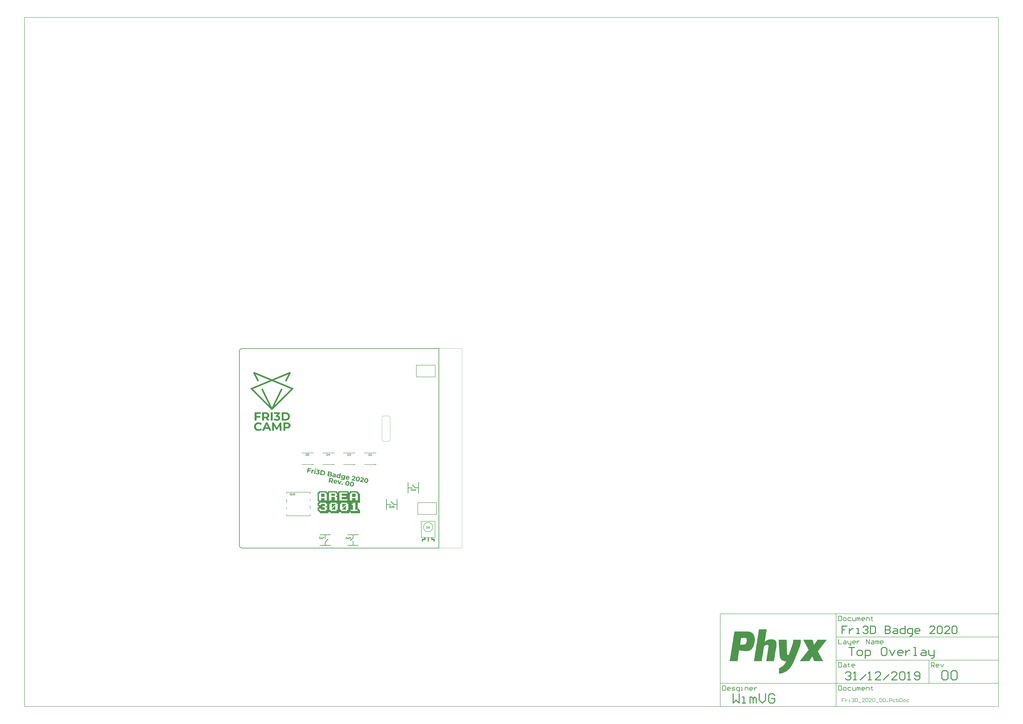
<source format=gto>
G04*
G04 #@! TF.GenerationSoftware,Altium Limited,Altium Designer,20.0.10 (225)*
G04*
G04 Layer_Color=65535*
%FSLAX25Y25*%
%MOIN*%
G70*
G01*
G75*
%ADD10C,0.00787*%
%ADD11C,0.01000*%
%ADD12C,0.00591*%
%ADD13C,0.00984*%
%ADD14C,0.02756*%
%ADD15C,0.01575*%
%ADD16C,0.00394*%
G36*
X68847Y228242D02*
X65698Y224646D01*
X65724D01*
X65775Y224633D01*
X65876Y224608D01*
X66004Y224582D01*
X66157Y224544D01*
X66335Y224493D01*
X66527Y224442D01*
X66743Y224366D01*
X66960Y224276D01*
X67190Y224187D01*
X67419Y224072D01*
X67661Y223945D01*
X67891Y223805D01*
X68108Y223652D01*
X68312Y223473D01*
X68503Y223282D01*
X68516Y223269D01*
X68541Y223231D01*
X68592Y223167D01*
X68656Y223091D01*
X68732Y222989D01*
X68809Y222861D01*
X68898Y222721D01*
X69000Y222555D01*
X69089Y222364D01*
X69179Y222173D01*
X69255Y221956D01*
X69332Y221714D01*
X69396Y221471D01*
X69446Y221204D01*
X69472Y220936D01*
X69485Y220643D01*
Y220630D01*
Y220592D01*
Y220528D01*
X69472Y220439D01*
Y220324D01*
X69446Y220196D01*
X69434Y220056D01*
X69408Y219903D01*
X69332Y219559D01*
X69217Y219176D01*
X69140Y218972D01*
X69064Y218781D01*
X68962Y218577D01*
X68847Y218386D01*
X68835Y218373D01*
X68822Y218348D01*
X68783Y218284D01*
X68732Y218220D01*
X68656Y218131D01*
X68579Y218029D01*
X68477Y217914D01*
X68363Y217799D01*
X68235Y217672D01*
X68095Y217544D01*
X67929Y217404D01*
X67751Y217264D01*
X67559Y217136D01*
X67355Y216996D01*
X67139Y216869D01*
X66896Y216754D01*
X66884Y216741D01*
X66833Y216728D01*
X66769Y216703D01*
X66667Y216665D01*
X66539Y216614D01*
X66386Y216563D01*
X66208Y216512D01*
X66004Y216448D01*
X65787Y216397D01*
X65545Y216333D01*
X65277Y216282D01*
X64997Y216244D01*
X64703Y216193D01*
X64385Y216167D01*
X64040Y216155D01*
X63696Y216142D01*
X63556D01*
X63441Y216155D01*
X63314D01*
X63148Y216167D01*
X62969Y216180D01*
X62778Y216193D01*
X62562Y216206D01*
X62332Y216231D01*
X61848Y216308D01*
X61325Y216397D01*
X60789Y216524D01*
X60776D01*
X60725Y216537D01*
X60649Y216563D01*
X60547Y216601D01*
X60432Y216639D01*
X60292Y216677D01*
X60126Y216741D01*
X59948Y216805D01*
X59578Y216958D01*
X59170Y217149D01*
X58762Y217366D01*
X58379Y217621D01*
X59629Y220094D01*
X59642Y220082D01*
X59667Y220069D01*
X59705Y220043D01*
X59769Y219992D01*
X59846Y219941D01*
X59935Y219890D01*
X60037Y219827D01*
X60152Y219750D01*
X60419Y219610D01*
X60738Y219444D01*
X61082Y219304D01*
X61465Y219164D01*
X61478D01*
X61516Y219151D01*
X61567Y219138D01*
X61643Y219113D01*
X61746Y219087D01*
X61860Y219062D01*
X61988Y219036D01*
X62128Y219011D01*
X62294Y218972D01*
X62459Y218947D01*
X62816Y218896D01*
X63212Y218858D01*
X63620Y218845D01*
X63735D01*
X63824Y218858D01*
X63926D01*
X64040Y218870D01*
X64168Y218883D01*
X64308Y218909D01*
X64614Y218960D01*
X64933Y219036D01*
X65252Y219151D01*
X65532Y219304D01*
X65545D01*
X65558Y219329D01*
X65647Y219393D01*
X65749Y219495D01*
X65889Y219648D01*
X66017Y219839D01*
X66119Y220069D01*
X66208Y220337D01*
X66221Y220490D01*
X66233Y220643D01*
Y220668D01*
Y220719D01*
X66221Y220796D01*
X66195Y220910D01*
X66157Y221038D01*
X66093Y221178D01*
X66017Y221344D01*
X65902Y221497D01*
X65775Y221663D01*
X65596Y221816D01*
X65379Y221956D01*
X65137Y222083D01*
X64831Y222198D01*
X64665Y222236D01*
X64487Y222275D01*
X64283Y222313D01*
X64079Y222338D01*
X63862Y222351D01*
X62141D01*
Y224493D01*
X65009Y227744D01*
X59068D01*
Y230345D01*
X68847D01*
Y228242D01*
D02*
G37*
G36*
X78588Y230333D02*
X78792Y230320D01*
X79022Y230294D01*
X79277Y230269D01*
X79570Y230231D01*
X79876Y230192D01*
X80195Y230129D01*
X80526Y230065D01*
X80870Y229976D01*
X81215Y229874D01*
X81559Y229759D01*
X81903Y229619D01*
X82235Y229466D01*
X82260Y229453D01*
X82311Y229427D01*
X82401Y229376D01*
X82528Y229300D01*
X82668Y229211D01*
X82834Y229109D01*
X83025Y228981D01*
X83229Y228841D01*
X83446Y228675D01*
X83663Y228484D01*
X83892Y228293D01*
X84122Y228063D01*
X84338Y227834D01*
X84555Y227579D01*
X84759Y227311D01*
X84951Y227018D01*
X84963Y227005D01*
X84989Y226941D01*
X85040Y226865D01*
X85103Y226737D01*
X85180Y226584D01*
X85256Y226406D01*
X85346Y226202D01*
X85435Y225972D01*
X85524Y225717D01*
X85614Y225437D01*
X85690Y225131D01*
X85766Y224812D01*
X85830Y224468D01*
X85881Y224111D01*
X85907Y223741D01*
X85919Y223358D01*
Y223333D01*
Y223269D01*
Y223154D01*
X85907Y223001D01*
X85894Y222823D01*
X85868Y222606D01*
X85843Y222377D01*
X85805Y222109D01*
X85754Y221828D01*
X85677Y221535D01*
X85601Y221229D01*
X85511Y220923D01*
X85397Y220604D01*
X85269Y220286D01*
X85116Y219980D01*
X84951Y219674D01*
X84938Y219661D01*
X84899Y219610D01*
X84848Y219521D01*
X84772Y219419D01*
X84670Y219278D01*
X84555Y219138D01*
X84415Y218960D01*
X84249Y218781D01*
X84071Y218590D01*
X83867Y218386D01*
X83637Y218182D01*
X83395Y217991D01*
X83140Y217787D01*
X82859Y217595D01*
X82553Y217404D01*
X82235Y217238D01*
X82209Y217226D01*
X82158Y217200D01*
X82056Y217162D01*
X81929Y217098D01*
X81763Y217034D01*
X81559Y216971D01*
X81329Y216881D01*
X81075Y216805D01*
X80794Y216728D01*
X80488Y216652D01*
X80156Y216575D01*
X79799Y216512D01*
X79430Y216448D01*
X79035Y216410D01*
X78626Y216384D01*
X78206Y216371D01*
X71856D01*
Y230345D01*
X78422D01*
X78588Y230333D01*
D02*
G37*
G36*
X56722Y216371D02*
X53483Y216371D01*
Y230345D01*
X56722Y230345D01*
Y216371D01*
D02*
G37*
G36*
X45183Y230333D02*
X45336D01*
X45527Y230307D01*
X45731Y230294D01*
X45961Y230269D01*
X46216Y230231D01*
X46471Y230192D01*
X47006Y230078D01*
X47287Y230014D01*
X47555Y229925D01*
X47835Y229835D01*
X48090Y229721D01*
X48103Y229708D01*
X48154Y229695D01*
X48218Y229657D01*
X48320Y229606D01*
X48434Y229542D01*
X48562Y229466D01*
X48702Y229376D01*
X48868Y229274D01*
X49034Y229160D01*
X49200Y229019D01*
X49378Y228879D01*
X49556Y228726D01*
X49722Y228548D01*
X49888Y228369D01*
X50054Y228165D01*
X50194Y227961D01*
X50207Y227948D01*
X50232Y227910D01*
X50258Y227846D01*
X50309Y227757D01*
X50360Y227655D01*
X50424Y227515D01*
X50500Y227375D01*
X50564Y227196D01*
X50627Y227018D01*
X50704Y226801D01*
X50768Y226584D01*
X50819Y226342D01*
X50870Y226100D01*
X50908Y225832D01*
X50921Y225564D01*
X50933Y225271D01*
Y225258D01*
Y225207D01*
Y225118D01*
X50921Y225016D01*
X50908Y224876D01*
X50895Y224723D01*
X50870Y224544D01*
X50844Y224353D01*
X50806Y224149D01*
X50755Y223932D01*
X50691Y223703D01*
X50615Y223486D01*
X50525Y223256D01*
X50436Y223027D01*
X50309Y222797D01*
X50181Y222581D01*
X50169Y222568D01*
X50143Y222530D01*
X50105Y222479D01*
X50041Y222402D01*
X49964Y222300D01*
X49875Y222198D01*
X49760Y222071D01*
X49646Y221943D01*
X49493Y221803D01*
X49340Y221663D01*
X49161Y221522D01*
X48983Y221382D01*
X48766Y221242D01*
X48549Y221102D01*
X48320Y220974D01*
X48065Y220859D01*
X51188Y216371D01*
X47720D01*
X45030Y220260D01*
X42047D01*
Y216371D01*
X38808D01*
Y230345D01*
X45043D01*
X45183Y230333D01*
D02*
G37*
G36*
X36615Y227744D02*
X29284D01*
Y224047D01*
X35761D01*
Y221459D01*
X29284D01*
Y216371D01*
X26045D01*
Y230345D01*
X36615D01*
Y227744D01*
D02*
G37*
G36*
X32886Y213334D02*
X33039D01*
X33230Y213309D01*
X33434Y213296D01*
X33664Y213271D01*
X33919Y213232D01*
X34174Y213194D01*
X34722Y213079D01*
X35015Y213003D01*
X35296Y212926D01*
X35576Y212824D01*
X35857Y212710D01*
X35869Y212697D01*
X35920Y212684D01*
X35997Y212646D01*
X36099Y212595D01*
X36226Y212531D01*
X36379Y212442D01*
X36532Y212353D01*
X36711Y212238D01*
X36902Y212123D01*
X37106Y211983D01*
X37310Y211830D01*
X37514Y211664D01*
X37731Y211486D01*
X37935Y211294D01*
X38139Y211090D01*
X38330Y210874D01*
X36252Y208961D01*
X36239Y208974D01*
X36188Y209038D01*
X36112Y209114D01*
X35997Y209216D01*
X35857Y209344D01*
X35691Y209484D01*
X35500Y209624D01*
X35283Y209777D01*
X35041Y209930D01*
X34773Y210083D01*
X34480Y210211D01*
X34174Y210338D01*
X33842Y210440D01*
X33485Y210529D01*
X33115Y210580D01*
X32733Y210593D01*
X32605D01*
X32516Y210580D01*
X32401D01*
X32274Y210568D01*
X32121Y210542D01*
X31955Y210517D01*
X31598Y210453D01*
X31203Y210351D01*
X30808Y210211D01*
X30604Y210121D01*
X30412Y210019D01*
X30400D01*
X30374Y209994D01*
X30310Y209956D01*
X30247Y209917D01*
X30157Y209854D01*
X30068Y209790D01*
X29839Y209611D01*
X29584Y209382D01*
X29316Y209114D01*
X29061Y208795D01*
X28831Y208438D01*
Y208426D01*
X28806Y208387D01*
X28780Y208336D01*
X28742Y208260D01*
X28704Y208158D01*
X28653Y208043D01*
X28602Y207916D01*
X28551Y207763D01*
X28487Y207610D01*
X28436Y207431D01*
X28385Y207240D01*
X28347Y207036D01*
X28283Y206602D01*
X28270Y206373D01*
X28258Y206131D01*
Y206118D01*
Y206067D01*
Y206003D01*
X28270Y205914D01*
Y205799D01*
X28283Y205672D01*
X28309Y205519D01*
X28334Y205353D01*
X28398Y204996D01*
X28500Y204601D01*
X28640Y204205D01*
X28729Y204001D01*
X28831Y203810D01*
X28844Y203797D01*
X28857Y203772D01*
X28895Y203708D01*
X28933Y203644D01*
X28997Y203555D01*
X29061Y203453D01*
X29239Y203224D01*
X29469Y202969D01*
X29737Y202714D01*
X30055Y202446D01*
X30412Y202216D01*
X30425D01*
X30463Y202191D01*
X30514Y202165D01*
X30591Y202127D01*
X30693Y202089D01*
X30808Y202038D01*
X30935Y201987D01*
X31088Y201936D01*
X31254Y201885D01*
X31432Y201834D01*
X31624Y201783D01*
X31828Y201745D01*
X32261Y201681D01*
X32491Y201668D01*
X32733Y201655D01*
X32822D01*
X32937Y201668D01*
X33090Y201681D01*
X33268Y201706D01*
X33472Y201745D01*
X33702Y201796D01*
X33957Y201859D01*
X34237Y201949D01*
X34518Y202063D01*
X34811Y202191D01*
X35104Y202357D01*
X35398Y202548D01*
X35691Y202765D01*
X35984Y203020D01*
X36252Y203313D01*
X38330Y201388D01*
X38317Y201375D01*
X38279Y201337D01*
X38228Y201273D01*
X38152Y201184D01*
X38050Y201082D01*
X37935Y200967D01*
X37795Y200839D01*
X37642Y200699D01*
X37476Y200559D01*
X37285Y200406D01*
X37081Y200253D01*
X36851Y200100D01*
X36622Y199947D01*
X36379Y199807D01*
X36112Y199666D01*
X35844Y199539D01*
X35831Y199526D01*
X35780Y199513D01*
X35691Y199488D01*
X35589Y199437D01*
X35449Y199399D01*
X35283Y199348D01*
X35092Y199284D01*
X34888Y199233D01*
X34645Y199169D01*
X34403Y199118D01*
X34123Y199054D01*
X33842Y199016D01*
X33536Y198978D01*
X33217Y198940D01*
X32886Y198927D01*
X32554Y198914D01*
X32465D01*
X32350Y198927D01*
X32197D01*
X32006Y198940D01*
X31789Y198965D01*
X31547Y198991D01*
X31279Y199029D01*
X30986Y199080D01*
X30680Y199144D01*
X30361Y199207D01*
X30030Y199297D01*
X29686Y199411D01*
X29354Y199526D01*
X29023Y199666D01*
X28691Y199832D01*
X28666Y199845D01*
X28615Y199870D01*
X28525Y199934D01*
X28411Y199998D01*
X28258Y200100D01*
X28092Y200215D01*
X27913Y200342D01*
X27709Y200495D01*
X27493Y200674D01*
X27276Y200865D01*
X27046Y201069D01*
X26817Y201298D01*
X26600Y201553D01*
X26383Y201808D01*
X26167Y202102D01*
X25975Y202395D01*
X25963Y202420D01*
X25937Y202471D01*
X25886Y202561D01*
X25822Y202688D01*
X25746Y202841D01*
X25669Y203032D01*
X25580Y203249D01*
X25491Y203479D01*
X25389Y203746D01*
X25300Y204040D01*
X25223Y204346D01*
X25147Y204664D01*
X25083Y205009D01*
X25032Y205378D01*
X25006Y205748D01*
X24994Y206131D01*
Y206156D01*
Y206220D01*
X25006Y206335D01*
Y206475D01*
X25019Y206666D01*
X25045Y206870D01*
X25070Y207112D01*
X25121Y207367D01*
X25172Y207648D01*
X25236Y207941D01*
X25312Y208247D01*
X25414Y208566D01*
X25516Y208885D01*
X25657Y209203D01*
X25797Y209535D01*
X25975Y209841D01*
X25988Y209866D01*
X26026Y209917D01*
X26077Y210007D01*
X26154Y210109D01*
X26256Y210249D01*
X26383Y210415D01*
X26524Y210593D01*
X26689Y210784D01*
X26868Y210988D01*
X27072Y211192D01*
X27301Y211409D01*
X27544Y211626D01*
X27799Y211843D01*
X28079Y212047D01*
X28372Y212238D01*
X28691Y212416D01*
X28717Y212429D01*
X28768Y212455D01*
X28870Y212506D01*
X28997Y212557D01*
X29163Y212633D01*
X29354Y212710D01*
X29571Y212799D01*
X29826Y212888D01*
X30106Y212965D01*
X30400Y213054D01*
X30718Y213130D01*
X31063Y213207D01*
X31420Y213258D01*
X31789Y213309D01*
X32185Y213334D01*
X32580Y213347D01*
X32758D01*
X32886Y213334D01*
D02*
G37*
G36*
X71557Y199144D02*
X68522D01*
X68497Y207520D01*
X64391Y200610D01*
X62938D01*
X58845Y207342D01*
Y199144D01*
X55798D01*
Y213118D01*
X58475D01*
X63715Y204422D01*
X68866Y213118D01*
X71518D01*
X71557Y199144D01*
D02*
G37*
G36*
X81247Y213105D02*
X81400D01*
X81591Y213079D01*
X81795Y213067D01*
X82024Y213041D01*
X82279Y213003D01*
X82534Y212965D01*
X83070Y212850D01*
X83350Y212786D01*
X83618Y212697D01*
X83899Y212608D01*
X84154Y212493D01*
X84166Y212480D01*
X84217Y212467D01*
X84281Y212429D01*
X84383Y212378D01*
X84498Y212314D01*
X84625Y212238D01*
X84766Y212149D01*
X84931Y212047D01*
X85097Y211932D01*
X85263Y211792D01*
X85441Y211651D01*
X85620Y211498D01*
X85786Y211320D01*
X85951Y211141D01*
X86117Y210937D01*
X86257Y210733D01*
X86270Y210721D01*
X86296Y210682D01*
X86321Y210619D01*
X86372Y210529D01*
X86423Y210427D01*
X86487Y210287D01*
X86563Y210147D01*
X86627Y209968D01*
X86691Y209790D01*
X86767Y209573D01*
X86831Y209356D01*
X86882Y209114D01*
X86933Y208872D01*
X86971Y208604D01*
X86984Y208336D01*
X86997Y208043D01*
Y208030D01*
Y207979D01*
Y207890D01*
X86984Y207788D01*
X86971Y207648D01*
X86959Y207495D01*
X86933Y207316D01*
X86908Y207125D01*
X86869Y206921D01*
X86818Y206704D01*
X86755Y206488D01*
X86691Y206258D01*
X86602Y206029D01*
X86500Y205799D01*
X86385Y205570D01*
X86257Y205353D01*
X86245Y205340D01*
X86219Y205302D01*
X86181Y205238D01*
X86117Y205162D01*
X86041Y205072D01*
X85951Y204958D01*
X85837Y204830D01*
X85722Y204703D01*
X85582Y204562D01*
X85416Y204422D01*
X85250Y204269D01*
X85059Y204129D01*
X84855Y203989D01*
X84638Y203848D01*
X84409Y203708D01*
X84154Y203593D01*
X84141D01*
X84090Y203568D01*
X84013Y203542D01*
X83911Y203504D01*
X83784Y203453D01*
X83618Y203402D01*
X83440Y203351D01*
X83236Y203300D01*
X83019Y203236D01*
X82764Y203185D01*
X82496Y203134D01*
X82216Y203083D01*
X81922Y203045D01*
X81604Y203020D01*
X81272Y203007D01*
X80928Y202994D01*
X78110D01*
Y199144D01*
X74872D01*
Y213118D01*
X81106D01*
X81247Y213105D01*
D02*
G37*
G36*
X54344Y199144D02*
X50953Y199144D01*
X49703Y202127D01*
X43213D01*
X41977Y199144D01*
X38674D01*
X44896Y213118D01*
X48097D01*
X54344Y199144D01*
D02*
G37*
G36*
X122385Y135094D02*
X122127Y133629D01*
X117999Y134357D01*
X117631Y132275D01*
X121279Y131632D01*
X121022Y130175D01*
X117375Y130818D01*
X116869Y127953D01*
X115046Y128275D01*
X116433Y136143D01*
X122385Y135094D01*
D02*
G37*
G36*
X129392Y134865D02*
X129442Y134856D01*
X129469Y134844D01*
X129513Y134836D01*
X129561Y134820D01*
X129665Y134780D01*
X129790Y134728D01*
X129910Y134655D01*
X130028Y134568D01*
X130133Y134453D01*
X130145Y134436D01*
X130175Y134394D01*
X130208Y134329D01*
X130251Y134240D01*
X130292Y134136D01*
X130315Y134014D01*
X130327Y133871D01*
X130316Y133725D01*
X130315Y133718D01*
X130312Y133703D01*
X130308Y133682D01*
X130296Y133654D01*
X130275Y133577D01*
X130236Y133480D01*
X130180Y133371D01*
X130101Y133259D01*
X130007Y133150D01*
X129886Y133053D01*
X129870Y133041D01*
X129822Y133020D01*
X129748Y132981D01*
X129653Y132946D01*
X129529Y132916D01*
X129384Y132890D01*
X129221Y132889D01*
X129046Y132905D01*
X129003Y132913D01*
X128968Y132926D01*
X128925Y132934D01*
X128884Y132949D01*
X128772Y132990D01*
X128657Y133048D01*
X128535Y133114D01*
X128419Y133208D01*
X128313Y133323D01*
X128301Y133340D01*
X128272Y133382D01*
X128240Y133454D01*
X128196Y133543D01*
X128158Y133661D01*
X128135Y133784D01*
X128123Y133926D01*
X128136Y134080D01*
X128137Y134087D01*
X128139Y134101D01*
X128143Y134123D01*
X128155Y134150D01*
X128175Y134221D01*
X128214Y134318D01*
X128269Y134419D01*
X128347Y134524D01*
X128440Y134633D01*
X128560Y134723D01*
X128577Y134735D01*
X128625Y134756D01*
X128697Y134787D01*
X128793Y134830D01*
X128917Y134860D01*
X129061Y134879D01*
X129217Y134881D01*
X129392Y134865D01*
D02*
G37*
G36*
X124856Y132778D02*
X124716Y131981D01*
X124724Y131987D01*
X124734Y132000D01*
X124752Y132019D01*
X124786Y132043D01*
X124871Y132109D01*
X124981Y132186D01*
X125115Y132273D01*
X125286Y132361D01*
X125469Y132433D01*
X125672Y132493D01*
X125679Y132492D01*
X125695Y132497D01*
X125733Y132505D01*
X125772Y132513D01*
X125824Y132518D01*
X125893Y132528D01*
X125969Y132537D01*
X126051Y132545D01*
X126141Y132551D01*
X126238Y132556D01*
X126453Y132555D01*
X126695Y132542D01*
X126947Y132505D01*
X126661Y130883D01*
X126647Y130885D01*
X126620Y130897D01*
X126569Y130906D01*
X126506Y130925D01*
X126378Y130955D01*
X126198Y130986D01*
X126147Y130988D01*
X126081Y130992D01*
X126008Y130998D01*
X125926Y130997D01*
X125838Y130998D01*
X125635Y130982D01*
X125535Y130963D01*
X125427Y130937D01*
X125318Y130905D01*
X125216Y130871D01*
X125117Y130815D01*
X125018Y130758D01*
X125010Y130752D01*
X124993Y130740D01*
X124975Y130721D01*
X124940Y130690D01*
X124896Y130654D01*
X124850Y130602D01*
X124804Y130551D01*
X124754Y130479D01*
X124697Y130407D01*
X124645Y130320D01*
X124590Y130219D01*
X124534Y130110D01*
X124484Y129993D01*
X124445Y129860D01*
X124406Y129718D01*
X124372Y129569D01*
X123869Y126719D01*
X122110Y127029D01*
X123176Y133074D01*
X124856Y132778D01*
D02*
G37*
G36*
X136808Y132551D02*
X136599Y131366D01*
X134469Y129654D01*
X134483Y129651D01*
X134511Y129639D01*
X134566Y129615D01*
X134635Y129588D01*
X134717Y129551D01*
X134813Y129505D01*
X134915Y129457D01*
X135030Y129392D01*
X135143Y129321D01*
X135263Y129247D01*
X135381Y129160D01*
X135505Y129064D01*
X135620Y128963D01*
X135727Y128855D01*
X135824Y128734D01*
X135913Y128607D01*
X135919Y128599D01*
X135929Y128575D01*
X135952Y128534D01*
X135980Y128484D01*
X136013Y128419D01*
X136043Y128340D01*
X136080Y128252D01*
X136121Y128149D01*
X136152Y128032D01*
X136183Y127916D01*
X136205Y127786D01*
X136224Y127642D01*
X136236Y127499D01*
X136238Y127343D01*
X136226Y127190D01*
X136204Y127024D01*
X136202Y127017D01*
X136199Y126995D01*
X136192Y126959D01*
X136176Y126910D01*
X136165Y126846D01*
X136138Y126776D01*
X136117Y126699D01*
X136087Y126615D01*
X136010Y126429D01*
X135907Y126225D01*
X135844Y126118D01*
X135782Y126017D01*
X135704Y125913D01*
X135621Y125816D01*
X135612Y125810D01*
X135602Y125797D01*
X135575Y125765D01*
X135540Y125734D01*
X135488Y125692D01*
X135434Y125642D01*
X135366Y125587D01*
X135290Y125534D01*
X135205Y125475D01*
X135114Y125417D01*
X135006Y125355D01*
X134892Y125293D01*
X134772Y125241D01*
X134643Y125182D01*
X134508Y125132D01*
X134360Y125091D01*
X134352Y125085D01*
X134322Y125083D01*
X134283Y125075D01*
X134222Y125064D01*
X134145Y125048D01*
X134054Y125034D01*
X133948Y125023D01*
X133827Y125007D01*
X133700Y125000D01*
X133557Y124988D01*
X133402Y124986D01*
X133240Y124993D01*
X133070Y124993D01*
X132888Y125010D01*
X132693Y125037D01*
X132497Y125064D01*
X132418Y125078D01*
X132355Y125097D01*
X132283Y125109D01*
X132191Y125133D01*
X132092Y125158D01*
X131986Y125184D01*
X131865Y125213D01*
X131738Y125250D01*
X131473Y125341D01*
X131187Y125443D01*
X130898Y125568D01*
X130891Y125569D01*
X130864Y125582D01*
X130823Y125604D01*
X130770Y125635D01*
X130709Y125668D01*
X130634Y125704D01*
X130547Y125756D01*
X130453Y125810D01*
X130260Y125933D01*
X130049Y126081D01*
X129841Y126243D01*
X129650Y126425D01*
X130600Y127694D01*
X130606Y127685D01*
X130619Y127675D01*
X130638Y127657D01*
X130668Y127622D01*
X130707Y127586D01*
X130752Y127548D01*
X130803Y127502D01*
X130860Y127448D01*
X130997Y127342D01*
X131160Y127217D01*
X131340Y127104D01*
X131541Y126987D01*
X131548Y126986D01*
X131569Y126975D01*
X131596Y126963D01*
X131637Y126941D01*
X131691Y126916D01*
X131754Y126891D01*
X131823Y126864D01*
X131899Y126835D01*
X131989Y126797D01*
X132080Y126767D01*
X132275Y126702D01*
X132494Y126641D01*
X132723Y126594D01*
X132787Y126582D01*
X132839Y126581D01*
X132896Y126571D01*
X132962Y126566D01*
X133035Y126561D01*
X133117Y126561D01*
X133294Y126560D01*
X133481Y126571D01*
X133672Y126604D01*
X133845Y126662D01*
X133852Y126661D01*
X133862Y126674D01*
X133919Y126701D01*
X133986Y126749D01*
X134080Y126821D01*
X134171Y126916D01*
X134251Y127035D01*
X134328Y127177D01*
X134351Y127262D01*
X134373Y127347D01*
X134376Y127361D01*
X134380Y127390D01*
X134381Y127434D01*
X134378Y127501D01*
X134369Y127577D01*
X134347Y127662D01*
X134320Y127763D01*
X134271Y127860D01*
X134216Y127966D01*
X134130Y128070D01*
X134022Y128171D01*
X133899Y128267D01*
X133738Y128362D01*
X133648Y128400D01*
X133551Y128439D01*
X133440Y128481D01*
X133328Y128515D01*
X133207Y128544D01*
X132238Y128715D01*
X132451Y129921D01*
X134389Y131467D01*
X131043Y132057D01*
X131301Y133521D01*
X136808Y132551D01*
D02*
G37*
G36*
X160690Y126474D02*
X160808Y126468D01*
X161051Y126462D01*
X161313Y126438D01*
X161587Y126397D01*
X161652Y126386D01*
X161722Y126366D01*
X161816Y126350D01*
X161935Y126314D01*
X162069Y126275D01*
X162216Y126227D01*
X162369Y126171D01*
X162535Y126104D01*
X162707Y126030D01*
X162876Y125941D01*
X163044Y125844D01*
X163204Y125742D01*
X163360Y125618D01*
X163500Y125490D01*
X163629Y125341D01*
X163635Y125333D01*
X163660Y125306D01*
X163688Y125257D01*
X163723Y125199D01*
X163767Y125117D01*
X163817Y125020D01*
X163870Y124899D01*
X163921Y124772D01*
X163962Y124624D01*
X164008Y124468D01*
X164044Y124291D01*
X164068Y124094D01*
X164077Y123893D01*
X164082Y123670D01*
X164063Y123436D01*
X164027Y123191D01*
X163420Y119745D01*
X161776Y120035D01*
X161907Y120782D01*
X161899Y120776D01*
X161879Y120749D01*
X161836Y120713D01*
X161784Y120670D01*
X161715Y120616D01*
X161631Y120556D01*
X161532Y120500D01*
X161417Y120439D01*
X161289Y120380D01*
X161140Y120332D01*
X160976Y120287D01*
X160800Y120251D01*
X160604Y120234D01*
X160388Y120228D01*
X160161Y120238D01*
X159915Y120274D01*
X159851Y120285D01*
X159802Y120301D01*
X159737Y120313D01*
X159674Y120332D01*
X159596Y120353D01*
X159511Y120375D01*
X159323Y120438D01*
X159129Y120516D01*
X158937Y120602D01*
X158750Y120717D01*
X158743Y120718D01*
X158731Y120735D01*
X158703Y120747D01*
X158671Y120775D01*
X158632Y120804D01*
X158595Y120847D01*
X158493Y120940D01*
X158380Y121056D01*
X158270Y121186D01*
X158171Y121337D01*
X158082Y121508D01*
X158084Y121515D01*
X158072Y121532D01*
X158069Y121555D01*
X158052Y121587D01*
X158038Y121634D01*
X158024Y121681D01*
X157994Y121805D01*
X157969Y121957D01*
X157954Y122123D01*
X157956Y122300D01*
X157975Y122496D01*
X157977Y122504D01*
X157982Y122532D01*
X157997Y122574D01*
X158008Y122639D01*
X158034Y122701D01*
X158063Y122784D01*
X158094Y122875D01*
X158139Y122964D01*
X158194Y123065D01*
X158256Y123165D01*
X158325Y123264D01*
X158403Y123369D01*
X158494Y123463D01*
X158599Y123556D01*
X158717Y123639D01*
X158841Y123713D01*
X158850Y123719D01*
X158874Y123730D01*
X158914Y123745D01*
X158977Y123771D01*
X159048Y123795D01*
X159141Y123816D01*
X159249Y123841D01*
X159373Y123871D01*
X159510Y123891D01*
X159661Y123909D01*
X159832Y123916D01*
X160012Y123929D01*
X160211Y123923D01*
X160423Y123908D01*
X160648Y123883D01*
X160893Y123847D01*
X162286Y123602D01*
X162287Y123609D01*
X162291Y123630D01*
X162296Y123659D01*
X162295Y123696D01*
X162304Y123747D01*
X162300Y123807D01*
X162300Y123932D01*
X162282Y124084D01*
X162244Y124246D01*
X162221Y124324D01*
X162182Y124397D01*
X162144Y124478D01*
X162090Y124547D01*
X162084Y124555D01*
X162078Y124564D01*
X162059Y124582D01*
X162034Y124609D01*
X162002Y124636D01*
X161964Y124673D01*
X161912Y124712D01*
X161859Y124750D01*
X161793Y124792D01*
X161725Y124826D01*
X161644Y124870D01*
X161554Y124908D01*
X161450Y124948D01*
X161345Y124982D01*
X161233Y125016D01*
X161024Y125053D01*
X160980Y125053D01*
X160923Y125064D01*
X160798Y125071D01*
X160652Y125082D01*
X160489Y125081D01*
X160310Y125075D01*
X160129Y125055D01*
X160122Y125057D01*
X160106Y125052D01*
X160084Y125049D01*
X160045Y125041D01*
X160007Y125033D01*
X159953Y125020D01*
X159837Y124996D01*
X159698Y124961D01*
X159556Y124912D01*
X159406Y124857D01*
X159260Y124787D01*
X158852Y126125D01*
X158861Y126130D01*
X158876Y126135D01*
X158909Y126152D01*
X158948Y126167D01*
X159004Y126187D01*
X159067Y126212D01*
X159138Y126237D01*
X159224Y126259D01*
X159310Y126288D01*
X159411Y126315D01*
X159513Y126348D01*
X159629Y126373D01*
X159866Y126419D01*
X160132Y126454D01*
X160139Y126453D01*
X160162Y126456D01*
X160207Y126463D01*
X160259Y126461D01*
X160319Y126465D01*
X160401Y126473D01*
X160490Y126472D01*
X160587Y126477D01*
X160690Y126474D01*
D02*
G37*
G36*
X129781Y131909D02*
X128715Y125864D01*
X126956Y126174D01*
X128022Y132219D01*
X129781Y131909D01*
D02*
G37*
G36*
X172629Y126716D02*
X171159Y118380D01*
X169486Y118675D01*
X169609Y119372D01*
X169600Y119366D01*
X169574Y119341D01*
X169525Y119313D01*
X169465Y119271D01*
X169391Y119225D01*
X169293Y119176D01*
X169187Y119120D01*
X169060Y119069D01*
X168916Y119013D01*
X168769Y118972D01*
X168598Y118928D01*
X168423Y118900D01*
X168227Y118883D01*
X168027Y118881D01*
X167807Y118890D01*
X167583Y118922D01*
X167497Y118937D01*
X167440Y118955D01*
X167363Y118976D01*
X167278Y118998D01*
X167186Y119022D01*
X167075Y119063D01*
X166962Y119098D01*
X166846Y119148D01*
X166598Y119259D01*
X166470Y119326D01*
X166342Y119400D01*
X166216Y119482D01*
X166098Y119569D01*
X166092Y119577D01*
X166073Y119596D01*
X166041Y119623D01*
X165996Y119661D01*
X165945Y119707D01*
X165889Y119769D01*
X165820Y119840D01*
X165752Y119919D01*
X165679Y120006D01*
X165607Y120100D01*
X165530Y120209D01*
X165461Y120325D01*
X165386Y120442D01*
X165320Y120572D01*
X165262Y120708D01*
X165206Y120851D01*
X165200Y120860D01*
X165198Y120890D01*
X165183Y120929D01*
X165172Y120991D01*
X165154Y121060D01*
X165132Y121146D01*
X165113Y121245D01*
X165096Y121359D01*
X165080Y121481D01*
X165066Y121609D01*
X165061Y121750D01*
X165051Y121900D01*
X165057Y122062D01*
X165063Y122224D01*
X165085Y122390D01*
X165109Y122564D01*
X165111Y122578D01*
X165116Y122607D01*
X165125Y122657D01*
X165144Y122720D01*
X165165Y122798D01*
X165188Y122890D01*
X165222Y122995D01*
X165256Y123108D01*
X165301Y123233D01*
X165345Y123359D01*
X165465Y123619D01*
X165533Y123755D01*
X165608Y123882D01*
X165696Y124007D01*
X165785Y124132D01*
X165793Y124138D01*
X165811Y124157D01*
X165840Y124196D01*
X165877Y124234D01*
X165931Y124291D01*
X165986Y124348D01*
X166057Y124417D01*
X166143Y124484D01*
X166230Y124557D01*
X166325Y124636D01*
X166427Y124707D01*
X166544Y124783D01*
X166659Y124852D01*
X166789Y124917D01*
X166927Y124982D01*
X167061Y125032D01*
X167070Y125038D01*
X167093Y125042D01*
X167139Y125056D01*
X167193Y125068D01*
X167264Y125093D01*
X167348Y125108D01*
X167441Y125128D01*
X167548Y125146D01*
X167669Y125162D01*
X167790Y125178D01*
X167926Y125191D01*
X168067Y125196D01*
X168369Y125187D01*
X168521Y125167D01*
X168680Y125147D01*
X168731Y125138D01*
X168787Y125120D01*
X168872Y125098D01*
X168964Y125074D01*
X169076Y125040D01*
X169193Y124989D01*
X169324Y124937D01*
X169462Y124875D01*
X169596Y124800D01*
X169737Y124716D01*
X169875Y124618D01*
X170011Y124505D01*
X170138Y124386D01*
X170254Y124247D01*
X170360Y124095D01*
X170877Y127024D01*
X172629Y126716D01*
D02*
G37*
G36*
X142200Y131600D02*
X142292Y131576D01*
X142405Y131549D01*
X142532Y131512D01*
X142673Y131472D01*
X142834Y131421D01*
X143003Y131369D01*
X143176Y131302D01*
X143356Y131233D01*
X143541Y131149D01*
X143725Y131057D01*
X143907Y130958D01*
X144087Y130845D01*
X144259Y130726D01*
X144272Y130716D01*
X144298Y130697D01*
X144343Y130659D01*
X144408Y130604D01*
X144478Y130539D01*
X144561Y130465D01*
X144656Y130375D01*
X144757Y130275D01*
X144862Y130161D01*
X144966Y130031D01*
X145076Y129901D01*
X145182Y129749D01*
X145281Y129598D01*
X145378Y129433D01*
X145466Y129262D01*
X145545Y129078D01*
X145551Y129069D01*
X145559Y129031D01*
X145580Y128983D01*
X145603Y128905D01*
X145631Y128811D01*
X145657Y128703D01*
X145687Y128579D01*
X145714Y128441D01*
X145739Y128289D01*
X145761Y128122D01*
X145774Y127942D01*
X145785Y127755D01*
X145787Y127555D01*
X145781Y127349D01*
X145758Y127138D01*
X145727Y126921D01*
X145725Y126907D01*
X145719Y126871D01*
X145707Y126806D01*
X145685Y126722D01*
X145660Y126622D01*
X145624Y126503D01*
X145587Y126376D01*
X145539Y126229D01*
X145482Y126076D01*
X145410Y125919D01*
X145336Y125754D01*
X145256Y125591D01*
X145160Y125422D01*
X145056Y125256D01*
X144940Y125099D01*
X144816Y124943D01*
X144807Y124937D01*
X144781Y124912D01*
X144743Y124867D01*
X144690Y124817D01*
X144619Y124748D01*
X144540Y124680D01*
X144444Y124594D01*
X144332Y124510D01*
X144213Y124420D01*
X144078Y124325D01*
X143928Y124233D01*
X143773Y124149D01*
X143609Y124060D01*
X143432Y123980D01*
X143241Y123903D01*
X143045Y123841D01*
X143029Y123836D01*
X142998Y123827D01*
X142937Y123816D01*
X142859Y123792D01*
X142759Y123773D01*
X142638Y123757D01*
X142500Y123730D01*
X142349Y123712D01*
X142183Y123697D01*
X142003Y123684D01*
X141809Y123674D01*
X141602Y123674D01*
X141387Y123674D01*
X141161Y123692D01*
X140928Y123718D01*
X140690Y123753D01*
X137115Y124383D01*
X138502Y132252D01*
X142200Y131600D01*
D02*
G37*
G36*
X154957Y129350D02*
X155056Y129325D01*
X155177Y129297D01*
X155311Y129258D01*
X155466Y129216D01*
X155626Y129158D01*
X155794Y129099D01*
X155974Y129030D01*
X156146Y128956D01*
X156324Y128873D01*
X156492Y128776D01*
X156650Y128667D01*
X156801Y128559D01*
X156934Y128432D01*
X156940Y128423D01*
X156965Y128397D01*
X156996Y128362D01*
X157039Y128310D01*
X157086Y128242D01*
X157139Y128166D01*
X157197Y128074D01*
X157253Y127968D01*
X157307Y127855D01*
X157351Y127729D01*
X157394Y127596D01*
X157429Y127456D01*
X157454Y127304D01*
X157463Y127147D01*
X157463Y126977D01*
X157439Y126803D01*
X157438Y126796D01*
X157434Y126774D01*
X157429Y126745D01*
X157416Y126711D01*
X157407Y126661D01*
X157388Y126597D01*
X157370Y126534D01*
X157343Y126465D01*
X157286Y126312D01*
X157205Y126148D01*
X157102Y125981D01*
X156978Y125826D01*
X156977Y125819D01*
X156960Y125807D01*
X156942Y125788D01*
X156915Y125763D01*
X156837Y125695D01*
X156733Y125610D01*
X156605Y125514D01*
X156456Y125422D01*
X156277Y125335D01*
X156086Y125258D01*
X156093Y125256D01*
X156114Y125245D01*
X156147Y125225D01*
X156193Y125194D01*
X156240Y125164D01*
X156307Y125122D01*
X156372Y125074D01*
X156443Y125017D01*
X156591Y124887D01*
X156749Y124734D01*
X156887Y124554D01*
X157015Y124354D01*
X157021Y124345D01*
X157026Y124329D01*
X157042Y124297D01*
X157057Y124257D01*
X157084Y124201D01*
X157103Y124138D01*
X157126Y124060D01*
X157148Y123975D01*
X157170Y123890D01*
X157189Y123790D01*
X157206Y123676D01*
X157216Y123563D01*
X157217Y123319D01*
X157203Y123195D01*
X157186Y123057D01*
X157184Y123043D01*
X157178Y123014D01*
X157161Y122958D01*
X157141Y122888D01*
X157119Y122803D01*
X157080Y122706D01*
X157039Y122602D01*
X156982Y122487D01*
X156917Y122372D01*
X156844Y122252D01*
X156755Y122127D01*
X156654Y122011D01*
X156536Y121891D01*
X156407Y121788D01*
X156264Y121688D01*
X156101Y121606D01*
X156093Y121600D01*
X156061Y121590D01*
X156006Y121571D01*
X155935Y121546D01*
X155841Y121518D01*
X155733Y121493D01*
X155602Y121464D01*
X155457Y121438D01*
X155289Y121408D01*
X155108Y121388D01*
X154906Y121379D01*
X154691Y121373D01*
X154455Y121378D01*
X154205Y121392D01*
X153937Y121424D01*
X153656Y121467D01*
X149585Y122184D01*
X150973Y130053D01*
X154957Y129350D01*
D02*
G37*
G36*
X184178Y122399D02*
X184344Y122377D01*
X184511Y122355D01*
X184597Y122340D01*
X184660Y122321D01*
X184738Y122300D01*
X184830Y122277D01*
X184929Y122252D01*
X185040Y122210D01*
X185151Y122168D01*
X185277Y122124D01*
X185537Y122004D01*
X185666Y121937D01*
X185800Y121861D01*
X185927Y121780D01*
X186050Y121684D01*
X186056Y121676D01*
X186077Y121665D01*
X186115Y121628D01*
X186160Y121591D01*
X186211Y121545D01*
X186274Y121482D01*
X186336Y121412D01*
X186410Y121332D01*
X186491Y121244D01*
X186562Y121142D01*
X186640Y121040D01*
X186716Y120923D01*
X186790Y120799D01*
X186863Y120667D01*
X186928Y120530D01*
X186984Y120387D01*
X186990Y120378D01*
X187000Y120354D01*
X187007Y120309D01*
X187027Y120253D01*
X187043Y120176D01*
X187065Y120091D01*
X187092Y119990D01*
X187109Y119876D01*
X187124Y119755D01*
X187144Y119618D01*
X187156Y119475D01*
X187160Y119327D01*
X187162Y119171D01*
X187155Y119009D01*
X187132Y118836D01*
X187109Y118662D01*
X187107Y118648D01*
X187103Y118626D01*
X187089Y118592D01*
X187079Y118534D01*
X187064Y118492D01*
X187057Y118449D01*
X187041Y118400D01*
X187029Y118336D01*
X187011Y118272D01*
X186990Y118195D01*
X182409Y119002D01*
X182408Y118995D01*
X182413Y118980D01*
X182415Y118949D01*
X182422Y118904D01*
X182428Y118858D01*
X182440Y118797D01*
X182474Y118658D01*
X182528Y118500D01*
X182603Y118339D01*
X182707Y118173D01*
X182773Y118087D01*
X182841Y118008D01*
X182848Y118007D01*
X182860Y117990D01*
X182886Y117971D01*
X182918Y117943D01*
X182958Y117914D01*
X183003Y117876D01*
X183062Y117836D01*
X183129Y117795D01*
X183202Y117745D01*
X183283Y117701D01*
X183371Y117656D01*
X183475Y117615D01*
X183691Y117540D01*
X183805Y117513D01*
X183933Y117483D01*
X184012Y117469D01*
X184056Y117468D01*
X184099Y117461D01*
X184215Y117448D01*
X184348Y117446D01*
X184488Y117444D01*
X184638Y117455D01*
X184790Y117472D01*
X184797Y117471D01*
X184805Y117477D01*
X184828Y117480D01*
X184859Y117490D01*
X184930Y117514D01*
X185031Y117541D01*
X185150Y117586D01*
X185279Y117645D01*
X185409Y117711D01*
X185550Y117797D01*
X186305Y116620D01*
X186296Y116614D01*
X186254Y116585D01*
X186204Y116549D01*
X186120Y116497D01*
X186014Y116442D01*
X185891Y116375D01*
X185747Y116312D01*
X185588Y116251D01*
X185407Y116186D01*
X185205Y116133D01*
X184982Y116084D01*
X184746Y116051D01*
X184491Y116030D01*
X184225Y116032D01*
X183940Y116053D01*
X183636Y116092D01*
X183535Y116109D01*
X183465Y116129D01*
X183380Y116151D01*
X183273Y116178D01*
X183161Y116212D01*
X183034Y116250D01*
X182902Y116295D01*
X182762Y116342D01*
X182473Y116467D01*
X182324Y116545D01*
X182175Y116623D01*
X182034Y116707D01*
X181896Y116806D01*
X181890Y116814D01*
X181864Y116833D01*
X181832Y116861D01*
X181780Y116900D01*
X181722Y116955D01*
X181652Y117019D01*
X181583Y117090D01*
X181502Y117171D01*
X181421Y117259D01*
X181336Y117363D01*
X181250Y117467D01*
X181167Y117585D01*
X181086Y117711D01*
X181012Y117835D01*
X180940Y117973D01*
X180877Y118118D01*
X180871Y118126D01*
X180861Y118157D01*
X180853Y118196D01*
X180833Y118251D01*
X180810Y118329D01*
X180788Y118415D01*
X180769Y118514D01*
X180751Y118621D01*
X180728Y118744D01*
X180713Y118872D01*
X180701Y119015D01*
X180691Y119165D01*
X180687Y119313D01*
X180701Y119474D01*
X180716Y119641D01*
X180738Y119808D01*
X180739Y119815D01*
X180745Y119851D01*
X180753Y119894D01*
X180772Y119957D01*
X180793Y120035D01*
X180815Y120120D01*
X180847Y120218D01*
X180882Y120330D01*
X180925Y120449D01*
X180975Y120565D01*
X181035Y120696D01*
X181102Y120824D01*
X181169Y120953D01*
X181251Y121080D01*
X181339Y121204D01*
X181435Y121328D01*
X181444Y121334D01*
X181462Y121353D01*
X181491Y121392D01*
X181536Y121436D01*
X181589Y121486D01*
X181652Y121549D01*
X181729Y121609D01*
X181809Y121684D01*
X181903Y121756D01*
X182006Y121835D01*
X182115Y121912D01*
X182239Y121986D01*
X182364Y122060D01*
X182501Y122125D01*
X182638Y122189D01*
X182789Y122244D01*
X182797Y122250D01*
X182827Y122252D01*
X182867Y122268D01*
X182929Y122286D01*
X183006Y122302D01*
X183091Y122324D01*
X183198Y122342D01*
X183305Y122361D01*
X183433Y122375D01*
X183562Y122389D01*
X183704Y122401D01*
X183860Y122403D01*
X184016Y122405D01*
X184178Y122399D01*
D02*
G37*
G36*
X176137Y123817D02*
X176289Y123798D01*
X176441Y123778D01*
X176499Y123768D01*
X176569Y123748D01*
X176654Y123726D01*
X176759Y123692D01*
X176886Y123655D01*
X177024Y123601D01*
X177169Y123539D01*
X177318Y123461D01*
X177473Y123374D01*
X177627Y123280D01*
X177777Y123165D01*
X177924Y123036D01*
X178054Y122894D01*
X178181Y122731D01*
X178291Y122556D01*
X178428Y123332D01*
X180086Y123039D01*
X179197Y117999D01*
X179196Y117992D01*
X179194Y117978D01*
X179190Y117956D01*
X179185Y117928D01*
X179178Y117892D01*
X179162Y117843D01*
X179135Y117729D01*
X179097Y117595D01*
X179054Y117440D01*
X178995Y117273D01*
X178926Y117092D01*
X178841Y116900D01*
X178748Y116709D01*
X178648Y116519D01*
X178525Y116326D01*
X178390Y116150D01*
X178241Y115977D01*
X178074Y115829D01*
X177894Y115690D01*
X177886Y115684D01*
X177845Y115662D01*
X177788Y115635D01*
X177714Y115589D01*
X177610Y115548D01*
X177490Y115495D01*
X177348Y115446D01*
X177185Y115401D01*
X177006Y115351D01*
X176799Y115313D01*
X176578Y115278D01*
X176346Y115260D01*
X176091Y115245D01*
X175819Y115257D01*
X175527Y115278D01*
X175224Y115324D01*
X175138Y115340D01*
X175075Y115358D01*
X174996Y115372D01*
X174911Y115394D01*
X174805Y115421D01*
X174691Y115448D01*
X174570Y115477D01*
X174443Y115514D01*
X174171Y115606D01*
X173886Y115708D01*
X173597Y115833D01*
X173590Y115835D01*
X173562Y115847D01*
X173522Y115869D01*
X173475Y115899D01*
X173414Y115932D01*
X173339Y115968D01*
X173259Y116019D01*
X173172Y116071D01*
X172979Y116194D01*
X172783Y116340D01*
X172582Y116501D01*
X172406Y116680D01*
X173324Y117814D01*
X173331Y117812D01*
X173336Y117797D01*
X173355Y117779D01*
X173387Y117751D01*
X173418Y117716D01*
X173456Y117679D01*
X173500Y117634D01*
X173558Y117587D01*
X173681Y117484D01*
X173832Y117376D01*
X174003Y117257D01*
X174199Y117149D01*
X174206Y117147D01*
X174226Y117136D01*
X174254Y117124D01*
X174294Y117102D01*
X174349Y117078D01*
X174404Y117053D01*
X174472Y117019D01*
X174548Y116991D01*
X174722Y116923D01*
X174918Y116859D01*
X175122Y116801D01*
X175343Y116754D01*
X175429Y116739D01*
X175495Y116735D01*
X175568Y116729D01*
X175656Y116721D01*
X175759Y116718D01*
X175862Y116715D01*
X176086Y116727D01*
X176207Y116743D01*
X176329Y116758D01*
X176438Y116791D01*
X176554Y116822D01*
X176659Y116870D01*
X176758Y116927D01*
X176766Y116933D01*
X176783Y116945D01*
X176809Y116962D01*
X176837Y116994D01*
X176880Y117031D01*
X176925Y117075D01*
X176972Y117133D01*
X177028Y117198D01*
X177085Y117269D01*
X177137Y117356D01*
X177191Y117450D01*
X177247Y117559D01*
X177289Y117670D01*
X177334Y117802D01*
X177373Y117936D01*
X177406Y118086D01*
X177452Y118344D01*
X177444Y118338D01*
X177418Y118321D01*
X177368Y118285D01*
X177310Y118251D01*
X177228Y118206D01*
X177130Y118157D01*
X177017Y118103D01*
X176891Y118058D01*
X176749Y118009D01*
X176593Y117963D01*
X176423Y117926D01*
X176248Y117898D01*
X176054Y117887D01*
X175854Y117886D01*
X175633Y117895D01*
X175409Y117927D01*
X175330Y117941D01*
X175267Y117959D01*
X175197Y117979D01*
X175112Y118002D01*
X175020Y118025D01*
X174915Y118059D01*
X174803Y118101D01*
X174685Y118144D01*
X174439Y118261D01*
X174317Y118320D01*
X174189Y118394D01*
X174063Y118475D01*
X173945Y118563D01*
X173939Y118571D01*
X173919Y118582D01*
X173887Y118610D01*
X173841Y118648D01*
X173792Y118701D01*
X173734Y118755D01*
X173664Y118819D01*
X173597Y118898D01*
X173523Y118985D01*
X173450Y119072D01*
X173372Y119175D01*
X173295Y119284D01*
X173226Y119400D01*
X173158Y119516D01*
X173035Y119782D01*
X173029Y119790D01*
X173025Y119813D01*
X173010Y119853D01*
X172990Y119908D01*
X172973Y119978D01*
X172951Y120063D01*
X172930Y120156D01*
X172912Y120262D01*
X172895Y120376D01*
X172880Y120498D01*
X172865Y120626D01*
X172860Y120767D01*
X172857Y120916D01*
X172861Y121063D01*
X172881Y121223D01*
X172902Y121382D01*
X172903Y121389D01*
X172908Y121418D01*
X172917Y121468D01*
X172935Y121524D01*
X172956Y121602D01*
X172978Y121687D01*
X173010Y121785D01*
X173044Y121890D01*
X173085Y122001D01*
X173136Y122118D01*
X173253Y122364D01*
X173319Y122485D01*
X173399Y122605D01*
X173479Y122724D01*
X173574Y122840D01*
X173582Y122846D01*
X173600Y122865D01*
X173628Y122897D01*
X173665Y122935D01*
X173718Y122985D01*
X173779Y123041D01*
X173850Y123102D01*
X173928Y123170D01*
X174014Y123236D01*
X174115Y123307D01*
X174216Y123378D01*
X174332Y123447D01*
X174448Y123515D01*
X174577Y123574D01*
X174847Y123682D01*
X174856Y123688D01*
X174879Y123691D01*
X174925Y123705D01*
X174979Y123717D01*
X175049Y123735D01*
X175133Y123750D01*
X175226Y123770D01*
X175333Y123788D01*
X175445Y123798D01*
X175574Y123813D01*
X175701Y123820D01*
X175842Y123825D01*
X176137Y123817D01*
D02*
G37*
G36*
X193924Y122553D02*
X194093Y122546D01*
X194277Y122536D01*
X194465Y122510D01*
X194660Y122483D01*
X194746Y122468D01*
X194809Y122449D01*
X194881Y122436D01*
X194973Y122413D01*
X195072Y122388D01*
X195177Y122355D01*
X195290Y122320D01*
X195408Y122277D01*
X195658Y122181D01*
X195911Y122063D01*
X196145Y121925D01*
X196153Y121924D01*
X196172Y121905D01*
X196205Y121885D01*
X196244Y121856D01*
X196297Y121817D01*
X196355Y121769D01*
X196482Y121651D01*
X196628Y121514D01*
X196775Y121340D01*
X196912Y121153D01*
X197030Y120940D01*
X197036Y120931D01*
X197041Y120916D01*
X197057Y120883D01*
X197071Y120836D01*
X197091Y120781D01*
X197110Y120719D01*
X197133Y120640D01*
X197155Y120555D01*
X197168Y120464D01*
X197188Y120364D01*
X197199Y120259D01*
X197209Y120146D01*
X197210Y119901D01*
X197194Y119771D01*
X197179Y119640D01*
X197177Y119633D01*
X197174Y119612D01*
X197167Y119576D01*
X197152Y119534D01*
X197142Y119476D01*
X197124Y119413D01*
X197103Y119335D01*
X197074Y119259D01*
X197013Y119077D01*
X196927Y118885D01*
X196825Y118681D01*
X196693Y118482D01*
X196692Y118475D01*
X196674Y118456D01*
X196654Y118430D01*
X196618Y118392D01*
X196580Y118347D01*
X196526Y118290D01*
X196470Y118226D01*
X196399Y118157D01*
X196311Y118076D01*
X196221Y117988D01*
X196117Y117903D01*
X195996Y117806D01*
X195876Y117709D01*
X195731Y117601D01*
X195580Y117502D01*
X195420Y117389D01*
X193309Y116000D01*
X196698Y115402D01*
X196437Y113923D01*
X190486Y114973D01*
X190693Y116150D01*
X194235Y118479D01*
X194243Y118485D01*
X194260Y118497D01*
X194286Y118515D01*
X194328Y118544D01*
X194370Y118574D01*
X194422Y118616D01*
X194542Y118706D01*
X194671Y118809D01*
X194801Y118920D01*
X194926Y119038D01*
X194973Y119097D01*
X195020Y119155D01*
X195022Y119162D01*
X195030Y119168D01*
X195059Y119207D01*
X195099Y119267D01*
X195143Y119348D01*
X195190Y119443D01*
X195239Y119553D01*
X195280Y119664D01*
X195309Y119785D01*
X195310Y119792D01*
X195313Y119807D01*
X195317Y119828D01*
X195316Y119865D01*
X195324Y119953D01*
X195313Y120058D01*
X195299Y120187D01*
X195261Y120312D01*
X195204Y120448D01*
X195162Y120507D01*
X195114Y120567D01*
X195102Y120584D01*
X195082Y120595D01*
X195064Y120620D01*
X195031Y120641D01*
X194999Y120669D01*
X194953Y120706D01*
X194900Y120738D01*
X194846Y120770D01*
X194779Y120811D01*
X194704Y120846D01*
X194628Y120875D01*
X194439Y120938D01*
X194226Y120990D01*
X194140Y121005D01*
X194096Y121006D01*
X194038Y121016D01*
X193914Y121023D01*
X193765Y121020D01*
X193601Y121011D01*
X193427Y120990D01*
X193257Y120954D01*
X193250Y120955D01*
X193235Y120950D01*
X193211Y120940D01*
X193179Y120930D01*
X193100Y120900D01*
X192988Y120853D01*
X192865Y120786D01*
X192733Y120706D01*
X192589Y120605D01*
X192457Y120488D01*
X191280Y121576D01*
X191288Y121582D01*
X191306Y121601D01*
X191341Y121632D01*
X191386Y121676D01*
X191439Y121726D01*
X191508Y121780D01*
X191593Y121839D01*
X191678Y121906D01*
X191780Y121977D01*
X191888Y122046D01*
X192012Y122121D01*
X192142Y122187D01*
X192280Y122251D01*
X192424Y122315D01*
X192574Y122370D01*
X192739Y122422D01*
X192747Y122428D01*
X192778Y122430D01*
X192824Y122444D01*
X192893Y122454D01*
X192978Y122476D01*
X193069Y122490D01*
X193183Y122506D01*
X193312Y122521D01*
X193447Y122534D01*
X193597Y122544D01*
X193754Y122554D01*
X193924Y122553D01*
D02*
G37*
G36*
X201613Y121235D02*
X201787Y121219D01*
X201968Y121194D01*
X202062Y121178D01*
X202132Y121158D01*
X202217Y121136D01*
X202315Y121104D01*
X202427Y121069D01*
X202547Y121033D01*
X202671Y120982D01*
X202809Y120928D01*
X202945Y120859D01*
X203081Y120791D01*
X203222Y120707D01*
X203361Y120615D01*
X203500Y120517D01*
X203628Y120406D01*
X203634Y120397D01*
X203660Y120378D01*
X203691Y120343D01*
X203742Y120297D01*
X203798Y120235D01*
X203858Y120158D01*
X203932Y120071D01*
X204004Y119977D01*
X204081Y119867D01*
X204162Y119741D01*
X204242Y119609D01*
X204321Y119469D01*
X204391Y119316D01*
X204465Y119148D01*
X204523Y118975D01*
X204580Y118794D01*
X204586Y118786D01*
X204594Y118747D01*
X204607Y118693D01*
X204615Y118618D01*
X204636Y118525D01*
X204654Y118418D01*
X204669Y118290D01*
X204686Y118139D01*
X204703Y117981D01*
X204710Y117809D01*
X204714Y117623D01*
X204716Y117423D01*
X204702Y117218D01*
X204685Y116999D01*
X204661Y116774D01*
X204626Y116536D01*
X204623Y116522D01*
X204616Y116478D01*
X204604Y116414D01*
X204581Y116322D01*
X204555Y116215D01*
X204525Y116087D01*
X204485Y115946D01*
X204444Y115798D01*
X204385Y115631D01*
X204326Y115464D01*
X204264Y115282D01*
X204189Y115110D01*
X204106Y114932D01*
X204016Y114756D01*
X203920Y114588D01*
X203809Y114422D01*
X203801Y114416D01*
X203780Y114383D01*
X203751Y114344D01*
X203703Y114285D01*
X203646Y114214D01*
X203574Y114138D01*
X203499Y114048D01*
X203409Y113960D01*
X203303Y113860D01*
X203196Y113760D01*
X203076Y113663D01*
X202948Y113567D01*
X202813Y113473D01*
X202672Y113386D01*
X202523Y113302D01*
X202363Y113234D01*
X202355Y113228D01*
X202324Y113218D01*
X202277Y113204D01*
X202214Y113186D01*
X202136Y113163D01*
X202042Y113135D01*
X201934Y113109D01*
X201819Y113085D01*
X201689Y113064D01*
X201545Y113045D01*
X201394Y113027D01*
X201237Y113018D01*
X201067Y113018D01*
X200898Y113026D01*
X200716Y113043D01*
X200535Y113067D01*
X200442Y113084D01*
X200371Y113104D01*
X200286Y113126D01*
X200188Y113158D01*
X200083Y113191D01*
X199964Y113227D01*
X199832Y113280D01*
X199701Y113333D01*
X199564Y113394D01*
X199422Y113471D01*
X199280Y113548D01*
X199141Y113639D01*
X199003Y113737D01*
X198874Y113849D01*
X198868Y113857D01*
X198842Y113877D01*
X198811Y113912D01*
X198769Y113964D01*
X198712Y114018D01*
X198644Y114097D01*
X198578Y114182D01*
X198507Y114284D01*
X198423Y114395D01*
X198347Y114512D01*
X198267Y114644D01*
X198189Y114791D01*
X198120Y114944D01*
X198045Y115105D01*
X197986Y115279D01*
X197929Y115459D01*
X197925Y115474D01*
X197915Y115506D01*
X197903Y115560D01*
X197894Y115635D01*
X197873Y115728D01*
X197856Y115842D01*
X197842Y115970D01*
X197823Y116114D01*
X197806Y116273D01*
X197801Y116451D01*
X197796Y116637D01*
X197795Y116837D01*
X197809Y117042D01*
X197825Y117261D01*
X197850Y117486D01*
X197885Y117725D01*
X197886Y117732D01*
X197887Y117739D01*
X197895Y117782D01*
X197906Y117847D01*
X197930Y117939D01*
X197956Y118045D01*
X197986Y118173D01*
X198026Y118314D01*
X198074Y118461D01*
X198126Y118630D01*
X198185Y118797D01*
X198252Y118970D01*
X198321Y119150D01*
X198404Y119328D01*
X198495Y119505D01*
X198591Y119673D01*
X198700Y119831D01*
X198709Y119837D01*
X198729Y119870D01*
X198758Y119910D01*
X198806Y119968D01*
X198863Y120039D01*
X198935Y120115D01*
X199011Y120206D01*
X199100Y120293D01*
X199199Y120395D01*
X199313Y120493D01*
X199434Y120590D01*
X199554Y120687D01*
X199689Y120782D01*
X199830Y120868D01*
X199986Y120952D01*
X200139Y121021D01*
X200147Y121027D01*
X200179Y121036D01*
X200225Y121050D01*
X200289Y121076D01*
X200367Y121099D01*
X200460Y121120D01*
X200568Y121145D01*
X200692Y121175D01*
X200821Y121197D01*
X200958Y121217D01*
X201108Y121228D01*
X201273Y121243D01*
X201436Y121244D01*
X201613Y121235D01*
D02*
G37*
G36*
X163434Y115675D02*
X163600Y115653D01*
X163766Y115631D01*
X163853Y115616D01*
X163916Y115598D01*
X163994Y115577D01*
X164086Y115553D01*
X164185Y115528D01*
X164296Y115486D01*
X164407Y115444D01*
X164532Y115400D01*
X164793Y115280D01*
X164921Y115213D01*
X165056Y115138D01*
X165182Y115056D01*
X165306Y114960D01*
X165312Y114952D01*
X165332Y114941D01*
X165370Y114904D01*
X165416Y114867D01*
X165467Y114821D01*
X165530Y114758D01*
X165591Y114688D01*
X165666Y114608D01*
X165747Y114520D01*
X165818Y114418D01*
X165896Y114316D01*
X165972Y114199D01*
X166046Y114075D01*
X166119Y113943D01*
X166183Y113806D01*
X166240Y113663D01*
X166246Y113655D01*
X166256Y113630D01*
X166263Y113585D01*
X166283Y113530D01*
X166299Y113453D01*
X166321Y113367D01*
X166347Y113267D01*
X166364Y113153D01*
X166380Y113031D01*
X166400Y112894D01*
X166412Y112752D01*
X166416Y112603D01*
X166418Y112447D01*
X166411Y112285D01*
X166388Y112112D01*
X166365Y111938D01*
X166362Y111924D01*
X166359Y111902D01*
X166345Y111868D01*
X166335Y111810D01*
X166320Y111769D01*
X166313Y111725D01*
X166297Y111677D01*
X166285Y111612D01*
X166267Y111549D01*
X166245Y111471D01*
X161665Y112278D01*
X161664Y112271D01*
X161669Y112256D01*
X161671Y112226D01*
X161677Y112180D01*
X161684Y112135D01*
X161696Y112073D01*
X161730Y111934D01*
X161784Y111776D01*
X161859Y111615D01*
X161963Y111449D01*
X162029Y111363D01*
X162097Y111284D01*
X162104Y111283D01*
X162116Y111266D01*
X162142Y111247D01*
X162174Y111219D01*
X162213Y111190D01*
X162259Y111152D01*
X162318Y111112D01*
X162385Y111071D01*
X162458Y111021D01*
X162539Y110977D01*
X162627Y110932D01*
X162731Y110891D01*
X162947Y110816D01*
X163061Y110789D01*
X163189Y110759D01*
X163268Y110745D01*
X163312Y110745D01*
X163355Y110737D01*
X163471Y110724D01*
X163604Y110723D01*
X163744Y110720D01*
X163894Y110731D01*
X164045Y110748D01*
X164053Y110747D01*
X164061Y110753D01*
X164084Y110756D01*
X164115Y110766D01*
X164186Y110790D01*
X164287Y110817D01*
X164406Y110863D01*
X164535Y110921D01*
X164665Y110987D01*
X164806Y111073D01*
X165561Y109896D01*
X165552Y109890D01*
X165510Y109861D01*
X165459Y109826D01*
X165376Y109774D01*
X165270Y109718D01*
X165147Y109651D01*
X165003Y109588D01*
X164844Y109527D01*
X164663Y109463D01*
X164461Y109409D01*
X164237Y109360D01*
X164002Y109327D01*
X163747Y109306D01*
X163481Y109308D01*
X163196Y109329D01*
X162891Y109368D01*
X162791Y109386D01*
X162720Y109405D01*
X162636Y109428D01*
X162529Y109454D01*
X162417Y109488D01*
X162290Y109526D01*
X162157Y109571D01*
X162018Y109618D01*
X161729Y109743D01*
X161580Y109821D01*
X161431Y109899D01*
X161290Y109983D01*
X161152Y110082D01*
X161146Y110090D01*
X161120Y110109D01*
X161088Y110137D01*
X161035Y110176D01*
X160978Y110231D01*
X160908Y110295D01*
X160839Y110366D01*
X160757Y110447D01*
X160677Y110536D01*
X160591Y110639D01*
X160506Y110743D01*
X160423Y110862D01*
X160342Y110987D01*
X160267Y111111D01*
X160196Y111250D01*
X160132Y111394D01*
X160126Y111402D01*
X160117Y111434D01*
X160109Y111472D01*
X160089Y111527D01*
X160066Y111606D01*
X160044Y111691D01*
X160025Y111791D01*
X160006Y111897D01*
X159984Y112020D01*
X159969Y112148D01*
X159957Y112291D01*
X159947Y112441D01*
X159943Y112590D01*
X159957Y112750D01*
X159972Y112918D01*
X159994Y113084D01*
X159995Y113091D01*
X160001Y113127D01*
X160009Y113170D01*
X160027Y113233D01*
X160048Y113311D01*
X160071Y113396D01*
X160103Y113494D01*
X160137Y113606D01*
X160180Y113725D01*
X160231Y113842D01*
X160291Y113972D01*
X160358Y114101D01*
X160425Y114229D01*
X160506Y114356D01*
X160595Y114481D01*
X160691Y114604D01*
X160699Y114610D01*
X160718Y114629D01*
X160747Y114669D01*
X160792Y114713D01*
X160845Y114762D01*
X160908Y114825D01*
X160985Y114886D01*
X161065Y114960D01*
X161159Y115033D01*
X161261Y115111D01*
X161371Y115188D01*
X161495Y115262D01*
X161619Y115336D01*
X161757Y115401D01*
X161894Y115466D01*
X162044Y115521D01*
X162053Y115526D01*
X162083Y115529D01*
X162122Y115544D01*
X162185Y115562D01*
X162262Y115578D01*
X162347Y115600D01*
X162454Y115619D01*
X162561Y115637D01*
X162689Y115651D01*
X162818Y115665D01*
X162960Y115677D01*
X163116Y115680D01*
X163272Y115682D01*
X163434Y115675D01*
D02*
G37*
G36*
X208190Y120038D02*
X208359Y120030D01*
X208542Y120020D01*
X208730Y119995D01*
X208925Y119968D01*
X209011Y119952D01*
X209074Y119934D01*
X209146Y119921D01*
X209238Y119898D01*
X209337Y119873D01*
X209443Y119839D01*
X209555Y119805D01*
X209673Y119762D01*
X209923Y119666D01*
X210176Y119547D01*
X210411Y119410D01*
X210418Y119408D01*
X210437Y119390D01*
X210470Y119369D01*
X210509Y119340D01*
X210562Y119301D01*
X210620Y119254D01*
X210747Y119135D01*
X210893Y118999D01*
X211040Y118825D01*
X211178Y118638D01*
X211295Y118424D01*
X211301Y118416D01*
X211306Y118400D01*
X211322Y118368D01*
X211336Y118321D01*
X211356Y118266D01*
X211375Y118203D01*
X211398Y118125D01*
X211420Y118040D01*
X211434Y117948D01*
X211453Y117849D01*
X211464Y117743D01*
X211474Y117631D01*
X211475Y117386D01*
X211459Y117255D01*
X211444Y117125D01*
X211443Y117118D01*
X211439Y117096D01*
X211432Y117060D01*
X211418Y117019D01*
X211407Y116961D01*
X211389Y116898D01*
X211368Y116820D01*
X211340Y116744D01*
X211278Y116562D01*
X211192Y116370D01*
X211090Y116166D01*
X210958Y115967D01*
X210957Y115960D01*
X210939Y115941D01*
X210919Y115915D01*
X210883Y115877D01*
X210846Y115831D01*
X210791Y115774D01*
X210735Y115710D01*
X210664Y115641D01*
X210576Y115561D01*
X210486Y115473D01*
X210382Y115388D01*
X210262Y115290D01*
X210141Y115193D01*
X209996Y115086D01*
X209845Y114986D01*
X209685Y114874D01*
X207574Y113484D01*
X210963Y112887D01*
X210702Y111408D01*
X204751Y112457D01*
X204958Y113635D01*
X208500Y115964D01*
X208509Y115970D01*
X208525Y115981D01*
X208551Y115999D01*
X208593Y116029D01*
X208635Y116058D01*
X208687Y116101D01*
X208807Y116191D01*
X208936Y116294D01*
X209066Y116404D01*
X209191Y116523D01*
X209238Y116581D01*
X209285Y116639D01*
X209287Y116647D01*
X209295Y116653D01*
X209324Y116692D01*
X209365Y116751D01*
X209408Y116832D01*
X209455Y116928D01*
X209504Y117038D01*
X209546Y117149D01*
X209574Y117270D01*
X209576Y117277D01*
X209578Y117291D01*
X209582Y117313D01*
X209581Y117350D01*
X209589Y117437D01*
X209578Y117543D01*
X209564Y117671D01*
X209526Y117796D01*
X209469Y117932D01*
X209428Y117991D01*
X209379Y118052D01*
X209367Y118069D01*
X209347Y118080D01*
X209329Y118105D01*
X209296Y118126D01*
X209264Y118154D01*
X209219Y118191D01*
X209165Y118223D01*
X209111Y118254D01*
X209045Y118296D01*
X208969Y118331D01*
X208893Y118359D01*
X208704Y118422D01*
X208491Y118475D01*
X208405Y118490D01*
X208361Y118490D01*
X208303Y118500D01*
X208179Y118508D01*
X208030Y118504D01*
X207866Y118496D01*
X207692Y118475D01*
X207523Y118438D01*
X207515Y118439D01*
X207500Y118435D01*
X207476Y118424D01*
X207445Y118415D01*
X207365Y118385D01*
X207253Y118338D01*
X207130Y118271D01*
X206998Y118190D01*
X206854Y118090D01*
X206722Y117972D01*
X205545Y119061D01*
X205553Y119067D01*
X205572Y119086D01*
X205607Y119117D01*
X205651Y119161D01*
X205704Y119210D01*
X205773Y119265D01*
X205858Y119324D01*
X205943Y119390D01*
X206045Y119461D01*
X206153Y119531D01*
X206277Y119605D01*
X206408Y119671D01*
X206545Y119736D01*
X206689Y119799D01*
X206840Y119854D01*
X207004Y119906D01*
X207013Y119912D01*
X207043Y119915D01*
X207089Y119929D01*
X207158Y119939D01*
X207243Y119961D01*
X207334Y119974D01*
X207449Y119991D01*
X207577Y120005D01*
X207712Y120018D01*
X207862Y120029D01*
X208019Y120038D01*
X208190Y120038D01*
D02*
G37*
G36*
X215878Y118719D02*
X216053Y118703D01*
X216233Y118679D01*
X216327Y118663D01*
X216397Y118643D01*
X216482Y118620D01*
X216580Y118588D01*
X216692Y118554D01*
X216812Y118518D01*
X216936Y118466D01*
X217075Y118412D01*
X217211Y118344D01*
X217347Y118275D01*
X217487Y118191D01*
X217627Y118100D01*
X217765Y118002D01*
X217893Y117890D01*
X217899Y117882D01*
X217925Y117862D01*
X217956Y117827D01*
X218007Y117781D01*
X218063Y117720D01*
X218123Y117642D01*
X218197Y117555D01*
X218269Y117461D01*
X218346Y117351D01*
X218427Y117226D01*
X218508Y117094D01*
X218587Y116954D01*
X218656Y116801D01*
X218730Y116632D01*
X218788Y116459D01*
X218845Y116279D01*
X218851Y116270D01*
X218859Y116232D01*
X218872Y116178D01*
X218881Y116102D01*
X218901Y116010D01*
X218919Y115903D01*
X218934Y115775D01*
X218952Y115624D01*
X218968Y115465D01*
X218975Y115294D01*
X218979Y115108D01*
X218981Y114908D01*
X218967Y114703D01*
X218951Y114484D01*
X218926Y114259D01*
X218891Y114021D01*
X218888Y114006D01*
X218881Y113963D01*
X218869Y113899D01*
X218846Y113806D01*
X218820Y113700D01*
X218790Y113572D01*
X218750Y113431D01*
X218709Y113283D01*
X218650Y113116D01*
X218591Y112948D01*
X218529Y112767D01*
X218455Y112595D01*
X218371Y112417D01*
X218281Y112240D01*
X218185Y112072D01*
X218074Y111907D01*
X218066Y111901D01*
X218045Y111867D01*
X218016Y111828D01*
X217969Y111770D01*
X217912Y111699D01*
X217839Y111623D01*
X217764Y111532D01*
X217674Y111444D01*
X217568Y111345D01*
X217461Y111245D01*
X217341Y111148D01*
X217213Y111052D01*
X217078Y110957D01*
X216937Y110871D01*
X216789Y110786D01*
X216628Y110718D01*
X216620Y110712D01*
X216589Y110703D01*
X216542Y110689D01*
X216479Y110670D01*
X216401Y110647D01*
X216307Y110619D01*
X216199Y110594D01*
X216084Y110570D01*
X215954Y110548D01*
X215810Y110529D01*
X215659Y110512D01*
X215502Y110502D01*
X215332Y110503D01*
X215163Y110510D01*
X214981Y110528D01*
X214800Y110552D01*
X214707Y110568D01*
X214636Y110588D01*
X214552Y110611D01*
X214454Y110643D01*
X214349Y110676D01*
X214229Y110712D01*
X214098Y110765D01*
X213966Y110818D01*
X213829Y110879D01*
X213687Y110956D01*
X213545Y111032D01*
X213406Y111124D01*
X213268Y111222D01*
X213139Y111334D01*
X213133Y111342D01*
X213107Y111361D01*
X213076Y111396D01*
X213034Y111448D01*
X212977Y111503D01*
X212909Y111581D01*
X212843Y111667D01*
X212772Y111768D01*
X212688Y111879D01*
X212612Y111996D01*
X212532Y112129D01*
X212454Y112276D01*
X212385Y112429D01*
X212310Y112590D01*
X212251Y112763D01*
X212194Y112944D01*
X212190Y112959D01*
X212180Y112990D01*
X212168Y113045D01*
X212159Y113120D01*
X212138Y113213D01*
X212121Y113327D01*
X212107Y113455D01*
X212088Y113599D01*
X212071Y113757D01*
X212066Y113936D01*
X212062Y114122D01*
X212060Y114322D01*
X212074Y114527D01*
X212090Y114746D01*
X212115Y114971D01*
X212150Y115209D01*
X212151Y115216D01*
X212152Y115224D01*
X212160Y115267D01*
X212171Y115331D01*
X212195Y115423D01*
X212221Y115530D01*
X212251Y115658D01*
X212291Y115799D01*
X212339Y115946D01*
X212391Y116114D01*
X212450Y116281D01*
X212517Y116455D01*
X212586Y116635D01*
X212669Y116813D01*
X212760Y116989D01*
X212856Y117157D01*
X212965Y117316D01*
X212974Y117322D01*
X212995Y117355D01*
X213024Y117394D01*
X213071Y117453D01*
X213128Y117524D01*
X213200Y117600D01*
X213276Y117690D01*
X213365Y117778D01*
X213464Y117879D01*
X213578Y117977D01*
X213699Y118075D01*
X213820Y118172D01*
X213955Y118266D01*
X214096Y118353D01*
X214251Y118436D01*
X214404Y118506D01*
X214412Y118511D01*
X214444Y118521D01*
X214491Y118535D01*
X214554Y118560D01*
X214632Y118584D01*
X214725Y118604D01*
X214833Y118630D01*
X214957Y118660D01*
X215086Y118681D01*
X215223Y118702D01*
X215373Y118712D01*
X215539Y118727D01*
X215702Y118728D01*
X215878Y118719D01*
D02*
G37*
G36*
X156662Y118668D02*
X156740Y118647D01*
X156826Y118632D01*
X156931Y118598D01*
X157045Y118571D01*
X157172Y118534D01*
X157312Y118487D01*
X157451Y118440D01*
X157742Y118322D01*
X157893Y118259D01*
X158035Y118182D01*
X158184Y118104D01*
X158316Y118014D01*
X158322Y118005D01*
X158350Y117993D01*
X158382Y117965D01*
X158434Y117926D01*
X158493Y117879D01*
X158557Y117823D01*
X158627Y117759D01*
X158710Y117685D01*
X158792Y117604D01*
X158871Y117509D01*
X158958Y117412D01*
X159043Y117308D01*
X159119Y117191D01*
X159194Y117074D01*
X159267Y116943D01*
X159326Y116814D01*
X159332Y116806D01*
X159343Y116782D01*
X159351Y116743D01*
X159371Y116688D01*
X159389Y116625D01*
X159411Y116540D01*
X159440Y116453D01*
X159458Y116347D01*
X159477Y116240D01*
X159498Y116110D01*
X159513Y115982D01*
X159517Y115840D01*
X159522Y115699D01*
X159517Y115544D01*
X159497Y115392D01*
X159476Y115226D01*
X159474Y115219D01*
X159469Y115190D01*
X159460Y115140D01*
X159443Y115084D01*
X159422Y115006D01*
X159399Y114921D01*
X159368Y114823D01*
X159334Y114718D01*
X159292Y114607D01*
X159242Y114490D01*
X159183Y114367D01*
X159119Y114252D01*
X159046Y114132D01*
X158973Y114012D01*
X158878Y113895D01*
X158785Y113786D01*
X158776Y113780D01*
X158758Y113761D01*
X158732Y113736D01*
X158688Y113699D01*
X158635Y113649D01*
X158575Y113601D01*
X158497Y113540D01*
X158420Y113480D01*
X158320Y113416D01*
X158220Y113352D01*
X158105Y113291D01*
X157991Y113230D01*
X157855Y113172D01*
X157719Y113115D01*
X157577Y113066D01*
X157422Y113027D01*
X158736Y110189D01*
X156783Y110534D01*
X155654Y112990D01*
X153974Y113287D01*
X153588Y111097D01*
X151765Y111419D01*
X153152Y119287D01*
X156662Y118668D01*
D02*
G37*
G36*
X168976Y114617D02*
X169924Y110208D01*
X172387Y114015D01*
X174074Y113718D01*
X170452Y108124D01*
X168643Y108442D01*
X167174Y114934D01*
X168976Y114617D01*
D02*
G37*
G36*
X174755Y109519D02*
X174798Y109511D01*
X174832Y109498D01*
X174868Y109492D01*
X174917Y109475D01*
X175021Y109435D01*
X175137Y109378D01*
X175256Y109297D01*
X175373Y109203D01*
X175477Y109081D01*
X175484Y109079D01*
X175489Y109064D01*
X175518Y109022D01*
X175556Y108941D01*
X175598Y108845D01*
X175635Y108720D01*
X175663Y108581D01*
X175671Y108417D01*
X175670Y108329D01*
X175655Y108242D01*
X175654Y108235D01*
X175651Y108221D01*
X175647Y108199D01*
X175634Y108165D01*
X175627Y108129D01*
X175611Y108080D01*
X175571Y107976D01*
X175506Y107861D01*
X175426Y107742D01*
X175330Y107619D01*
X175270Y107570D01*
X175201Y107516D01*
X175184Y107504D01*
X175135Y107475D01*
X175061Y107437D01*
X174959Y107403D01*
X174834Y107366D01*
X174696Y107338D01*
X174539Y107329D01*
X174459Y107336D01*
X174371Y107344D01*
X174328Y107351D01*
X174293Y107365D01*
X174258Y107371D01*
X174208Y107387D01*
X174105Y107428D01*
X173990Y107492D01*
X173870Y107565D01*
X173747Y107668D01*
X173697Y107721D01*
X173643Y107790D01*
X173644Y107798D01*
X173631Y107807D01*
X173603Y107857D01*
X173564Y107930D01*
X173530Y108032D01*
X173493Y108157D01*
X173467Y108302D01*
X173458Y108460D01*
X173464Y108540D01*
X173472Y108627D01*
X173474Y108634D01*
X173476Y108649D01*
X173481Y108677D01*
X173493Y108705D01*
X173501Y108748D01*
X173517Y108797D01*
X173557Y108901D01*
X173623Y109023D01*
X173696Y109143D01*
X173798Y109258D01*
X173851Y109308D01*
X173919Y109355D01*
X173927Y109361D01*
X173936Y109367D01*
X173985Y109396D01*
X174057Y109427D01*
X174161Y109468D01*
X174286Y109505D01*
X174430Y109524D01*
X174587Y109534D01*
X174755Y109519D01*
D02*
G37*
G36*
X183898Y113977D02*
X184073Y113961D01*
X184254Y113936D01*
X184347Y113920D01*
X184417Y113900D01*
X184502Y113877D01*
X184600Y113846D01*
X184713Y113811D01*
X184832Y113775D01*
X184956Y113724D01*
X185095Y113669D01*
X185231Y113601D01*
X185367Y113533D01*
X185508Y113449D01*
X185647Y113357D01*
X185785Y113259D01*
X185913Y113148D01*
X185919Y113139D01*
X185945Y113120D01*
X185976Y113085D01*
X186027Y113039D01*
X186083Y112977D01*
X186144Y112900D01*
X186217Y112813D01*
X186289Y112719D01*
X186366Y112609D01*
X186448Y112483D01*
X186528Y112351D01*
X186607Y112211D01*
X186676Y112058D01*
X186750Y111890D01*
X186808Y111717D01*
X186865Y111536D01*
X186871Y111528D01*
X186879Y111489D01*
X186892Y111435D01*
X186901Y111360D01*
X186922Y111267D01*
X186940Y111160D01*
X186954Y111032D01*
X186972Y110881D01*
X186988Y110722D01*
X186995Y110551D01*
X186999Y110365D01*
X187001Y110165D01*
X186987Y109960D01*
X186971Y109741D01*
X186946Y109516D01*
X186911Y109278D01*
X186909Y109263D01*
X186901Y109220D01*
X186890Y109156D01*
X186866Y109064D01*
X186840Y108957D01*
X186810Y108829D01*
X186770Y108688D01*
X186730Y108540D01*
X186670Y108373D01*
X186611Y108205D01*
X186550Y108024D01*
X186475Y107852D01*
X186392Y107674D01*
X186301Y107498D01*
X186205Y107330D01*
X186094Y107164D01*
X186086Y107158D01*
X186065Y107125D01*
X186036Y107086D01*
X185989Y107027D01*
X185932Y106956D01*
X185859Y106880D01*
X185784Y106790D01*
X185695Y106702D01*
X185588Y106602D01*
X185482Y106502D01*
X185361Y106405D01*
X185233Y106309D01*
X185098Y106215D01*
X184957Y106128D01*
X184809Y106044D01*
X184649Y105975D01*
X184640Y105970D01*
X184609Y105960D01*
X184562Y105946D01*
X184500Y105928D01*
X184422Y105904D01*
X184328Y105877D01*
X184220Y105851D01*
X184104Y105827D01*
X183975Y105806D01*
X183831Y105787D01*
X183680Y105769D01*
X183522Y105760D01*
X183352Y105760D01*
X183183Y105768D01*
X183001Y105785D01*
X182821Y105809D01*
X182727Y105826D01*
X182657Y105846D01*
X182572Y105868D01*
X182474Y105900D01*
X182369Y105933D01*
X182249Y105969D01*
X182118Y106022D01*
X181987Y106075D01*
X181849Y106136D01*
X181707Y106213D01*
X181565Y106290D01*
X181426Y106381D01*
X181288Y106479D01*
X181160Y106591D01*
X181154Y106599D01*
X181128Y106619D01*
X181097Y106654D01*
X181054Y106706D01*
X180997Y106760D01*
X180929Y106839D01*
X180863Y106924D01*
X180792Y107026D01*
X180708Y107137D01*
X180632Y107254D01*
X180552Y107386D01*
X180474Y107533D01*
X180405Y107686D01*
X180330Y107847D01*
X180272Y108020D01*
X180215Y108201D01*
X180210Y108217D01*
X180201Y108248D01*
X180188Y108302D01*
X180179Y108377D01*
X180158Y108470D01*
X180142Y108584D01*
X180127Y108712D01*
X180108Y108856D01*
X180092Y109015D01*
X180086Y109193D01*
X180082Y109379D01*
X180080Y109579D01*
X180094Y109784D01*
X180111Y110003D01*
X180136Y110228D01*
X180170Y110467D01*
X180171Y110474D01*
X180173Y110481D01*
X180180Y110524D01*
X180192Y110589D01*
X180215Y110681D01*
X180241Y110787D01*
X180271Y110915D01*
X180311Y111056D01*
X180359Y111203D01*
X180411Y111372D01*
X180470Y111539D01*
X180538Y111712D01*
X180606Y111892D01*
X180690Y112070D01*
X180780Y112247D01*
X180876Y112415D01*
X180986Y112573D01*
X180994Y112579D01*
X181015Y112612D01*
X181044Y112652D01*
X181091Y112710D01*
X181148Y112781D01*
X181221Y112857D01*
X181296Y112948D01*
X181386Y113036D01*
X181485Y113136D01*
X181598Y113235D01*
X181719Y113332D01*
X181840Y113429D01*
X181975Y113524D01*
X182116Y113610D01*
X182271Y113693D01*
X182424Y113763D01*
X182433Y113769D01*
X182464Y113778D01*
X182511Y113792D01*
X182575Y113818D01*
X182653Y113841D01*
X182745Y113862D01*
X182853Y113887D01*
X182977Y113917D01*
X183107Y113939D01*
X183244Y113959D01*
X183393Y113970D01*
X183559Y113985D01*
X183722Y113986D01*
X183898Y113977D01*
D02*
G37*
G36*
X191530Y112631D02*
X191704Y112615D01*
X191885Y112591D01*
X191979Y112574D01*
X192049Y112554D01*
X192134Y112532D01*
X192232Y112500D01*
X192344Y112465D01*
X192464Y112429D01*
X192588Y112378D01*
X192726Y112324D01*
X192862Y112255D01*
X192998Y112187D01*
X193139Y112103D01*
X193278Y112012D01*
X193417Y111913D01*
X193545Y111802D01*
X193551Y111793D01*
X193577Y111774D01*
X193608Y111739D01*
X193659Y111693D01*
X193715Y111631D01*
X193775Y111554D01*
X193849Y111467D01*
X193921Y111373D01*
X193998Y111263D01*
X194079Y111138D01*
X194159Y111005D01*
X194238Y110865D01*
X194308Y110713D01*
X194382Y110544D01*
X194440Y110371D01*
X194497Y110191D01*
X194503Y110182D01*
X194511Y110144D01*
X194524Y110090D01*
X194533Y110014D01*
X194553Y109922D01*
X194571Y109815D01*
X194586Y109686D01*
X194604Y109535D01*
X194620Y109377D01*
X194627Y109205D01*
X194631Y109020D01*
X194633Y108819D01*
X194619Y108615D01*
X194602Y108395D01*
X194578Y108170D01*
X194543Y107932D01*
X194540Y107918D01*
X194533Y107875D01*
X194521Y107810D01*
X194498Y107718D01*
X194472Y107612D01*
X194442Y107484D01*
X194402Y107343D01*
X194361Y107194D01*
X194302Y107027D01*
X194243Y106860D01*
X194181Y106678D01*
X194106Y106506D01*
X194023Y106329D01*
X193933Y106152D01*
X193837Y105984D01*
X193726Y105818D01*
X193718Y105813D01*
X193697Y105779D01*
X193668Y105740D01*
X193621Y105682D01*
X193563Y105610D01*
X193491Y105534D01*
X193416Y105444D01*
X193326Y105356D01*
X193220Y105256D01*
X193113Y105157D01*
X192993Y105060D01*
X192865Y104964D01*
X192730Y104869D01*
X192589Y104783D01*
X192440Y104698D01*
X192280Y104630D01*
X192272Y104624D01*
X192241Y104615D01*
X192194Y104601D01*
X192131Y104582D01*
X192053Y104559D01*
X191959Y104531D01*
X191851Y104506D01*
X191736Y104482D01*
X191606Y104460D01*
X191462Y104441D01*
X191311Y104423D01*
X191154Y104414D01*
X190984Y104414D01*
X190815Y104422D01*
X190633Y104439D01*
X190452Y104464D01*
X190359Y104480D01*
X190288Y104500D01*
X190203Y104522D01*
X190105Y104554D01*
X190000Y104588D01*
X189881Y104624D01*
X189750Y104676D01*
X189618Y104729D01*
X189481Y104790D01*
X189339Y104867D01*
X189197Y104944D01*
X189058Y105035D01*
X188920Y105134D01*
X188791Y105245D01*
X188785Y105254D01*
X188759Y105273D01*
X188728Y105308D01*
X188686Y105360D01*
X188629Y105414D01*
X188561Y105493D01*
X188495Y105579D01*
X188424Y105680D01*
X188340Y105791D01*
X188264Y105908D01*
X188184Y106041D01*
X188106Y106188D01*
X188037Y106340D01*
X187962Y106502D01*
X187903Y106675D01*
X187846Y106855D01*
X187842Y106871D01*
X187832Y106902D01*
X187820Y106956D01*
X187811Y107032D01*
X187790Y107124D01*
X187773Y107238D01*
X187759Y107367D01*
X187740Y107511D01*
X187723Y107669D01*
X187718Y107848D01*
X187714Y108033D01*
X187712Y108234D01*
X187726Y108438D01*
X187742Y108658D01*
X187767Y108883D01*
X187802Y109121D01*
X187803Y109128D01*
X187804Y109135D01*
X187812Y109178D01*
X187823Y109243D01*
X187847Y109335D01*
X187873Y109441D01*
X187903Y109569D01*
X187943Y109710D01*
X187991Y109857D01*
X188043Y110026D01*
X188102Y110193D01*
X188169Y110366D01*
X188238Y110547D01*
X188321Y110724D01*
X188412Y110901D01*
X188508Y111069D01*
X188617Y111227D01*
X188626Y111233D01*
X188646Y111267D01*
X188675Y111306D01*
X188723Y111364D01*
X188780Y111436D01*
X188852Y111512D01*
X188927Y111602D01*
X189017Y111690D01*
X189116Y111791D01*
X189230Y111889D01*
X189351Y111986D01*
X189471Y112083D01*
X189606Y112178D01*
X189748Y112264D01*
X189903Y112348D01*
X190056Y112417D01*
X190064Y112423D01*
X190095Y112432D01*
X190142Y112446D01*
X190206Y112472D01*
X190284Y112495D01*
X190377Y112516D01*
X190485Y112541D01*
X190609Y112571D01*
X190738Y112593D01*
X190875Y112613D01*
X191025Y112624D01*
X191191Y112639D01*
X191353Y112640D01*
X191530Y112631D01*
D02*
G37*
G36*
X201025Y96392D02*
X201157D01*
Y96260D01*
X201289D01*
Y96128D01*
X201157D01*
Y95996D01*
X201289D01*
Y95864D01*
X201157D01*
Y95732D01*
X201289D01*
Y95600D01*
X201157D01*
Y95468D01*
X201289D01*
Y95336D01*
X201157D01*
Y95204D01*
X201289D01*
Y95072D01*
X201157D01*
Y94940D01*
X201289D01*
Y94808D01*
X201157D01*
Y94676D01*
X201289D01*
Y94544D01*
X201421D01*
Y94412D01*
X201553D01*
Y94544D01*
X201684D01*
Y94412D01*
X201817D01*
Y94544D01*
X201948D01*
Y94412D01*
X202080D01*
Y94544D01*
X202212D01*
Y94412D01*
X202344D01*
Y94544D01*
X202476D01*
Y94412D01*
X202608D01*
Y94544D01*
X202740D01*
Y94412D01*
X202872D01*
Y94544D01*
X203004D01*
Y94412D01*
X203136D01*
Y94280D01*
Y94148D01*
Y94016D01*
Y93884D01*
Y93752D01*
Y93620D01*
Y93488D01*
Y93356D01*
Y93224D01*
Y93092D01*
Y92960D01*
Y92828D01*
Y92696D01*
Y92564D01*
X204984D01*
Y92432D01*
X205116D01*
Y92301D01*
Y92169D01*
Y92037D01*
X204984D01*
Y91905D01*
X205116D01*
Y91773D01*
Y91641D01*
Y91509D01*
X204984D01*
Y91377D01*
X205116D01*
Y91245D01*
Y91113D01*
Y90981D01*
X204984D01*
Y90849D01*
X205116D01*
Y90717D01*
Y90585D01*
Y90453D01*
X204984D01*
Y90321D01*
X205116D01*
Y90189D01*
Y90057D01*
Y89925D01*
X204984D01*
Y89793D01*
X205116D01*
Y89661D01*
Y89529D01*
Y89397D01*
X204984D01*
Y89265D01*
X205116D01*
Y89133D01*
Y89001D01*
Y88869D01*
X204984D01*
Y88737D01*
X205116D01*
Y88605D01*
Y88473D01*
Y88341D01*
X204984D01*
Y88209D01*
X205116D01*
Y88077D01*
Y87946D01*
Y87814D01*
X204984D01*
Y87682D01*
X205116D01*
Y87550D01*
Y87418D01*
Y87286D01*
X204984D01*
Y87154D01*
X205116D01*
Y87022D01*
Y86890D01*
Y86758D01*
X204984D01*
Y86626D01*
X205116D01*
Y86494D01*
Y86362D01*
Y86230D01*
X204984D01*
Y86098D01*
X205116D01*
Y85966D01*
Y85834D01*
Y85702D01*
X204984D01*
Y85570D01*
X205116D01*
Y85438D01*
Y85306D01*
Y85174D01*
X204984D01*
Y85042D01*
X205116D01*
Y84910D01*
Y84778D01*
Y84646D01*
X204984D01*
Y84514D01*
X205116D01*
Y84382D01*
Y84250D01*
Y84118D01*
X204984D01*
Y83986D01*
X205116D01*
Y83855D01*
Y83723D01*
Y83591D01*
X204984D01*
Y83459D01*
X205116D01*
Y83327D01*
Y83195D01*
Y83063D01*
X204984D01*
Y82931D01*
X205116D01*
Y82799D01*
Y82667D01*
Y82535D01*
X204984D01*
Y82403D01*
X205116D01*
Y82271D01*
Y82139D01*
Y82007D01*
X204984D01*
Y81875D01*
X205116D01*
Y81743D01*
Y81611D01*
Y81479D01*
X204984D01*
Y81347D01*
X205116D01*
Y81215D01*
Y81083D01*
Y80951D01*
X204984D01*
Y80819D01*
X205116D01*
Y80687D01*
Y80555D01*
Y80423D01*
X204984D01*
Y80291D01*
X205116D01*
Y80159D01*
Y80027D01*
Y79895D01*
X204984D01*
Y79763D01*
X205116D01*
Y79631D01*
Y79500D01*
Y79368D01*
X204984D01*
Y79236D01*
X205116D01*
Y79103D01*
Y78972D01*
Y78840D01*
X204984D01*
Y78708D01*
X205116D01*
Y78576D01*
Y78444D01*
Y78312D01*
X204984D01*
Y78180D01*
X205116D01*
Y78048D01*
Y77916D01*
Y77784D01*
X204984D01*
Y77652D01*
X205116D01*
Y77520D01*
Y77388D01*
Y77256D01*
X204984D01*
Y77124D01*
X205116D01*
Y76992D01*
X204984D01*
Y76860D01*
X204852D01*
Y76992D01*
X204456D01*
Y76860D01*
X204324D01*
Y76992D01*
X203928D01*
Y77124D01*
X203796D01*
Y76992D01*
X203928D01*
Y76860D01*
X203796D01*
Y76992D01*
X203400D01*
Y76860D01*
X203268D01*
Y76992D01*
X202872D01*
Y76860D01*
X202740D01*
Y76992D01*
X202344D01*
Y76860D01*
X202212D01*
Y76992D01*
X201817D01*
Y77124D01*
X201684D01*
Y76992D01*
X201817D01*
Y76860D01*
X201684D01*
Y76992D01*
X201289D01*
Y76860D01*
X201157D01*
Y76992D01*
X201025D01*
Y76860D01*
Y76728D01*
Y76596D01*
Y76464D01*
Y76332D01*
Y76200D01*
Y76068D01*
Y75936D01*
Y75804D01*
Y75672D01*
Y75540D01*
Y75408D01*
Y75276D01*
Y75144D01*
Y75012D01*
Y74880D01*
Y74748D01*
Y74617D01*
Y74485D01*
Y74353D01*
Y74221D01*
Y74089D01*
Y73957D01*
Y73825D01*
Y73693D01*
Y73561D01*
Y73429D01*
Y73297D01*
Y73165D01*
Y73033D01*
Y72901D01*
Y72769D01*
Y72637D01*
Y72505D01*
Y72373D01*
Y72241D01*
Y72109D01*
Y71977D01*
Y71845D01*
Y71713D01*
Y71581D01*
Y71449D01*
Y71317D01*
Y71185D01*
Y71053D01*
Y70921D01*
Y70789D01*
Y70657D01*
Y70525D01*
Y70394D01*
Y70262D01*
Y70130D01*
Y69998D01*
Y69866D01*
Y69734D01*
Y69602D01*
Y69470D01*
Y69338D01*
Y69206D01*
Y69074D01*
Y68942D01*
Y68810D01*
Y68678D01*
Y68546D01*
Y68414D01*
Y68282D01*
Y68150D01*
Y68018D01*
Y67886D01*
Y67754D01*
Y67622D01*
Y67490D01*
Y67358D01*
Y67226D01*
Y67094D01*
Y66962D01*
X203136D01*
Y66830D01*
X203004D01*
Y66698D01*
X203136D01*
Y66566D01*
X203004D01*
Y66434D01*
X203136D01*
Y66302D01*
X203004D01*
Y66171D01*
X203136D01*
Y66039D01*
X203004D01*
Y65907D01*
X203136D01*
Y65775D01*
X203004D01*
Y65643D01*
X203136D01*
Y65511D01*
X203004D01*
Y65379D01*
X203136D01*
Y65247D01*
X203004D01*
Y65115D01*
X203136D01*
Y64983D01*
X203268D01*
Y64851D01*
X203400D01*
Y64983D01*
X203532D01*
Y64851D01*
X203664D01*
Y64983D01*
X203796D01*
Y64851D01*
X203928D01*
Y64983D01*
X204060D01*
Y64851D01*
X204192D01*
Y64983D01*
X204324D01*
Y64851D01*
X204456D01*
Y64983D01*
X204588D01*
Y64851D01*
X204720D01*
Y64983D01*
X204852D01*
Y64851D01*
X204984D01*
Y64983D01*
X205116D01*
Y64851D01*
Y64719D01*
Y64587D01*
X204984D01*
Y64455D01*
X205116D01*
Y64323D01*
Y64191D01*
Y64059D01*
X204984D01*
Y63927D01*
X205116D01*
Y63795D01*
Y63663D01*
Y63531D01*
X204984D01*
Y63399D01*
X205116D01*
Y63267D01*
Y63135D01*
Y63003D01*
X204984D01*
Y62871D01*
X205116D01*
Y62739D01*
Y62607D01*
Y62475D01*
X204984D01*
Y62343D01*
X205116D01*
Y62211D01*
Y62079D01*
Y61947D01*
X204984D01*
Y61815D01*
X205116D01*
Y61683D01*
Y61551D01*
Y61419D01*
X204984D01*
Y61288D01*
X205116D01*
Y61156D01*
Y61024D01*
Y60892D01*
X204984D01*
Y60760D01*
X205116D01*
Y60628D01*
Y60496D01*
Y60364D01*
X204984D01*
Y60232D01*
X205116D01*
Y60100D01*
Y59968D01*
Y59836D01*
X204984D01*
Y59704D01*
X205116D01*
Y59572D01*
Y59440D01*
Y59308D01*
X204984D01*
Y59176D01*
X205116D01*
Y59044D01*
X204984D01*
Y58912D01*
X204852D01*
Y59044D01*
X204720D01*
Y58912D01*
X204588D01*
Y59044D01*
X204456D01*
Y58912D01*
X204324D01*
Y59044D01*
X204192D01*
Y58912D01*
X204060D01*
Y59044D01*
X203928D01*
Y58912D01*
X203796D01*
Y59044D01*
X203664D01*
Y58912D01*
X203532D01*
Y59044D01*
X203400D01*
Y58912D01*
X203268D01*
Y59044D01*
X203136D01*
Y58912D01*
X203004D01*
Y59044D01*
X202872D01*
Y58912D01*
X202740D01*
Y59044D01*
X202608D01*
Y58912D01*
X202476D01*
Y59044D01*
X202344D01*
Y58912D01*
X202212D01*
Y59044D01*
X202080D01*
Y58912D01*
X201948D01*
Y59044D01*
X201817D01*
Y58912D01*
X201684D01*
Y59044D01*
X201553D01*
Y58912D01*
X201421D01*
Y59044D01*
X201289D01*
Y58912D01*
X201157D01*
Y59044D01*
X201025D01*
Y58912D01*
X200893D01*
Y59044D01*
X200761D01*
Y58912D01*
X200629D01*
Y59044D01*
X200497D01*
Y58912D01*
X200365D01*
Y59044D01*
X200233D01*
Y58912D01*
X200101D01*
Y59044D01*
X199969D01*
Y58912D01*
X199837D01*
Y59044D01*
X199705D01*
Y58912D01*
X199573D01*
Y59044D01*
X199441D01*
Y58912D01*
X199309D01*
Y59044D01*
X199177D01*
Y58912D01*
X199045D01*
Y59044D01*
X198913D01*
Y58912D01*
X198781D01*
Y59044D01*
X198649D01*
Y58912D01*
X198517D01*
Y59044D01*
X198385D01*
Y58912D01*
X198253D01*
Y59044D01*
X198121D01*
Y58912D01*
X197989D01*
Y59044D01*
X197857D01*
Y58912D01*
X197725D01*
Y59044D01*
X197593D01*
Y58912D01*
X197461D01*
Y59044D01*
X197329D01*
Y58912D01*
X197197D01*
Y59044D01*
X197065D01*
Y58912D01*
X196934D01*
Y59044D01*
X196802D01*
Y58912D01*
X196670D01*
Y59044D01*
X196538D01*
Y58912D01*
X196406D01*
Y59044D01*
X196274D01*
Y58912D01*
X196142D01*
Y59044D01*
X196010D01*
Y58912D01*
X195878D01*
Y59044D01*
X195746D01*
Y58912D01*
X195614D01*
Y59044D01*
X195482D01*
Y58912D01*
X195350D01*
Y59044D01*
X195218D01*
Y58912D01*
X195086D01*
Y59044D01*
X194954D01*
Y58912D01*
X194822D01*
Y59044D01*
X194690D01*
Y58912D01*
X194558D01*
Y59044D01*
X194426D01*
Y58912D01*
X194294D01*
Y59044D01*
X194162D01*
Y58912D01*
X194030D01*
Y59044D01*
X193898D01*
Y58912D01*
X193766D01*
Y59044D01*
X193634D01*
Y58912D01*
X193502D01*
Y59044D01*
X193370D01*
Y58912D01*
X193238D01*
Y59044D01*
X193106D01*
Y58912D01*
X192974D01*
Y59044D01*
X192842D01*
Y58912D01*
X192710D01*
Y59044D01*
X192578D01*
Y58912D01*
X192447D01*
Y59044D01*
X192315D01*
Y58912D01*
X192183D01*
Y59044D01*
X192051D01*
Y58912D01*
X191919D01*
Y59044D01*
X191787D01*
Y58912D01*
X191655D01*
Y59044D01*
X191523D01*
Y58912D01*
X191391D01*
Y59044D01*
X191259D01*
Y58912D01*
X191127D01*
Y59044D01*
X190995D01*
Y58912D01*
X190863D01*
Y59044D01*
X190731D01*
Y58912D01*
X190599D01*
Y59044D01*
X190467D01*
Y58912D01*
X190335D01*
Y59044D01*
X190203D01*
Y58912D01*
X190071D01*
Y59044D01*
X189939D01*
Y58912D01*
X189807D01*
Y59044D01*
X189675D01*
Y58912D01*
X189543D01*
Y59044D01*
X189411D01*
Y58912D01*
X189279D01*
Y59044D01*
X189147D01*
Y59176D01*
X189015D01*
Y59308D01*
X189147D01*
Y59440D01*
X189015D01*
Y59572D01*
X189147D01*
Y59704D01*
X189015D01*
Y59836D01*
X189147D01*
Y59968D01*
X189015D01*
Y60100D01*
X189147D01*
Y60232D01*
X189015D01*
Y60364D01*
X189147D01*
Y60496D01*
X189015D01*
Y60628D01*
X189147D01*
Y60760D01*
X189015D01*
Y60892D01*
Y61024D01*
X188751D01*
Y60892D01*
X188619D01*
Y61024D01*
X188488D01*
Y60892D01*
X188356D01*
Y61024D01*
X188224D01*
Y60892D01*
X188092D01*
Y61024D01*
X187696D01*
Y60892D01*
X187564D01*
Y61024D01*
X187432D01*
Y60892D01*
X187300D01*
Y61024D01*
X187168D01*
Y60892D01*
X187036D01*
Y60760D01*
Y60628D01*
Y60496D01*
Y60364D01*
Y60232D01*
X186904D01*
Y60100D01*
X187036D01*
Y59968D01*
Y59836D01*
Y59704D01*
Y59572D01*
Y59440D01*
Y59308D01*
Y59176D01*
Y59044D01*
Y58912D01*
X186904D01*
Y59044D01*
X186772D01*
Y58912D01*
X186640D01*
Y59044D01*
X186508D01*
Y58912D01*
X186376D01*
Y59044D01*
X186244D01*
Y58912D01*
X186112D01*
Y59044D01*
X185980D01*
Y58912D01*
X185848D01*
Y59044D01*
X185716D01*
Y58912D01*
X185584D01*
Y59044D01*
X185452D01*
Y58912D01*
X185320D01*
Y59044D01*
X185188D01*
Y58912D01*
X185056D01*
Y59044D01*
X184924D01*
Y58912D01*
X184792D01*
Y59044D01*
X184660D01*
Y58912D01*
X184528D01*
Y59044D01*
X184396D01*
Y58912D01*
X184264D01*
Y59044D01*
X184132D01*
Y58912D01*
X184001D01*
Y59044D01*
X183869D01*
Y58912D01*
X183737D01*
Y59044D01*
X183605D01*
Y58912D01*
X183473D01*
Y59044D01*
X183341D01*
Y58912D01*
X183209D01*
Y59044D01*
X183077D01*
Y58912D01*
X182945D01*
Y59044D01*
X182813D01*
Y58912D01*
X182681D01*
Y59044D01*
X182549D01*
Y58912D01*
X182417D01*
Y59044D01*
X182285D01*
Y58912D01*
X182153D01*
Y59044D01*
X182021D01*
Y58912D01*
X181889D01*
Y59044D01*
X181757D01*
Y58912D01*
X181625D01*
Y59044D01*
X181493D01*
Y58912D01*
X181361D01*
Y59044D01*
X181229D01*
Y58912D01*
X181097D01*
Y59044D01*
X180965D01*
Y58912D01*
X180833D01*
Y59044D01*
X180701D01*
Y58912D01*
X180569D01*
Y59044D01*
X180437D01*
Y58912D01*
X180305D01*
Y59044D01*
X180173D01*
Y58912D01*
X180041D01*
Y59044D01*
X179909D01*
Y58912D01*
X179777D01*
Y59044D01*
X179646D01*
Y58912D01*
X179514D01*
Y59044D01*
X179382D01*
Y58912D01*
X179250D01*
Y59044D01*
X179118D01*
Y58912D01*
X178986D01*
Y59044D01*
X178854D01*
Y58912D01*
X178722D01*
Y59044D01*
X178590D01*
Y58912D01*
X178458D01*
Y59044D01*
X178326D01*
Y58912D01*
X178194D01*
Y59044D01*
X178062D01*
Y58912D01*
X177930D01*
Y59044D01*
X177798D01*
Y58912D01*
X177666D01*
Y59044D01*
X177534D01*
Y58912D01*
X177402D01*
Y59044D01*
X177270D01*
Y58912D01*
X177138D01*
Y59044D01*
X177006D01*
Y58912D01*
X176874D01*
Y59044D01*
X176742D01*
Y58912D01*
X176610D01*
Y59044D01*
X176478D01*
Y58912D01*
X176346D01*
Y59044D01*
X176214D01*
Y58912D01*
X176082D01*
Y59044D01*
X175950D01*
Y58912D01*
X175818D01*
Y59044D01*
X175686D01*
Y58912D01*
X175554D01*
Y59044D01*
X175422D01*
Y58912D01*
X175291D01*
Y59044D01*
X175159D01*
Y58912D01*
X175027D01*
Y59044D01*
X174894D01*
Y58912D01*
X174763D01*
Y59044D01*
X174631D01*
Y58912D01*
X174499D01*
Y59044D01*
X174367D01*
Y58912D01*
X174235D01*
Y59044D01*
X174103D01*
Y58912D01*
X173971D01*
Y59044D01*
X173839D01*
Y58912D01*
X173707D01*
Y59044D01*
X173575D01*
Y58912D01*
X173443D01*
Y59044D01*
X173311D01*
Y58912D01*
X173179D01*
Y59044D01*
X173047D01*
Y59176D01*
X172915D01*
Y59308D01*
X173047D01*
Y59440D01*
X172915D01*
Y59572D01*
X173047D01*
Y59704D01*
X172915D01*
Y59836D01*
X173047D01*
Y59968D01*
Y60100D01*
Y60232D01*
X172915D01*
Y60364D01*
X173047D01*
Y60496D01*
X172915D01*
Y60628D01*
X173047D01*
Y60760D01*
Y60892D01*
Y61024D01*
X172915D01*
Y60892D01*
X172783D01*
Y61024D01*
X172651D01*
Y60892D01*
X172519D01*
Y61024D01*
X172387D01*
Y60892D01*
X172255D01*
Y61024D01*
X172123D01*
Y60892D01*
X171991D01*
Y61024D01*
X171859D01*
Y60892D01*
X171727D01*
Y61024D01*
X171595D01*
Y60892D01*
X171463D01*
Y61024D01*
X171331D01*
Y60892D01*
X171199D01*
Y61024D01*
X170803D01*
Y60892D01*
X170671D01*
Y61024D01*
X170539D01*
Y60892D01*
X170407D01*
Y61024D01*
X170276D01*
Y60892D01*
X170144D01*
Y61024D01*
X170012D01*
Y60892D01*
X169880D01*
Y61024D01*
X169748D01*
Y60892D01*
X169616D01*
Y61024D01*
X169484D01*
Y60892D01*
X169352D01*
Y61024D01*
X169220D01*
Y60892D01*
X169088D01*
Y61024D01*
X168956D01*
Y60892D01*
X169088D01*
Y60760D01*
X168956D01*
Y60628D01*
X169088D01*
Y60496D01*
X168956D01*
Y60364D01*
X169088D01*
Y60232D01*
X168956D01*
Y60100D01*
X169088D01*
Y59968D01*
X168956D01*
Y59836D01*
X169088D01*
Y59704D01*
X168956D01*
Y59572D01*
X169088D01*
Y59440D01*
X168956D01*
Y59308D01*
X169088D01*
Y59176D01*
X168956D01*
Y59044D01*
X169088D01*
Y58912D01*
X168956D01*
Y59044D01*
X168824D01*
Y58912D01*
X168692D01*
Y59044D01*
X168560D01*
Y58912D01*
X168428D01*
Y59044D01*
X168296D01*
Y58912D01*
X168164D01*
Y59044D01*
X168032D01*
Y58912D01*
X167900D01*
Y59044D01*
X167768D01*
Y58912D01*
X167636D01*
Y59044D01*
X167504D01*
Y58912D01*
X167372D01*
Y59044D01*
X167240D01*
Y58912D01*
X167108D01*
Y59044D01*
X166976D01*
Y58912D01*
X166844D01*
Y59044D01*
X166712D01*
Y58912D01*
X166580D01*
Y59044D01*
X166448D01*
Y58912D01*
X166316D01*
Y59044D01*
X166184D01*
Y58912D01*
X166052D01*
Y59044D01*
X165921D01*
Y58912D01*
X165789D01*
Y59044D01*
X165657D01*
Y58912D01*
X165525D01*
Y59044D01*
X165393D01*
Y58912D01*
X165261D01*
Y59044D01*
X165129D01*
Y58912D01*
X164997D01*
Y59044D01*
X164865D01*
Y58912D01*
X164733D01*
Y59044D01*
X164601D01*
Y58912D01*
X164469D01*
Y59044D01*
X164337D01*
Y58912D01*
X164205D01*
Y59044D01*
X164073D01*
Y58912D01*
X163941D01*
Y59044D01*
X163809D01*
Y58912D01*
X163677D01*
Y59044D01*
X163545D01*
Y58912D01*
X163413D01*
Y59044D01*
X163281D01*
Y58912D01*
X163149D01*
Y59044D01*
X163017D01*
Y58912D01*
X162885D01*
Y59044D01*
X162753D01*
Y58912D01*
X162621D01*
Y59044D01*
X162489D01*
Y58912D01*
X162357D01*
Y59044D01*
X162225D01*
Y58912D01*
X162093D01*
Y59044D01*
X161961D01*
Y58912D01*
X161829D01*
Y59044D01*
X161697D01*
Y58912D01*
X161566D01*
Y59044D01*
X161434D01*
Y58912D01*
X161302D01*
Y59044D01*
X161170D01*
Y58912D01*
X161038D01*
Y59044D01*
X160906D01*
Y58912D01*
X160774D01*
Y59044D01*
X160642D01*
Y58912D01*
X160510D01*
Y59044D01*
X160378D01*
Y58912D01*
X160246D01*
Y59044D01*
X160114D01*
Y58912D01*
X159982D01*
Y59044D01*
X159850D01*
Y58912D01*
X159718D01*
Y59044D01*
X159586D01*
Y58912D01*
X159454D01*
Y59044D01*
X159322D01*
Y58912D01*
X159190D01*
Y59044D01*
X159058D01*
Y58912D01*
X158926D01*
Y59044D01*
X158794D01*
Y58912D01*
X158662D01*
Y59044D01*
X158530D01*
Y58912D01*
X158398D01*
Y59044D01*
X158266D01*
Y58912D01*
X158134D01*
Y59044D01*
X158002D01*
Y58912D01*
X157870D01*
Y59044D01*
X157738D01*
Y58912D01*
X157606D01*
Y59044D01*
X157475D01*
Y58912D01*
X157343D01*
Y59044D01*
X157211D01*
Y58912D01*
X157079D01*
Y59044D01*
X156947D01*
Y58912D01*
X156815D01*
Y59044D01*
X156683D01*
Y58912D01*
X156551D01*
Y59044D01*
X156419D01*
Y58912D01*
X156287D01*
Y59044D01*
X156155D01*
Y58912D01*
X156023D01*
Y59044D01*
X155891D01*
Y58912D01*
X155759D01*
Y59044D01*
X155627D01*
Y58912D01*
X155495D01*
Y59044D01*
X155363D01*
Y58912D01*
X155231D01*
Y59044D01*
X155099D01*
Y59176D01*
X154967D01*
Y59308D01*
X155099D01*
Y59440D01*
X154967D01*
Y59572D01*
X155099D01*
Y59704D01*
X154967D01*
Y59836D01*
X155099D01*
Y59968D01*
X154967D01*
Y60100D01*
X155099D01*
Y60232D01*
X154967D01*
Y60364D01*
X155099D01*
Y60496D01*
X154967D01*
Y60628D01*
X155099D01*
Y60760D01*
X154967D01*
Y60892D01*
X154835D01*
Y61024D01*
X154703D01*
Y60892D01*
X154571D01*
Y61024D01*
X154439D01*
Y60892D01*
X154307D01*
Y61024D01*
X153911D01*
Y60892D01*
X153779D01*
Y61024D01*
X153647D01*
Y60892D01*
X153515D01*
Y61024D01*
X153383D01*
Y60892D01*
X153251D01*
Y61024D01*
X153120D01*
Y60892D01*
X152988D01*
Y61024D01*
X152856D01*
Y60892D01*
X152724D01*
Y61024D01*
X152592D01*
Y60892D01*
X152460D01*
Y61024D01*
X152328D01*
Y60892D01*
X152196D01*
Y61024D01*
X151800D01*
Y60892D01*
X151668D01*
Y61024D01*
X151536D01*
Y60892D01*
X151404D01*
Y61024D01*
X151272D01*
Y60892D01*
X151140D01*
Y61024D01*
X151008D01*
Y60892D01*
Y60760D01*
Y60628D01*
X151140D01*
Y60496D01*
X151008D01*
Y60364D01*
Y60232D01*
Y60100D01*
X151140D01*
Y59968D01*
X151008D01*
Y59836D01*
Y59704D01*
Y59572D01*
X151140D01*
Y59440D01*
X151008D01*
Y59308D01*
Y59176D01*
Y59044D01*
X151140D01*
Y58912D01*
X151008D01*
Y59044D01*
X150876D01*
Y58912D01*
X150744D01*
Y59044D01*
X150612D01*
Y58912D01*
X150480D01*
Y59044D01*
X150348D01*
Y58912D01*
X150216D01*
Y59044D01*
X150084D01*
Y58912D01*
X149952D01*
Y59044D01*
X149820D01*
Y58912D01*
X149688D01*
Y59044D01*
X149556D01*
Y58912D01*
X149424D01*
Y59044D01*
X149292D01*
Y58912D01*
X149160D01*
Y59044D01*
X149028D01*
Y58912D01*
X148896D01*
Y59044D01*
X148764D01*
Y58912D01*
X148633D01*
Y59044D01*
X148501D01*
Y58912D01*
X148369D01*
Y59044D01*
X148237D01*
Y58912D01*
X148105D01*
Y59044D01*
X147973D01*
Y58912D01*
X147841D01*
Y59044D01*
X147709D01*
Y58912D01*
X147577D01*
Y59044D01*
X147445D01*
Y58912D01*
X147313D01*
Y59044D01*
X147181D01*
Y58912D01*
X147049D01*
Y59044D01*
X146917D01*
Y58912D01*
X146785D01*
Y59044D01*
X146653D01*
Y58912D01*
X146521D01*
Y59044D01*
X146389D01*
Y58912D01*
X146257D01*
Y59044D01*
X146125D01*
Y58912D01*
X145993D01*
Y59044D01*
X145861D01*
Y58912D01*
X145729D01*
Y59044D01*
X145597D01*
Y58912D01*
X145465D01*
Y59044D01*
X145333D01*
Y58912D01*
X145201D01*
Y59044D01*
X145069D01*
Y58912D01*
X144937D01*
Y59044D01*
X144805D01*
Y58912D01*
X144673D01*
Y59044D01*
X144541D01*
Y58912D01*
X144409D01*
Y59044D01*
X144278D01*
Y58912D01*
X144146D01*
Y59044D01*
X144014D01*
Y58912D01*
X143881D01*
Y59044D01*
X143750D01*
Y58912D01*
X143618D01*
Y59044D01*
X143486D01*
Y58912D01*
X143354D01*
Y59044D01*
X143222D01*
Y58912D01*
X143090D01*
Y59044D01*
X142958D01*
Y58912D01*
X142826D01*
Y59044D01*
X142694D01*
Y58912D01*
X142562D01*
Y59044D01*
X142430D01*
Y58912D01*
X142298D01*
Y59044D01*
X142166D01*
Y58912D01*
X142034D01*
Y59044D01*
X141902D01*
Y58912D01*
X141770D01*
Y59044D01*
X141638D01*
Y58912D01*
X141506D01*
Y59044D01*
X141374D01*
Y58912D01*
X141242D01*
Y59044D01*
X141110D01*
Y58912D01*
X140978D01*
Y59044D01*
X140846D01*
Y58912D01*
X140714D01*
Y59044D01*
X140582D01*
Y58912D01*
X140450D01*
Y59044D01*
X140318D01*
Y58912D01*
X140186D01*
Y59044D01*
X140054D01*
Y58912D01*
X139922D01*
Y59044D01*
X139790D01*
Y58912D01*
X139658D01*
Y59044D01*
X139526D01*
Y58912D01*
X139395D01*
Y59044D01*
X139263D01*
Y58912D01*
X139131D01*
Y59044D01*
X138999D01*
Y58912D01*
X138867D01*
Y59044D01*
X138735D01*
Y58912D01*
X138603D01*
Y59044D01*
X138471D01*
Y58912D01*
X138339D01*
Y59044D01*
X138207D01*
Y58912D01*
X138075D01*
Y59044D01*
X137943D01*
Y58912D01*
X137811D01*
Y59044D01*
X137679D01*
Y58912D01*
X137547D01*
Y59044D01*
X137415D01*
Y58912D01*
X137283D01*
Y59044D01*
X137151D01*
Y58912D01*
X137019D01*
Y59044D01*
Y59176D01*
Y59308D01*
X136887D01*
Y59440D01*
X137019D01*
Y59572D01*
Y59704D01*
Y59836D01*
Y59968D01*
Y60100D01*
Y60232D01*
Y60364D01*
X136887D01*
Y60496D01*
X137019D01*
Y60628D01*
Y60760D01*
Y60892D01*
X136887D01*
Y61024D01*
X136755D01*
Y60892D01*
X136623D01*
Y61024D01*
X136491D01*
Y60892D01*
X136359D01*
Y61024D01*
X136227D01*
Y60892D01*
X136095D01*
Y61024D01*
X135963D01*
Y60892D01*
X135831D01*
Y61024D01*
X135699D01*
Y60892D01*
X135567D01*
Y61024D01*
X135435D01*
Y60892D01*
X135303D01*
Y61024D01*
X134908D01*
Y61156D01*
X135039D01*
Y61288D01*
X134908D01*
Y61419D01*
X135039D01*
Y61551D01*
X134908D01*
Y61683D01*
X135039D01*
Y61815D01*
X134908D01*
Y61947D01*
X135039D01*
Y62079D01*
X134908D01*
Y62211D01*
X135039D01*
Y62343D01*
X134908D01*
Y62475D01*
X135039D01*
Y62607D01*
X134908D01*
Y62739D01*
X135039D01*
Y62871D01*
X134908D01*
Y63003D01*
X134776D01*
Y62871D01*
X134644D01*
Y63003D01*
X134512D01*
Y62871D01*
X134380D01*
Y63003D01*
X134248D01*
Y62871D01*
X134116D01*
Y63003D01*
X133984D01*
Y62871D01*
X133852D01*
Y63003D01*
X133720D01*
Y62871D01*
X133588D01*
Y63003D01*
X133456D01*
Y62871D01*
X133324D01*
Y63003D01*
X133192D01*
Y62871D01*
X133060D01*
Y63003D01*
X132928D01*
Y63135D01*
X133060D01*
Y63267D01*
X132928D01*
Y63399D01*
Y63531D01*
Y63663D01*
Y63795D01*
Y63927D01*
Y64059D01*
Y64191D01*
X133060D01*
Y64323D01*
X132928D01*
Y64455D01*
Y64587D01*
Y64719D01*
Y64851D01*
Y64983D01*
Y65115D01*
Y65247D01*
X133060D01*
Y65379D01*
X132928D01*
Y65511D01*
Y65643D01*
Y65775D01*
Y65907D01*
Y66039D01*
Y66171D01*
Y66302D01*
X133060D01*
Y66434D01*
X132928D01*
Y66566D01*
Y66698D01*
Y66830D01*
Y66962D01*
Y67094D01*
Y67226D01*
Y67358D01*
X133060D01*
Y67490D01*
X132928D01*
Y67622D01*
Y67754D01*
Y67886D01*
Y68018D01*
Y68150D01*
Y68282D01*
Y68414D01*
X133060D01*
Y68546D01*
X132928D01*
Y68678D01*
Y68810D01*
Y68942D01*
X133060D01*
Y69074D01*
X133192D01*
Y68942D01*
X133324D01*
Y69074D01*
X133456D01*
Y68942D01*
X133588D01*
Y69074D01*
X133720D01*
Y68942D01*
X133852D01*
Y69074D01*
X133984D01*
Y68942D01*
X134116D01*
Y69074D01*
X134248D01*
Y68942D01*
X134380D01*
Y69074D01*
X134512D01*
Y68942D01*
X134644D01*
Y69074D01*
X134776D01*
Y68942D01*
X134908D01*
Y69074D01*
X135039D01*
Y69206D01*
X134908D01*
Y69338D01*
X135039D01*
Y69470D01*
X134908D01*
Y69602D01*
X135039D01*
Y69734D01*
X134908D01*
Y69866D01*
X135039D01*
Y69998D01*
X134908D01*
Y70130D01*
X135039D01*
Y70262D01*
X134908D01*
Y70394D01*
X135039D01*
Y70525D01*
X134908D01*
Y70657D01*
X135039D01*
Y70789D01*
X134908D01*
Y70921D01*
X134776D01*
Y71053D01*
X134644D01*
Y70921D01*
X134512D01*
Y71053D01*
X134380D01*
Y70921D01*
X134248D01*
Y71053D01*
X134116D01*
Y70921D01*
X133984D01*
Y71053D01*
X133852D01*
Y70921D01*
X133720D01*
Y71053D01*
X133588D01*
Y70921D01*
X133456D01*
Y71053D01*
X133324D01*
Y70921D01*
X133192D01*
Y71053D01*
X133060D01*
Y70921D01*
X132928D01*
Y71053D01*
Y71185D01*
Y71317D01*
Y71449D01*
Y71581D01*
X133060D01*
Y71713D01*
X132928D01*
Y71845D01*
Y71977D01*
Y72109D01*
Y72241D01*
Y72373D01*
Y72505D01*
Y72637D01*
X133060D01*
Y72769D01*
X132928D01*
Y72901D01*
Y73033D01*
Y73165D01*
Y73297D01*
Y73429D01*
Y73561D01*
Y73693D01*
X133060D01*
Y73825D01*
X132928D01*
Y73957D01*
Y74089D01*
Y74221D01*
Y74353D01*
Y74485D01*
Y74617D01*
Y74748D01*
X133060D01*
Y74880D01*
X132928D01*
Y75012D01*
Y75144D01*
Y75276D01*
Y75408D01*
Y75540D01*
Y75672D01*
Y75804D01*
X133060D01*
Y75936D01*
X132928D01*
Y76068D01*
Y76200D01*
Y76332D01*
Y76464D01*
Y76596D01*
Y76728D01*
Y76860D01*
X133060D01*
Y76992D01*
X135039D01*
Y77124D01*
X134908D01*
Y77256D01*
X135039D01*
Y77388D01*
X134908D01*
Y77520D01*
X135039D01*
Y77652D01*
X134908D01*
Y77784D01*
X135039D01*
Y77916D01*
X134908D01*
Y78048D01*
X135039D01*
Y78180D01*
X134908D01*
Y78312D01*
X135039D01*
Y78444D01*
X134908D01*
Y78576D01*
X135039D01*
Y78708D01*
X134908D01*
Y78840D01*
X134776D01*
Y78972D01*
X134644D01*
Y78840D01*
X134512D01*
Y78972D01*
X134380D01*
Y78840D01*
X134248D01*
Y78972D01*
X134116D01*
Y78840D01*
X133984D01*
Y78972D01*
X133852D01*
Y78840D01*
X133720D01*
Y78972D01*
X133588D01*
Y78840D01*
X133456D01*
Y78972D01*
X133324D01*
Y78840D01*
X133192D01*
Y78972D01*
X132928D01*
Y79103D01*
Y79236D01*
Y79368D01*
Y79500D01*
Y79631D01*
Y79763D01*
Y79895D01*
Y80027D01*
X133060D01*
Y80159D01*
X132928D01*
Y80291D01*
Y80423D01*
Y80555D01*
Y80687D01*
Y80819D01*
Y80951D01*
Y81083D01*
X133060D01*
Y81215D01*
X132928D01*
Y81347D01*
Y81479D01*
Y81611D01*
Y81743D01*
Y81875D01*
Y82007D01*
Y82139D01*
X133060D01*
Y82271D01*
X132928D01*
Y82403D01*
Y82535D01*
Y82667D01*
Y82799D01*
Y82931D01*
Y83063D01*
Y83195D01*
X133060D01*
Y83327D01*
X132928D01*
Y83459D01*
Y83591D01*
Y83723D01*
Y83855D01*
Y83986D01*
Y84118D01*
Y84250D01*
X133060D01*
Y84382D01*
X132928D01*
Y84514D01*
Y84646D01*
Y84778D01*
Y84910D01*
Y85042D01*
Y85174D01*
Y85306D01*
X133060D01*
Y85438D01*
X132928D01*
Y85570D01*
Y85702D01*
Y85834D01*
Y85966D01*
Y86098D01*
Y86230D01*
Y86362D01*
X133060D01*
Y86494D01*
X132928D01*
Y86626D01*
Y86758D01*
Y86890D01*
Y87022D01*
Y87154D01*
Y87286D01*
Y87418D01*
X133060D01*
Y87550D01*
X132928D01*
Y87682D01*
Y87814D01*
Y87946D01*
Y88077D01*
Y88209D01*
Y88341D01*
Y88473D01*
X133060D01*
Y88605D01*
X132928D01*
Y88737D01*
Y88869D01*
Y89001D01*
Y89133D01*
Y89265D01*
Y89397D01*
Y89529D01*
X133060D01*
Y89661D01*
X132928D01*
Y89793D01*
Y89925D01*
Y90057D01*
Y90189D01*
Y90321D01*
Y90453D01*
Y90585D01*
X133060D01*
Y90717D01*
X132928D01*
Y90849D01*
Y90981D01*
Y91113D01*
Y91245D01*
Y91377D01*
Y91509D01*
Y91641D01*
X133060D01*
Y91773D01*
X132928D01*
Y91905D01*
Y92037D01*
Y92169D01*
Y92301D01*
Y92432D01*
Y92564D01*
Y92696D01*
X133060D01*
Y92828D01*
X132928D01*
Y92960D01*
Y93092D01*
Y93224D01*
Y93356D01*
Y93488D01*
Y93620D01*
Y93752D01*
X133060D01*
Y93884D01*
X132928D01*
Y94016D01*
Y94148D01*
Y94280D01*
Y94412D01*
Y94544D01*
X133060D01*
Y94412D01*
X133192D01*
Y94544D01*
X133324D01*
Y94412D01*
X133456D01*
Y94544D01*
X133588D01*
Y94412D01*
X133720D01*
Y94544D01*
X133852D01*
Y94412D01*
X133984D01*
Y94544D01*
X134116D01*
Y94412D01*
X134248D01*
Y94544D01*
X134380D01*
Y94412D01*
X134512D01*
Y94544D01*
X134644D01*
Y94412D01*
X134776D01*
Y94544D01*
X134908D01*
Y94676D01*
X135039D01*
Y94808D01*
X134908D01*
Y94940D01*
X135039D01*
Y95072D01*
X134908D01*
Y95204D01*
X135039D01*
Y95336D01*
X134908D01*
Y95468D01*
X135039D01*
Y95600D01*
X134908D01*
Y95732D01*
X135039D01*
Y95864D01*
X134908D01*
Y95996D01*
X135039D01*
Y96128D01*
X134908D01*
Y96260D01*
X135039D01*
Y96392D01*
X134908D01*
Y96524D01*
X135039D01*
Y96392D01*
X135171D01*
Y96524D01*
X135303D01*
Y96392D01*
X135435D01*
Y96524D01*
X135567D01*
Y96392D01*
X135699D01*
Y96524D01*
X135831D01*
Y96392D01*
X135963D01*
Y96524D01*
X136095D01*
Y96392D01*
X136227D01*
Y96524D01*
X136359D01*
Y96392D01*
X136491D01*
Y96524D01*
X136623D01*
Y96392D01*
X136755D01*
Y96524D01*
X136887D01*
Y96392D01*
X137019D01*
Y96524D01*
X137151D01*
Y96392D01*
X137283D01*
Y96524D01*
X137415D01*
Y96392D01*
X137547D01*
Y96524D01*
X137679D01*
Y96392D01*
X137811D01*
Y96524D01*
X137943D01*
Y96392D01*
X138075D01*
Y96524D01*
X138207D01*
Y96392D01*
X138339D01*
Y96524D01*
X138471D01*
Y96392D01*
X138603D01*
Y96524D01*
X138735D01*
Y96392D01*
X138867D01*
Y96524D01*
X138999D01*
Y96392D01*
X139131D01*
Y96524D01*
X139263D01*
Y96392D01*
X139395D01*
Y96524D01*
X139526D01*
Y96392D01*
X139658D01*
Y96524D01*
X139790D01*
Y96392D01*
X139922D01*
Y96524D01*
X140054D01*
Y96392D01*
X140186D01*
Y96524D01*
X140318D01*
Y96392D01*
X140450D01*
Y96524D01*
X140582D01*
Y96392D01*
X140714D01*
Y96524D01*
X140846D01*
Y96392D01*
X140978D01*
Y96524D01*
X141110D01*
Y96392D01*
X141242D01*
Y96524D01*
X141374D01*
Y96392D01*
X141506D01*
Y96524D01*
X141638D01*
Y96392D01*
X141770D01*
Y96524D01*
X141902D01*
Y96392D01*
X142034D01*
Y96524D01*
X142166D01*
Y96392D01*
X142298D01*
Y96524D01*
X142430D01*
Y96392D01*
X142562D01*
Y96524D01*
X142694D01*
Y96392D01*
X142826D01*
Y96524D01*
X142958D01*
Y96392D01*
X143090D01*
Y96524D01*
X143222D01*
Y96392D01*
X143354D01*
Y96524D01*
X143486D01*
Y96392D01*
X143618D01*
Y96524D01*
X143750D01*
Y96392D01*
X143881D01*
Y96524D01*
X144014D01*
Y96392D01*
X144146D01*
Y96524D01*
X144278D01*
Y96392D01*
X144409D01*
Y96524D01*
X144541D01*
Y96392D01*
X144673D01*
Y96524D01*
X144805D01*
Y96392D01*
X144937D01*
Y96524D01*
X145069D01*
Y96392D01*
X145201D01*
Y96524D01*
X145333D01*
Y96392D01*
X145465D01*
Y96524D01*
X145597D01*
Y96392D01*
X145729D01*
Y96524D01*
X145861D01*
Y96392D01*
X145993D01*
Y96524D01*
X146125D01*
Y96392D01*
X146257D01*
Y96524D01*
X146389D01*
Y96392D01*
X146521D01*
Y96524D01*
X146653D01*
Y96392D01*
X146785D01*
Y96524D01*
X146917D01*
Y96392D01*
X147049D01*
Y96524D01*
X147181D01*
Y96392D01*
X147313D01*
Y96524D01*
X147445D01*
Y96392D01*
X147577D01*
Y96524D01*
X147709D01*
Y96392D01*
X147841D01*
Y96524D01*
X147973D01*
Y96392D01*
X148105D01*
Y96524D01*
X148237D01*
Y96392D01*
X148369D01*
Y96524D01*
X148501D01*
Y96392D01*
X148633D01*
Y96260D01*
X148501D01*
Y96128D01*
X148633D01*
Y95996D01*
X148501D01*
Y95864D01*
X148633D01*
Y95732D01*
X148501D01*
Y95600D01*
X148633D01*
Y95468D01*
Y95336D01*
Y95204D01*
X148501D01*
Y95072D01*
X148633D01*
Y94940D01*
X148501D01*
Y94808D01*
X148633D01*
Y94676D01*
X148501D01*
Y94544D01*
X148633D01*
Y94412D01*
X148764D01*
Y94544D01*
X148896D01*
Y94412D01*
X149028D01*
Y94544D01*
X149160D01*
Y94412D01*
X149292D01*
Y94544D01*
X149424D01*
Y94412D01*
X149556D01*
Y94544D01*
X149688D01*
Y94412D01*
X149820D01*
Y94544D01*
X149952D01*
Y94412D01*
X150084D01*
Y94544D01*
X150216D01*
Y94412D01*
X150348D01*
Y94544D01*
X150480D01*
Y94412D01*
X150612D01*
Y94544D01*
X150480D01*
Y94676D01*
X150612D01*
Y94808D01*
X150480D01*
Y94940D01*
X150612D01*
Y95072D01*
X150480D01*
Y95204D01*
X150612D01*
Y95336D01*
X150480D01*
Y95468D01*
X150612D01*
Y95600D01*
X150480D01*
Y95732D01*
X150612D01*
Y95864D01*
X150480D01*
Y95996D01*
X150612D01*
Y96128D01*
X150480D01*
Y96260D01*
Y96392D01*
Y96524D01*
X150612D01*
Y96392D01*
X150744D01*
Y96524D01*
X150876D01*
Y96392D01*
X151008D01*
Y96524D01*
X151140D01*
Y96392D01*
X151272D01*
Y96524D01*
X151404D01*
Y96392D01*
X151536D01*
Y96524D01*
X151668D01*
Y96392D01*
X151800D01*
Y96524D01*
X151932D01*
Y96392D01*
X152064D01*
Y96524D01*
X152196D01*
Y96392D01*
X152328D01*
Y96524D01*
X152460D01*
Y96392D01*
X152592D01*
Y96524D01*
X152724D01*
Y96392D01*
X152856D01*
Y96524D01*
X152988D01*
Y96392D01*
X153120D01*
Y96524D01*
X153251D01*
Y96392D01*
X153383D01*
Y96524D01*
X153515D01*
Y96392D01*
X153647D01*
Y96524D01*
X153779D01*
Y96392D01*
X153911D01*
Y96524D01*
X154043D01*
Y96392D01*
X154175D01*
Y96524D01*
X154307D01*
Y96392D01*
X154439D01*
Y96524D01*
X154571D01*
Y96392D01*
X154703D01*
Y96524D01*
X154835D01*
Y96392D01*
X154967D01*
Y96524D01*
X155099D01*
Y96392D01*
X155231D01*
Y96524D01*
X155363D01*
Y96392D01*
X155495D01*
Y96524D01*
X155627D01*
Y96392D01*
X155759D01*
Y96524D01*
X155891D01*
Y96392D01*
X156023D01*
Y96524D01*
X156155D01*
Y96392D01*
X156287D01*
Y96524D01*
X156419D01*
Y96392D01*
X156551D01*
Y96524D01*
X156683D01*
Y96392D01*
X156815D01*
Y96524D01*
X156947D01*
Y96392D01*
X157079D01*
Y96524D01*
X157211D01*
Y96392D01*
X157343D01*
Y96524D01*
X157475D01*
Y96392D01*
X157606D01*
Y96524D01*
X157738D01*
Y96392D01*
X157870D01*
Y96524D01*
X158002D01*
Y96392D01*
X158134D01*
Y96524D01*
X158266D01*
Y96392D01*
X158398D01*
Y96524D01*
X158530D01*
Y96392D01*
X158662D01*
Y96524D01*
X158794D01*
Y96392D01*
X158926D01*
Y96524D01*
X159058D01*
Y96392D01*
X159190D01*
Y96524D01*
X159322D01*
Y96392D01*
X159454D01*
Y96524D01*
X159586D01*
Y96392D01*
X159718D01*
Y96524D01*
X159850D01*
Y96392D01*
X159982D01*
Y96524D01*
X160114D01*
Y96392D01*
X160246D01*
Y96524D01*
X160378D01*
Y96392D01*
X160510D01*
Y96524D01*
X160642D01*
Y96392D01*
X160774D01*
Y96524D01*
X160906D01*
Y96392D01*
X161038D01*
Y96524D01*
X161170D01*
Y96392D01*
X161302D01*
Y96524D01*
X161434D01*
Y96392D01*
X161566D01*
Y96524D01*
X161697D01*
Y96392D01*
X161829D01*
Y96524D01*
X161961D01*
Y96392D01*
X162093D01*
Y96524D01*
X162225D01*
Y96392D01*
X162357D01*
Y96524D01*
X162489D01*
Y96392D01*
X162621D01*
Y96524D01*
X162753D01*
Y96392D01*
X162885D01*
Y96524D01*
X163017D01*
Y96392D01*
X163149D01*
Y96524D01*
X163281D01*
Y96392D01*
X163413D01*
Y96524D01*
X163545D01*
Y96392D01*
X163677D01*
Y96524D01*
X163809D01*
Y96392D01*
X163941D01*
Y96524D01*
X164073D01*
Y96392D01*
X164205D01*
Y96524D01*
X164337D01*
Y96392D01*
X164469D01*
Y96524D01*
X164601D01*
Y96392D01*
X164733D01*
Y96524D01*
X164865D01*
Y96392D01*
X164997D01*
Y96524D01*
X165129D01*
Y96392D01*
X165261D01*
Y96524D01*
X165393D01*
Y96392D01*
X165525D01*
Y96524D01*
X165657D01*
Y96392D01*
X165789D01*
Y96524D01*
X165921D01*
Y96392D01*
X166052D01*
Y96260D01*
X166184D01*
Y96128D01*
X166052D01*
Y95996D01*
X166184D01*
Y95864D01*
X166052D01*
Y95732D01*
X166184D01*
Y95600D01*
X166052D01*
Y95468D01*
X166184D01*
Y95336D01*
X166052D01*
Y95204D01*
X166184D01*
Y95072D01*
X166052D01*
Y94940D01*
X166184D01*
Y94808D01*
X166052D01*
Y94676D01*
X166184D01*
Y94544D01*
X166316D01*
Y94412D01*
X166448D01*
Y94544D01*
X166580D01*
Y94412D01*
X166712D01*
Y94544D01*
X166844D01*
Y94412D01*
X166976D01*
Y94544D01*
X167108D01*
Y94412D01*
X167240D01*
Y94544D01*
X167372D01*
Y94412D01*
X167504D01*
Y94544D01*
X167636D01*
Y94412D01*
X167768D01*
Y94544D01*
X167900D01*
Y94412D01*
X168032D01*
Y94544D01*
Y94676D01*
Y94808D01*
Y94940D01*
Y95072D01*
Y95204D01*
Y95336D01*
Y95468D01*
Y95600D01*
Y95732D01*
Y95864D01*
Y95996D01*
Y96128D01*
Y96260D01*
Y96392D01*
X168164D01*
Y96524D01*
X168296D01*
Y96392D01*
X168428D01*
Y96524D01*
X168560D01*
Y96392D01*
X168692D01*
Y96524D01*
X168824D01*
Y96392D01*
X168956D01*
Y96524D01*
X169088D01*
Y96392D01*
X169220D01*
Y96524D01*
X169352D01*
Y96392D01*
X169484D01*
Y96524D01*
X169616D01*
Y96392D01*
X169748D01*
Y96524D01*
X169880D01*
Y96392D01*
X170012D01*
Y96524D01*
X170144D01*
Y96392D01*
X170276D01*
Y96524D01*
X170407D01*
Y96392D01*
X170539D01*
Y96524D01*
X170671D01*
Y96392D01*
X170803D01*
Y96524D01*
X170935D01*
Y96392D01*
X171067D01*
Y96524D01*
X171199D01*
Y96392D01*
X171331D01*
Y96524D01*
X171463D01*
Y96392D01*
X171595D01*
Y96524D01*
X171727D01*
Y96392D01*
X171859D01*
Y96524D01*
X171991D01*
Y96392D01*
X172123D01*
Y96524D01*
X172255D01*
Y96392D01*
X172387D01*
Y96524D01*
X172519D01*
Y96392D01*
X172651D01*
Y96524D01*
X172783D01*
Y96392D01*
X172915D01*
Y96524D01*
X173047D01*
Y96392D01*
X173179D01*
Y96524D01*
X173311D01*
Y96392D01*
X173443D01*
Y96524D01*
X173575D01*
Y96392D01*
X173707D01*
Y96524D01*
X173839D01*
Y96392D01*
X173971D01*
Y96524D01*
X174103D01*
Y96392D01*
X174235D01*
Y96524D01*
X174367D01*
Y96392D01*
X174499D01*
Y96524D01*
X174631D01*
Y96392D01*
X174763D01*
Y96524D01*
X174894D01*
Y96392D01*
X175027D01*
Y96524D01*
X175159D01*
Y96392D01*
X175291D01*
Y96524D01*
X175422D01*
Y96392D01*
X175554D01*
Y96524D01*
X175686D01*
Y96392D01*
X175818D01*
Y96524D01*
X175950D01*
Y96392D01*
X176082D01*
Y96524D01*
X176214D01*
Y96392D01*
X176346D01*
Y96524D01*
X176478D01*
Y96392D01*
X176610D01*
Y96524D01*
X176742D01*
Y96392D01*
X176874D01*
Y96524D01*
X177006D01*
Y96392D01*
X177138D01*
Y96524D01*
X177270D01*
Y96392D01*
X177402D01*
Y96524D01*
X177534D01*
Y96392D01*
X177666D01*
Y96524D01*
X177798D01*
Y96392D01*
X177930D01*
Y96524D01*
X178062D01*
Y96392D01*
X178194D01*
Y96524D01*
X178326D01*
Y96392D01*
X178458D01*
Y96524D01*
X178590D01*
Y96392D01*
X178722D01*
Y96524D01*
X178854D01*
Y96392D01*
X178986D01*
Y96524D01*
X179118D01*
Y96392D01*
X179250D01*
Y96524D01*
X179382D01*
Y96392D01*
X179514D01*
Y96524D01*
X179646D01*
Y96392D01*
X179777D01*
Y96524D01*
X179909D01*
Y96392D01*
X180041D01*
Y96524D01*
X180173D01*
Y96392D01*
X180305D01*
Y96524D01*
X180437D01*
Y96392D01*
X180569D01*
Y96524D01*
X180701D01*
Y96392D01*
X180833D01*
Y96524D01*
X180965D01*
Y96392D01*
X181097D01*
Y96524D01*
X181229D01*
Y96392D01*
X181361D01*
Y96524D01*
X181493D01*
Y96392D01*
X181625D01*
Y96524D01*
X181757D01*
Y96392D01*
X181889D01*
Y96524D01*
X182021D01*
Y96392D01*
X182153D01*
Y96524D01*
X182285D01*
Y96392D01*
X182417D01*
Y96524D01*
X182549D01*
Y96392D01*
X182681D01*
Y96524D01*
X182813D01*
Y96392D01*
X182945D01*
Y96524D01*
X183077D01*
Y96392D01*
X183209D01*
Y96524D01*
X183341D01*
Y96392D01*
X183473D01*
Y96524D01*
X183605D01*
Y96392D01*
X183737D01*
Y96524D01*
X183869D01*
Y96392D01*
X184001D01*
Y96524D01*
X184132D01*
Y96392D01*
X184264D01*
Y96524D01*
X184396D01*
Y96392D01*
X184528D01*
Y96524D01*
X184660D01*
Y96392D01*
X184792D01*
Y96524D01*
X184924D01*
Y96392D01*
X185056D01*
Y96524D01*
X185188D01*
Y96392D01*
X185320D01*
Y96524D01*
X185452D01*
Y96392D01*
X185584D01*
Y96260D01*
X185716D01*
Y96128D01*
X185584D01*
Y95996D01*
X185716D01*
Y95864D01*
X185584D01*
Y95732D01*
X185716D01*
Y95600D01*
X185584D01*
Y95468D01*
X185716D01*
Y95336D01*
X185584D01*
Y95204D01*
X185716D01*
Y95072D01*
X185584D01*
Y94940D01*
X185716D01*
Y94808D01*
X185584D01*
Y94676D01*
X185716D01*
Y94544D01*
X185848D01*
Y94412D01*
X185980D01*
Y94544D01*
X186112D01*
Y94412D01*
X186244D01*
Y94544D01*
X186376D01*
Y94412D01*
X186508D01*
Y94544D01*
X186640D01*
Y94412D01*
X186772D01*
Y94544D01*
X186904D01*
Y94412D01*
X187036D01*
Y94544D01*
X187168D01*
Y94412D01*
X187300D01*
Y94544D01*
X187432D01*
Y94412D01*
X187564D01*
Y94544D01*
Y94676D01*
Y94808D01*
X187432D01*
Y94940D01*
X187564D01*
Y95072D01*
Y95204D01*
Y95336D01*
X187432D01*
Y95468D01*
X187564D01*
Y95600D01*
Y95732D01*
Y95864D01*
X187432D01*
Y95996D01*
X187564D01*
Y96128D01*
Y96260D01*
Y96392D01*
X187432D01*
Y96524D01*
X187564D01*
Y96392D01*
X187696D01*
Y96524D01*
X187828D01*
Y96392D01*
X187960D01*
Y96524D01*
X188092D01*
Y96392D01*
X188224D01*
Y96524D01*
X188356D01*
Y96392D01*
X188488D01*
Y96524D01*
X188619D01*
Y96392D01*
X188751D01*
Y96524D01*
X188883D01*
Y96392D01*
X189015D01*
Y96524D01*
X189147D01*
Y96392D01*
X189279D01*
Y96524D01*
X189411D01*
Y96392D01*
X189543D01*
Y96524D01*
X189675D01*
Y96392D01*
X189807D01*
Y96524D01*
X189939D01*
Y96392D01*
X190071D01*
Y96524D01*
X190203D01*
Y96392D01*
X190335D01*
Y96524D01*
X190467D01*
Y96392D01*
X190599D01*
Y96524D01*
X190731D01*
Y96392D01*
X190863D01*
Y96524D01*
X190995D01*
Y96392D01*
X191127D01*
Y96524D01*
X191259D01*
Y96392D01*
X191391D01*
Y96524D01*
X191523D01*
Y96392D01*
X191655D01*
Y96524D01*
X191787D01*
Y96392D01*
X191919D01*
Y96524D01*
X192051D01*
Y96392D01*
X192183D01*
Y96524D01*
X192315D01*
Y96392D01*
X192447D01*
Y96524D01*
X192578D01*
Y96392D01*
X192710D01*
Y96524D01*
X192842D01*
Y96392D01*
X192974D01*
Y96524D01*
X193106D01*
Y96392D01*
X193238D01*
Y96524D01*
X193370D01*
Y96392D01*
X193502D01*
Y96524D01*
X193634D01*
Y96392D01*
X193766D01*
Y96524D01*
X193898D01*
Y96392D01*
X194030D01*
Y96524D01*
X194162D01*
Y96392D01*
X194294D01*
Y96524D01*
X194426D01*
Y96392D01*
X194558D01*
Y96524D01*
X194690D01*
Y96392D01*
X194822D01*
Y96524D01*
X194954D01*
Y96392D01*
X195086D01*
Y96524D01*
X195218D01*
Y96392D01*
X195350D01*
Y96524D01*
X195482D01*
Y96392D01*
X195614D01*
Y96524D01*
X195746D01*
Y96392D01*
X195878D01*
Y96524D01*
X196010D01*
Y96392D01*
X196142D01*
Y96524D01*
X196274D01*
Y96392D01*
X196406D01*
Y96524D01*
X196538D01*
Y96392D01*
X196670D01*
Y96524D01*
X196802D01*
Y96392D01*
X196934D01*
Y96524D01*
X197065D01*
Y96392D01*
X197197D01*
Y96524D01*
X197329D01*
Y96392D01*
X197461D01*
Y96524D01*
X197593D01*
Y96392D01*
X197725D01*
Y96524D01*
X197857D01*
Y96392D01*
X197989D01*
Y96524D01*
X198121D01*
Y96392D01*
X198253D01*
Y96524D01*
X198385D01*
Y96392D01*
X198517D01*
Y96524D01*
X198649D01*
Y96392D01*
X198781D01*
Y96524D01*
X198913D01*
Y96392D01*
X199045D01*
Y96524D01*
X199177D01*
Y96392D01*
X199309D01*
Y96524D01*
X199441D01*
Y96392D01*
X199573D01*
Y96524D01*
X199705D01*
Y96392D01*
X199837D01*
Y96524D01*
X199969D01*
Y96392D01*
X200101D01*
Y96524D01*
X200233D01*
Y96392D01*
X200365D01*
Y96524D01*
X200497D01*
Y96392D01*
X200629D01*
Y96524D01*
X200761D01*
Y96392D01*
X200893D01*
Y96524D01*
X201025D01*
Y96392D01*
D02*
G37*
G36*
X997463Y-155808D02*
X997176D01*
Y-156094D01*
X996890D01*
Y-156380D01*
Y-156667D01*
X996604D01*
Y-156953D01*
X996317D01*
Y-157239D01*
X996031D01*
Y-157526D01*
Y-157812D01*
X995745D01*
Y-158098D01*
X995459D01*
Y-158385D01*
X995172D01*
Y-158671D01*
X994886D01*
Y-158957D01*
Y-159244D01*
X994600D01*
Y-159530D01*
X994313D01*
Y-159816D01*
X994027D01*
Y-160102D01*
Y-160389D01*
X993741D01*
Y-160675D01*
X993454D01*
Y-160961D01*
X993168D01*
Y-161248D01*
X992882D01*
Y-161534D01*
Y-161820D01*
X992595D01*
Y-162107D01*
X992309D01*
Y-162393D01*
X992023D01*
Y-162679D01*
Y-162966D01*
X991737D01*
Y-163252D01*
X991450D01*
Y-163538D01*
X991164D01*
Y-163824D01*
Y-164111D01*
X990878D01*
Y-164397D01*
X990591D01*
Y-164683D01*
X990305D01*
Y-164970D01*
X990019D01*
Y-165256D01*
Y-165542D01*
X989732D01*
Y-165829D01*
X989446D01*
Y-166115D01*
X989160D01*
Y-166401D01*
Y-166688D01*
X988873D01*
Y-166974D01*
X988587D01*
Y-167260D01*
X988301D01*
Y-167547D01*
Y-167833D01*
X988015D01*
Y-168119D01*
X987728D01*
Y-168405D01*
X987442D01*
Y-168692D01*
X987156D01*
Y-168978D01*
Y-169264D01*
X986869D01*
Y-169551D01*
X986583D01*
Y-169837D01*
X986297D01*
Y-170123D01*
Y-170410D01*
X986010D01*
Y-170696D01*
X985724D01*
Y-170982D01*
X985438D01*
Y-171269D01*
Y-171555D01*
X985151D01*
Y-171841D01*
X984865D01*
Y-172127D01*
X984579D01*
Y-172414D01*
X984292D01*
Y-172700D01*
Y-172986D01*
X984006D01*
Y-173273D01*
X983720D01*
Y-173559D01*
X983434D01*
Y-173845D01*
Y-174132D01*
X983147D01*
Y-174418D01*
X982861D01*
Y-174704D01*
X982574D01*
Y-174991D01*
X982288D01*
Y-175277D01*
Y-175563D01*
X982574D01*
Y-175850D01*
Y-176136D01*
X982861D01*
Y-176422D01*
Y-176709D01*
X983147D01*
Y-176995D01*
X983434D01*
Y-177281D01*
Y-177568D01*
X983720D01*
Y-177854D01*
Y-178140D01*
X984006D01*
Y-178426D01*
Y-178713D01*
X984292D01*
Y-178999D01*
Y-179285D01*
X984579D01*
Y-179572D01*
Y-179858D01*
X984865D01*
Y-180144D01*
Y-180431D01*
X985151D01*
Y-180717D01*
Y-181003D01*
X985438D01*
Y-181290D01*
Y-181576D01*
X985724D01*
Y-181862D01*
X986010D01*
Y-182149D01*
Y-182435D01*
X986297D01*
Y-182721D01*
Y-183007D01*
X986583D01*
Y-183294D01*
Y-183580D01*
X986869D01*
Y-183866D01*
Y-184153D01*
X987156D01*
Y-184439D01*
Y-184725D01*
X987442D01*
Y-185012D01*
Y-185298D01*
X987728D01*
Y-185584D01*
Y-185871D01*
X988015D01*
Y-186157D01*
X988301D01*
Y-186443D01*
Y-186730D01*
X988587D01*
Y-187016D01*
Y-187302D01*
X988873D01*
Y-187588D01*
Y-187875D01*
X989160D01*
Y-188161D01*
Y-188447D01*
X989446D01*
Y-188734D01*
Y-189020D01*
X989732D01*
Y-189306D01*
Y-189593D01*
X990019D01*
Y-189879D01*
Y-190165D01*
X990305D01*
Y-190452D01*
X990591D01*
Y-190738D01*
Y-191024D01*
X990878D01*
Y-191311D01*
Y-191597D01*
X991164D01*
Y-191883D01*
X975989D01*
Y-191597D01*
X975703D01*
Y-191311D01*
Y-191024D01*
Y-190738D01*
X975417D01*
Y-190452D01*
Y-190165D01*
Y-189879D01*
X975130D01*
Y-189593D01*
Y-189306D01*
X974844D01*
Y-189020D01*
Y-188734D01*
Y-188447D01*
X974558D01*
Y-188161D01*
Y-187875D01*
Y-187588D01*
X974271D01*
Y-187302D01*
Y-187016D01*
X973985D01*
Y-186730D01*
Y-186443D01*
Y-186157D01*
X973699D01*
Y-185871D01*
Y-185584D01*
Y-185298D01*
X973413D01*
Y-185012D01*
Y-184725D01*
Y-184439D01*
X973126D01*
Y-184153D01*
X972554D01*
Y-184439D01*
Y-184725D01*
X972267D01*
Y-185012D01*
X971981D01*
Y-185298D01*
Y-185584D01*
X971695D01*
Y-185871D01*
X971408D01*
Y-186157D01*
Y-186443D01*
X971122D01*
Y-186730D01*
X970836D01*
Y-187016D01*
Y-187302D01*
X970549D01*
Y-187588D01*
X970263D01*
Y-187875D01*
X969977D01*
Y-188161D01*
Y-188447D01*
X969691D01*
Y-188734D01*
X969404D01*
Y-189020D01*
Y-189306D01*
X969118D01*
Y-189593D01*
X968832D01*
Y-189879D01*
Y-190165D01*
X968545D01*
Y-190452D01*
X968259D01*
Y-190738D01*
Y-191024D01*
X967973D01*
Y-191311D01*
X967686D01*
Y-191597D01*
Y-191883D01*
X951653D01*
Y-191597D01*
X951939D01*
Y-191311D01*
X952225D01*
Y-191024D01*
X952512D01*
Y-190738D01*
X952798D01*
Y-190452D01*
Y-190165D01*
X953084D01*
Y-189879D01*
X953371D01*
Y-189593D01*
X953657D01*
Y-189306D01*
X953943D01*
Y-189020D01*
Y-188734D01*
X954230D01*
Y-188447D01*
X954516D01*
Y-188161D01*
X954802D01*
Y-187875D01*
Y-187588D01*
X955089D01*
Y-187302D01*
X955375D01*
Y-187016D01*
X955661D01*
Y-186730D01*
X955947D01*
Y-186443D01*
Y-186157D01*
X956234D01*
Y-185871D01*
X956520D01*
Y-185584D01*
X956806D01*
Y-185298D01*
X957093D01*
Y-185012D01*
Y-184725D01*
X957379D01*
Y-184439D01*
X957665D01*
Y-184153D01*
X957952D01*
Y-183866D01*
Y-183580D01*
X958238D01*
Y-183294D01*
X958524D01*
Y-183007D01*
X958811D01*
Y-182721D01*
X959097D01*
Y-182435D01*
Y-182149D01*
X959383D01*
Y-181862D01*
X959669D01*
Y-181576D01*
X959956D01*
Y-181290D01*
Y-181003D01*
X960242D01*
Y-180717D01*
X960528D01*
Y-180431D01*
X960815D01*
Y-180144D01*
X961101D01*
Y-179858D01*
Y-179572D01*
X961387D01*
Y-179285D01*
X961674D01*
Y-178999D01*
X961960D01*
Y-178713D01*
Y-178426D01*
X962246D01*
Y-178140D01*
X962533D01*
Y-177854D01*
X962819D01*
Y-177568D01*
X963105D01*
Y-177281D01*
Y-176995D01*
X963392D01*
Y-176709D01*
X963678D01*
Y-176422D01*
X963964D01*
Y-176136D01*
X964250D01*
Y-175850D01*
Y-175563D01*
X964537D01*
Y-175277D01*
X964823D01*
Y-174991D01*
X965109D01*
Y-174704D01*
Y-174418D01*
X965396D01*
Y-174132D01*
X965682D01*
Y-173845D01*
X965968D01*
Y-173559D01*
X966255D01*
Y-173273D01*
Y-172986D01*
X966541D01*
Y-172700D01*
Y-172414D01*
Y-172127D01*
X966255D01*
Y-171841D01*
X965968D01*
Y-171555D01*
Y-171269D01*
X965682D01*
Y-170982D01*
Y-170696D01*
X965396D01*
Y-170410D01*
Y-170123D01*
X965109D01*
Y-169837D01*
Y-169551D01*
X964823D01*
Y-169264D01*
Y-168978D01*
X964537D01*
Y-168692D01*
Y-168405D01*
X964250D01*
Y-168119D01*
X963964D01*
Y-167833D01*
Y-167547D01*
X963678D01*
Y-167260D01*
Y-166974D01*
X963392D01*
Y-166688D01*
Y-166401D01*
X963105D01*
Y-166115D01*
Y-165829D01*
X962819D01*
Y-165542D01*
Y-165256D01*
X962533D01*
Y-164970D01*
Y-164683D01*
X962246D01*
Y-164397D01*
X961960D01*
Y-164111D01*
Y-163824D01*
X961674D01*
Y-163538D01*
Y-163252D01*
X961387D01*
Y-162966D01*
Y-162679D01*
X961101D01*
Y-162393D01*
Y-162107D01*
X960815D01*
Y-161820D01*
Y-161534D01*
X960528D01*
Y-161248D01*
Y-160961D01*
X960242D01*
Y-160675D01*
Y-160389D01*
X959956D01*
Y-160102D01*
X959669D01*
Y-159816D01*
Y-159530D01*
X959383D01*
Y-159244D01*
Y-158957D01*
X959097D01*
Y-158671D01*
Y-158385D01*
X958811D01*
Y-158098D01*
Y-157812D01*
X958524D01*
Y-157526D01*
Y-157239D01*
X958238D01*
Y-156953D01*
Y-156667D01*
X957952D01*
Y-156380D01*
X957665D01*
Y-156094D01*
Y-155808D01*
X957379D01*
Y-155521D01*
X973126D01*
Y-155808D01*
X973413D01*
Y-156094D01*
Y-156380D01*
Y-156667D01*
X973699D01*
Y-156953D01*
Y-157239D01*
Y-157526D01*
X973985D01*
Y-157812D01*
Y-158098D01*
Y-158385D01*
X974271D01*
Y-158671D01*
Y-158957D01*
Y-159244D01*
X974558D01*
Y-159530D01*
Y-159816D01*
Y-160102D01*
X974844D01*
Y-160389D01*
Y-160675D01*
Y-160961D01*
X975130D01*
Y-161248D01*
Y-161534D01*
Y-161820D01*
X975417D01*
Y-162107D01*
Y-162393D01*
Y-162679D01*
X975703D01*
Y-162966D01*
Y-163252D01*
Y-163538D01*
Y-163824D01*
X976276D01*
Y-163538D01*
X976562D01*
Y-163252D01*
X976848D01*
Y-162966D01*
Y-162679D01*
X977135D01*
Y-162393D01*
X977421D01*
Y-162107D01*
Y-161820D01*
X977707D01*
Y-161534D01*
X977993D01*
Y-161248D01*
Y-160961D01*
X978280D01*
Y-160675D01*
X978566D01*
Y-160389D01*
Y-160102D01*
X978852D01*
Y-159816D01*
X979139D01*
Y-159530D01*
Y-159244D01*
X979425D01*
Y-158957D01*
X979711D01*
Y-158671D01*
Y-158385D01*
X979998D01*
Y-158098D01*
X980284D01*
Y-157812D01*
Y-157526D01*
X980570D01*
Y-157239D01*
X980857D01*
Y-156953D01*
Y-156667D01*
X981143D01*
Y-156380D01*
X981429D01*
Y-156094D01*
Y-155808D01*
X981716D01*
Y-155521D01*
X997463D01*
Y-155808D01*
D02*
G37*
G36*
X864327Y-141778D02*
X866045D01*
Y-142065D01*
X866904D01*
Y-142351D01*
X867763D01*
Y-142637D01*
X868622D01*
Y-142924D01*
X869195D01*
Y-143210D01*
X869481D01*
Y-143496D01*
X870054D01*
Y-143783D01*
X870340D01*
Y-144069D01*
X870912D01*
Y-144355D01*
X871199D01*
Y-144641D01*
X871485D01*
Y-144928D01*
X871772D01*
Y-145214D01*
X872058D01*
Y-145501D01*
X872344D01*
Y-145787D01*
X872630D01*
Y-146073D01*
Y-146359D01*
X872917D01*
Y-146646D01*
X873203D01*
Y-146932D01*
Y-147218D01*
X873489D01*
Y-147505D01*
X873776D01*
Y-147791D01*
Y-148077D01*
X874062D01*
Y-148364D01*
Y-148650D01*
Y-148936D01*
X874348D01*
Y-149223D01*
Y-149509D01*
Y-149795D01*
X874635D01*
Y-150082D01*
Y-150368D01*
Y-150654D01*
Y-150940D01*
X874921D01*
Y-151227D01*
Y-151513D01*
Y-151799D01*
Y-152086D01*
Y-152372D01*
X875207D01*
Y-152658D01*
Y-152945D01*
Y-153231D01*
Y-153517D01*
Y-153804D01*
Y-154090D01*
Y-154376D01*
Y-154663D01*
Y-154949D01*
Y-155235D01*
Y-155521D01*
Y-155808D01*
Y-156094D01*
Y-156380D01*
Y-156667D01*
Y-156953D01*
Y-157239D01*
Y-157526D01*
Y-157812D01*
Y-158098D01*
X874921D01*
Y-158385D01*
Y-158671D01*
Y-158957D01*
Y-159244D01*
Y-159530D01*
Y-159816D01*
Y-160102D01*
X874635D01*
Y-160389D01*
Y-160675D01*
Y-160961D01*
Y-161248D01*
Y-161534D01*
X874348D01*
Y-161820D01*
Y-162107D01*
Y-162393D01*
Y-162679D01*
Y-162966D01*
X874062D01*
Y-163252D01*
Y-163538D01*
Y-163824D01*
X873776D01*
Y-164111D01*
Y-164397D01*
Y-164683D01*
Y-164970D01*
X873489D01*
Y-165256D01*
Y-165542D01*
Y-165829D01*
X873203D01*
Y-166115D01*
Y-166401D01*
X872917D01*
Y-166688D01*
Y-166974D01*
Y-167260D01*
X872630D01*
Y-167547D01*
Y-167833D01*
X872344D01*
Y-168119D01*
Y-168405D01*
X872058D01*
Y-168692D01*
Y-168978D01*
X871772D01*
Y-169264D01*
X871485D01*
Y-169551D01*
Y-169837D01*
X871199D01*
Y-170123D01*
X870912D01*
Y-170410D01*
X870626D01*
Y-170696D01*
Y-170982D01*
X870340D01*
Y-171269D01*
X870054D01*
Y-171555D01*
X869767D01*
Y-171841D01*
X869481D01*
Y-172127D01*
X869195D01*
Y-172414D01*
X868622D01*
Y-172700D01*
X868336D01*
Y-172986D01*
X867763D01*
Y-173273D01*
X867477D01*
Y-173559D01*
X866904D01*
Y-173845D01*
X866045D01*
Y-174132D01*
X865186D01*
Y-174418D01*
X864327D01*
Y-174704D01*
X862609D01*
Y-174991D01*
X857456D01*
Y-174704D01*
X854879D01*
Y-174418D01*
X852875D01*
Y-174132D01*
X851443D01*
Y-173845D01*
X850012D01*
Y-173559D01*
X848580D01*
Y-173845D01*
Y-174132D01*
Y-174418D01*
Y-174704D01*
Y-174991D01*
Y-175277D01*
Y-175563D01*
X848294D01*
Y-175850D01*
Y-176136D01*
Y-176422D01*
Y-176709D01*
Y-176995D01*
Y-177281D01*
X848007D01*
Y-177568D01*
Y-177854D01*
Y-178140D01*
Y-178426D01*
Y-178713D01*
Y-178999D01*
X847721D01*
Y-179285D01*
Y-179572D01*
Y-179858D01*
Y-180144D01*
Y-180431D01*
Y-180717D01*
Y-181003D01*
X847435D01*
Y-181290D01*
Y-181576D01*
Y-181862D01*
Y-182149D01*
Y-182435D01*
Y-182721D01*
X847149D01*
Y-183007D01*
Y-183294D01*
Y-183580D01*
Y-183866D01*
Y-184153D01*
Y-184439D01*
X846862D01*
Y-184725D01*
Y-185012D01*
Y-185298D01*
Y-185584D01*
Y-185871D01*
Y-186157D01*
Y-186443D01*
X846576D01*
Y-186730D01*
Y-187016D01*
Y-187302D01*
Y-187588D01*
Y-187875D01*
Y-188161D01*
X846290D01*
Y-188447D01*
Y-188734D01*
Y-189020D01*
Y-189306D01*
Y-189593D01*
Y-189879D01*
X846003D01*
Y-190165D01*
Y-190452D01*
Y-190738D01*
Y-191024D01*
Y-191311D01*
Y-191597D01*
Y-191883D01*
X832547D01*
Y-191597D01*
X832833D01*
Y-191311D01*
Y-191024D01*
Y-190738D01*
Y-190452D01*
Y-190165D01*
X833119D01*
Y-189879D01*
Y-189593D01*
Y-189306D01*
Y-189020D01*
Y-188734D01*
Y-188447D01*
Y-188161D01*
X833405D01*
Y-187875D01*
Y-187588D01*
Y-187302D01*
Y-187016D01*
Y-186730D01*
Y-186443D01*
X833692D01*
Y-186157D01*
Y-185871D01*
Y-185584D01*
Y-185298D01*
Y-185012D01*
Y-184725D01*
X833978D01*
Y-184439D01*
Y-184153D01*
Y-183866D01*
Y-183580D01*
Y-183294D01*
Y-183007D01*
Y-182721D01*
X834264D01*
Y-182435D01*
Y-182149D01*
Y-181862D01*
Y-181576D01*
Y-181290D01*
Y-181003D01*
X834551D01*
Y-180717D01*
Y-180431D01*
Y-180144D01*
Y-179858D01*
Y-179572D01*
Y-179285D01*
X834837D01*
Y-178999D01*
Y-178713D01*
Y-178426D01*
Y-178140D01*
Y-177854D01*
Y-177568D01*
X835123D01*
Y-177281D01*
Y-176995D01*
Y-176709D01*
Y-176422D01*
Y-176136D01*
Y-175850D01*
Y-175563D01*
X835410D01*
Y-175277D01*
Y-174991D01*
Y-174704D01*
Y-174418D01*
Y-174132D01*
Y-173845D01*
X835696D01*
Y-173559D01*
Y-173273D01*
Y-172986D01*
Y-172700D01*
Y-172414D01*
Y-172127D01*
X835982D01*
Y-171841D01*
Y-171555D01*
Y-171269D01*
Y-170982D01*
Y-170696D01*
Y-170410D01*
X836269D01*
Y-170123D01*
Y-169837D01*
Y-169551D01*
Y-169264D01*
Y-168978D01*
Y-168692D01*
Y-168405D01*
X836555D01*
Y-168119D01*
Y-167833D01*
Y-167547D01*
Y-167260D01*
Y-166974D01*
Y-166688D01*
X836841D01*
Y-166401D01*
Y-166115D01*
Y-165829D01*
Y-165542D01*
Y-165256D01*
Y-164970D01*
X837128D01*
Y-164683D01*
Y-164397D01*
Y-164111D01*
Y-163824D01*
Y-163538D01*
Y-163252D01*
Y-162966D01*
X837414D01*
Y-162679D01*
Y-162393D01*
Y-162107D01*
Y-161820D01*
Y-161534D01*
Y-161248D01*
X837700D01*
Y-160961D01*
Y-160675D01*
Y-160389D01*
Y-160102D01*
Y-159816D01*
Y-159530D01*
X837986D01*
Y-159244D01*
Y-158957D01*
Y-158671D01*
Y-158385D01*
Y-158098D01*
Y-157812D01*
X838273D01*
Y-157526D01*
Y-157239D01*
Y-156953D01*
Y-156667D01*
Y-156380D01*
Y-156094D01*
Y-155808D01*
X838559D01*
Y-155521D01*
Y-155235D01*
Y-154949D01*
Y-154663D01*
Y-154376D01*
Y-154090D01*
X838846D01*
Y-153804D01*
Y-153517D01*
Y-153231D01*
Y-152945D01*
Y-152658D01*
Y-152372D01*
X839132D01*
Y-152086D01*
Y-151799D01*
Y-151513D01*
Y-151227D01*
Y-150940D01*
Y-150654D01*
Y-150368D01*
X839418D01*
Y-150082D01*
Y-149795D01*
Y-149509D01*
Y-149223D01*
Y-148936D01*
Y-148650D01*
X839704D01*
Y-148364D01*
Y-148077D01*
Y-147791D01*
Y-147505D01*
Y-147218D01*
Y-146932D01*
X839991D01*
Y-146646D01*
Y-146359D01*
Y-146073D01*
Y-145787D01*
Y-145501D01*
Y-145214D01*
Y-144928D01*
X840277D01*
Y-144641D01*
Y-144355D01*
Y-144069D01*
Y-143783D01*
Y-143496D01*
Y-143210D01*
X840563D01*
Y-142924D01*
Y-142637D01*
Y-142351D01*
Y-142065D01*
Y-141778D01*
Y-141492D01*
X864327D01*
Y-141778D01*
D02*
G37*
G36*
X953371Y-155808D02*
Y-156094D01*
Y-156380D01*
Y-156667D01*
Y-156953D01*
Y-157239D01*
Y-157526D01*
Y-157812D01*
Y-158098D01*
Y-158385D01*
Y-158671D01*
Y-158957D01*
Y-159244D01*
Y-159530D01*
Y-159816D01*
Y-160102D01*
Y-160389D01*
Y-160675D01*
Y-160961D01*
Y-161248D01*
Y-161534D01*
X953084D01*
Y-161820D01*
Y-162107D01*
Y-162393D01*
Y-162679D01*
Y-162966D01*
X952798D01*
Y-163252D01*
Y-163538D01*
Y-163824D01*
Y-164111D01*
X952512D01*
Y-164397D01*
Y-164683D01*
Y-164970D01*
Y-165256D01*
X952225D01*
Y-165542D01*
Y-165829D01*
Y-166115D01*
X951939D01*
Y-166401D01*
Y-166688D01*
Y-166974D01*
X951653D01*
Y-167260D01*
Y-167547D01*
Y-167833D01*
X951366D01*
Y-168119D01*
Y-168405D01*
Y-168692D01*
X951080D01*
Y-168978D01*
Y-169264D01*
X950794D01*
Y-169551D01*
Y-169837D01*
X950508D01*
Y-170123D01*
Y-170410D01*
Y-170696D01*
X950221D01*
Y-170982D01*
Y-171269D01*
X949935D01*
Y-171555D01*
Y-171841D01*
Y-172127D01*
X949649D01*
Y-172414D01*
Y-172700D01*
X949362D01*
Y-172986D01*
Y-173273D01*
Y-173559D01*
X949076D01*
Y-173845D01*
Y-174132D01*
X948790D01*
Y-174418D01*
Y-174704D01*
Y-174991D01*
X948503D01*
Y-175277D01*
Y-175563D01*
X948217D01*
Y-175850D01*
Y-176136D01*
Y-176422D01*
X947931D01*
Y-176709D01*
Y-176995D01*
X947644D01*
Y-177281D01*
Y-177568D01*
Y-177854D01*
X947358D01*
Y-178140D01*
Y-178426D01*
X947072D01*
Y-178713D01*
Y-178999D01*
Y-179285D01*
X946785D01*
Y-179572D01*
Y-179858D01*
X946499D01*
Y-180144D01*
Y-180431D01*
Y-180717D01*
X946213D01*
Y-181003D01*
Y-181290D01*
X945926D01*
Y-181576D01*
Y-181862D01*
Y-182149D01*
X945640D01*
Y-182435D01*
Y-182721D01*
X945354D01*
Y-183007D01*
Y-183294D01*
Y-183580D01*
X945068D01*
Y-183866D01*
Y-184153D01*
X944781D01*
Y-184439D01*
Y-184725D01*
Y-185012D01*
X944495D01*
Y-185298D01*
Y-185584D01*
X944209D01*
Y-185871D01*
Y-186157D01*
Y-186443D01*
X943922D01*
Y-186730D01*
Y-187016D01*
X943636D01*
Y-187302D01*
Y-187588D01*
Y-187875D01*
X943350D01*
Y-188161D01*
Y-188447D01*
X943063D01*
Y-188734D01*
Y-189020D01*
Y-189306D01*
X942777D01*
Y-189593D01*
Y-189879D01*
X942491D01*
Y-190165D01*
Y-190452D01*
Y-190738D01*
X942204D01*
Y-191024D01*
Y-191311D01*
X941918D01*
Y-191597D01*
Y-191883D01*
Y-192169D01*
X941632D01*
Y-192456D01*
Y-192742D01*
X941346D01*
Y-193028D01*
Y-193315D01*
X941059D01*
Y-193601D01*
Y-193887D01*
X940773D01*
Y-194174D01*
Y-194460D01*
Y-194746D01*
X940487D01*
Y-195033D01*
X940200D01*
Y-195319D01*
Y-195605D01*
Y-195891D01*
X939914D01*
Y-196178D01*
X939628D01*
Y-196464D01*
Y-196750D01*
X939341D01*
Y-197037D01*
Y-197323D01*
X939055D01*
Y-197609D01*
Y-197896D01*
X938769D01*
Y-198182D01*
Y-198468D01*
X938482D01*
Y-198755D01*
X938196D01*
Y-199041D01*
Y-199327D01*
X937910D01*
Y-199614D01*
Y-199900D01*
X937623D01*
Y-200186D01*
X937337D01*
Y-200472D01*
X937051D01*
Y-200759D01*
Y-201045D01*
X936765D01*
Y-201331D01*
X936478D01*
Y-201618D01*
Y-201904D01*
X936192D01*
Y-202190D01*
X935905D01*
Y-202477D01*
X935619D01*
Y-202763D01*
Y-203049D01*
X935333D01*
Y-203336D01*
X935047D01*
Y-203622D01*
X934760D01*
Y-203908D01*
X934474D01*
Y-204195D01*
X934188D01*
Y-204481D01*
Y-204767D01*
X933901D01*
Y-205053D01*
X933615D01*
Y-205340D01*
X933329D01*
Y-205626D01*
X933042D01*
Y-205912D01*
X932756D01*
Y-206199D01*
X932470D01*
Y-206485D01*
X932183D01*
Y-206771D01*
X931611D01*
Y-207058D01*
X931324D01*
Y-207344D01*
X931038D01*
Y-207630D01*
X930752D01*
Y-207917D01*
X930466D01*
Y-208203D01*
X929893D01*
Y-208489D01*
X929607D01*
Y-208776D01*
X929034D01*
Y-209062D01*
X928748D01*
Y-209348D01*
X928175D01*
Y-209634D01*
X927889D01*
Y-209921D01*
X927316D01*
Y-210207D01*
X926744D01*
Y-210493D01*
X926171D01*
Y-210780D01*
X925598D01*
Y-211066D01*
X925026D01*
Y-211352D01*
X924167D01*
Y-211639D01*
X923594D01*
Y-211925D01*
X922735D01*
Y-212211D01*
X921590D01*
Y-212498D01*
X920445D01*
Y-212784D01*
X918727D01*
Y-213070D01*
X916723D01*
Y-213357D01*
X916436D01*
Y-213070D01*
Y-212784D01*
Y-212498D01*
Y-212211D01*
Y-211925D01*
Y-211639D01*
Y-211352D01*
Y-211066D01*
Y-210780D01*
Y-210493D01*
Y-210207D01*
Y-209921D01*
Y-209634D01*
Y-209348D01*
Y-209062D01*
Y-208776D01*
Y-208489D01*
Y-208203D01*
Y-207917D01*
Y-207630D01*
Y-207344D01*
Y-207058D01*
Y-206771D01*
Y-206485D01*
Y-206199D01*
Y-205912D01*
Y-205626D01*
Y-205340D01*
Y-205053D01*
Y-204767D01*
Y-204481D01*
Y-204195D01*
Y-203908D01*
X917009D01*
Y-203622D01*
X917581D01*
Y-203336D01*
X918154D01*
Y-203049D01*
X918727D01*
Y-202763D01*
X919299D01*
Y-202477D01*
X919872D01*
Y-202190D01*
X920158D01*
Y-201904D01*
X920731D01*
Y-201618D01*
X921017D01*
Y-201331D01*
X921590D01*
Y-201045D01*
X921876D01*
Y-200759D01*
X922163D01*
Y-200472D01*
X922735D01*
Y-200186D01*
X923022D01*
Y-199900D01*
X923308D01*
Y-199614D01*
X923594D01*
Y-199327D01*
X923880D01*
Y-199041D01*
X924167D01*
Y-198755D01*
X924453D01*
Y-198468D01*
X924739D01*
Y-198182D01*
X925026D01*
Y-197896D01*
X925312D01*
Y-197609D01*
X925598D01*
Y-197323D01*
X925885D01*
Y-197037D01*
Y-196750D01*
X926171D01*
Y-196464D01*
X926457D01*
Y-196178D01*
X926744D01*
Y-195891D01*
Y-195605D01*
X927030D01*
Y-195319D01*
X927316D01*
Y-195033D01*
Y-194746D01*
X927602D01*
Y-194460D01*
Y-194174D01*
X927889D01*
Y-193887D01*
X928175D01*
Y-193601D01*
Y-193315D01*
X928461D01*
Y-193028D01*
Y-192742D01*
X928748D01*
Y-192456D01*
Y-192169D01*
X927030D01*
Y-191883D01*
X925026D01*
Y-191597D01*
X923880D01*
Y-191311D01*
X923308D01*
Y-191024D01*
X922449D01*
Y-190738D01*
X921876D01*
Y-190452D01*
X921590D01*
Y-190165D01*
X921017D01*
Y-189879D01*
X920731D01*
Y-189593D01*
X920445D01*
Y-189306D01*
X920158D01*
Y-189020D01*
X919872D01*
Y-188734D01*
X919586D01*
Y-188447D01*
Y-188161D01*
X919299D01*
Y-187875D01*
X919013D01*
Y-187588D01*
Y-187302D01*
X918727D01*
Y-187016D01*
Y-186730D01*
X918441D01*
Y-186443D01*
Y-186157D01*
X918154D01*
Y-185871D01*
Y-185584D01*
Y-185298D01*
X917868D01*
Y-185012D01*
Y-184725D01*
Y-184439D01*
Y-184153D01*
X917581D01*
Y-183866D01*
Y-183580D01*
Y-183294D01*
Y-183007D01*
Y-182721D01*
Y-182435D01*
Y-182149D01*
X917295D01*
Y-181862D01*
Y-181576D01*
Y-181290D01*
Y-181003D01*
Y-180717D01*
Y-180431D01*
Y-180144D01*
Y-179858D01*
Y-179572D01*
Y-179285D01*
Y-178999D01*
Y-178713D01*
Y-178426D01*
Y-178140D01*
Y-177854D01*
X917009D01*
Y-177568D01*
Y-177281D01*
Y-176995D01*
Y-176709D01*
Y-176422D01*
Y-176136D01*
Y-175850D01*
Y-175563D01*
Y-175277D01*
Y-174991D01*
Y-174704D01*
Y-174418D01*
Y-174132D01*
Y-173845D01*
Y-173559D01*
X916723D01*
Y-173273D01*
Y-172986D01*
Y-172700D01*
Y-172414D01*
Y-172127D01*
Y-171841D01*
Y-171555D01*
Y-171269D01*
Y-170982D01*
Y-170696D01*
Y-170410D01*
Y-170123D01*
Y-169837D01*
Y-169551D01*
Y-169264D01*
Y-168978D01*
X916436D01*
Y-168692D01*
Y-168405D01*
Y-168119D01*
Y-167833D01*
Y-167547D01*
Y-167260D01*
Y-166974D01*
Y-166688D01*
Y-166401D01*
Y-166115D01*
Y-165829D01*
Y-165542D01*
Y-165256D01*
Y-164970D01*
Y-164683D01*
Y-164397D01*
X916150D01*
Y-164111D01*
Y-163824D01*
Y-163538D01*
Y-163252D01*
Y-162966D01*
Y-162679D01*
Y-162393D01*
Y-162107D01*
Y-161820D01*
Y-161534D01*
Y-161248D01*
Y-160961D01*
Y-160675D01*
Y-160389D01*
X915864D01*
Y-160102D01*
Y-159816D01*
Y-159530D01*
Y-159244D01*
Y-158957D01*
Y-158671D01*
Y-158385D01*
Y-158098D01*
Y-157812D01*
Y-157526D01*
Y-157239D01*
Y-156953D01*
Y-156667D01*
Y-156380D01*
Y-156094D01*
Y-155808D01*
X915577D01*
Y-155521D01*
X929320D01*
Y-155808D01*
Y-156094D01*
Y-156380D01*
Y-156667D01*
Y-156953D01*
Y-157239D01*
Y-157526D01*
Y-157812D01*
Y-158098D01*
Y-158385D01*
Y-158671D01*
Y-158957D01*
Y-159244D01*
Y-159530D01*
X929607D01*
Y-159816D01*
Y-160102D01*
Y-160389D01*
Y-160675D01*
Y-160961D01*
Y-161248D01*
Y-161534D01*
Y-161820D01*
Y-162107D01*
Y-162393D01*
Y-162679D01*
Y-162966D01*
Y-163252D01*
Y-163538D01*
Y-163824D01*
Y-164111D01*
Y-164397D01*
Y-164683D01*
Y-164970D01*
Y-165256D01*
Y-165542D01*
Y-165829D01*
Y-166115D01*
Y-166401D01*
Y-166688D01*
Y-166974D01*
Y-167260D01*
Y-167547D01*
Y-167833D01*
Y-168119D01*
Y-168405D01*
Y-168692D01*
Y-168978D01*
Y-169264D01*
Y-169551D01*
Y-169837D01*
Y-170123D01*
Y-170410D01*
Y-170696D01*
Y-170982D01*
Y-171269D01*
X929893D01*
Y-171555D01*
X929607D01*
Y-171841D01*
Y-172127D01*
X929893D01*
Y-172414D01*
Y-172700D01*
Y-172986D01*
Y-173273D01*
Y-173559D01*
Y-173845D01*
Y-174132D01*
Y-174418D01*
Y-174704D01*
Y-174991D01*
Y-175277D01*
Y-175563D01*
Y-175850D01*
Y-176136D01*
Y-176422D01*
Y-176709D01*
Y-176995D01*
Y-177281D01*
Y-177568D01*
Y-177854D01*
Y-178140D01*
Y-178426D01*
Y-178713D01*
Y-178999D01*
Y-179285D01*
Y-179572D01*
X930179D01*
Y-179858D01*
Y-180144D01*
Y-180431D01*
X930466D01*
Y-180717D01*
X930752D01*
Y-181003D01*
X931038D01*
Y-181290D01*
X931897D01*
Y-181576D01*
X932756D01*
Y-181290D01*
X933042D01*
Y-181003D01*
Y-180717D01*
Y-180431D01*
X933329D01*
Y-180144D01*
Y-179858D01*
X933615D01*
Y-179572D01*
Y-179285D01*
Y-178999D01*
X933901D01*
Y-178713D01*
Y-178426D01*
Y-178140D01*
X934188D01*
Y-177854D01*
Y-177568D01*
Y-177281D01*
X934474D01*
Y-176995D01*
Y-176709D01*
Y-176422D01*
X934760D01*
Y-176136D01*
Y-175850D01*
X935047D01*
Y-175563D01*
Y-175277D01*
Y-174991D01*
X935333D01*
Y-174704D01*
Y-174418D01*
Y-174132D01*
X935619D01*
Y-173845D01*
Y-173559D01*
Y-173273D01*
X935905D01*
Y-172986D01*
Y-172700D01*
X936192D01*
Y-172414D01*
Y-172127D01*
Y-171841D01*
X936478D01*
Y-171555D01*
Y-171269D01*
Y-170982D01*
X936765D01*
Y-170696D01*
Y-170410D01*
Y-170123D01*
X937051D01*
Y-169837D01*
Y-169551D01*
X937337D01*
Y-169264D01*
Y-168978D01*
Y-168692D01*
X937623D01*
Y-168405D01*
Y-168119D01*
Y-167833D01*
X937910D01*
Y-167547D01*
Y-167260D01*
Y-166974D01*
X938196D01*
Y-166688D01*
Y-166401D01*
X938482D01*
Y-166115D01*
Y-165829D01*
Y-165542D01*
X938769D01*
Y-165256D01*
Y-164970D01*
Y-164683D01*
X939055D01*
Y-164397D01*
Y-164111D01*
Y-163824D01*
X939341D01*
Y-163538D01*
Y-163252D01*
Y-162966D01*
Y-162679D01*
X939628D01*
Y-162393D01*
Y-162107D01*
Y-161820D01*
Y-161534D01*
X939914D01*
Y-161248D01*
Y-160961D01*
Y-160675D01*
Y-160389D01*
Y-160102D01*
X940200D01*
Y-159816D01*
Y-159530D01*
Y-159244D01*
Y-158957D01*
Y-158671D01*
Y-158385D01*
X940487D01*
Y-158098D01*
Y-157812D01*
Y-157526D01*
Y-157239D01*
Y-156953D01*
Y-156667D01*
Y-156380D01*
Y-156094D01*
Y-155808D01*
Y-155521D01*
X953371D01*
Y-155808D01*
D02*
G37*
G36*
X895535Y-138343D02*
Y-138629D01*
X895249D01*
Y-138915D01*
Y-139202D01*
Y-139488D01*
Y-139774D01*
Y-140060D01*
Y-140347D01*
X894963D01*
Y-140633D01*
Y-140919D01*
Y-141206D01*
Y-141492D01*
Y-141778D01*
Y-142065D01*
X894676D01*
Y-142351D01*
Y-142637D01*
Y-142924D01*
Y-143210D01*
Y-143496D01*
Y-143783D01*
Y-144069D01*
X894390D01*
Y-144355D01*
Y-144641D01*
Y-144928D01*
Y-145214D01*
Y-145501D01*
Y-145787D01*
X894104D01*
Y-146073D01*
Y-146359D01*
Y-146646D01*
Y-146932D01*
Y-147218D01*
Y-147505D01*
X893818D01*
Y-147791D01*
Y-148077D01*
Y-148364D01*
Y-148650D01*
Y-148936D01*
Y-149223D01*
Y-149509D01*
X893531D01*
Y-149795D01*
Y-150082D01*
Y-150368D01*
Y-150654D01*
Y-150940D01*
Y-151227D01*
X893245D01*
Y-151513D01*
Y-151799D01*
Y-152086D01*
Y-152372D01*
Y-152658D01*
Y-152945D01*
X892959D01*
Y-153231D01*
Y-153517D01*
Y-153804D01*
Y-154090D01*
Y-154376D01*
Y-154663D01*
X892672D01*
Y-154949D01*
Y-155235D01*
Y-155521D01*
Y-155808D01*
Y-156094D01*
Y-156380D01*
Y-156667D01*
X892386D01*
Y-156953D01*
Y-157239D01*
Y-157526D01*
Y-157812D01*
Y-158098D01*
Y-158385D01*
X892100D01*
Y-158671D01*
Y-158957D01*
X892672D01*
Y-158671D01*
X892959D01*
Y-158385D01*
X893245D01*
Y-158098D01*
X893818D01*
Y-157812D01*
X894104D01*
Y-157526D01*
X894390D01*
Y-157239D01*
X894963D01*
Y-156953D01*
X895535D01*
Y-156667D01*
X895822D01*
Y-156380D01*
X896394D01*
Y-156094D01*
X897253D01*
Y-155808D01*
X897826D01*
Y-155521D01*
X898685D01*
Y-155235D01*
X900116D01*
Y-154949D01*
X906415D01*
Y-155235D01*
X907561D01*
Y-155521D01*
X908420D01*
Y-155808D01*
X908992D01*
Y-156094D01*
X909278D01*
Y-156380D01*
X909851D01*
Y-156667D01*
X910137D01*
Y-156953D01*
X910424D01*
Y-157239D01*
X910710D01*
Y-157526D01*
X910996D01*
Y-157812D01*
Y-158098D01*
X911283D01*
Y-158385D01*
Y-158671D01*
X911569D01*
Y-158957D01*
Y-159244D01*
Y-159530D01*
X911855D01*
Y-159816D01*
Y-160102D01*
Y-160389D01*
Y-160675D01*
X912142D01*
Y-160961D01*
Y-161248D01*
Y-161534D01*
Y-161820D01*
Y-162107D01*
Y-162393D01*
Y-162679D01*
Y-162966D01*
Y-163252D01*
Y-163538D01*
Y-163824D01*
Y-164111D01*
Y-164397D01*
Y-164683D01*
Y-164970D01*
Y-165256D01*
Y-165542D01*
Y-165829D01*
X911855D01*
Y-166115D01*
Y-166401D01*
Y-166688D01*
Y-166974D01*
Y-167260D01*
Y-167547D01*
Y-167833D01*
X911569D01*
Y-168119D01*
Y-168405D01*
Y-168692D01*
Y-168978D01*
Y-169264D01*
Y-169551D01*
Y-169837D01*
X911283D01*
Y-170123D01*
Y-170410D01*
Y-170696D01*
Y-170982D01*
Y-171269D01*
Y-171555D01*
X910996D01*
Y-171841D01*
Y-172127D01*
Y-172414D01*
Y-172700D01*
Y-172986D01*
Y-173273D01*
X910710D01*
Y-173559D01*
Y-173845D01*
Y-174132D01*
Y-174418D01*
Y-174704D01*
Y-174991D01*
X910424D01*
Y-175277D01*
Y-175563D01*
Y-175850D01*
Y-176136D01*
Y-176422D01*
Y-176709D01*
Y-176995D01*
X910137D01*
Y-177281D01*
Y-177568D01*
Y-177854D01*
Y-178140D01*
Y-178426D01*
Y-178713D01*
X909851D01*
Y-178999D01*
Y-179285D01*
Y-179572D01*
Y-179858D01*
Y-180144D01*
Y-180431D01*
X909565D01*
Y-180717D01*
Y-181003D01*
Y-181290D01*
Y-181576D01*
Y-181862D01*
Y-182149D01*
Y-182435D01*
X909278D01*
Y-182721D01*
Y-183007D01*
Y-183294D01*
Y-183580D01*
Y-183866D01*
Y-184153D01*
X908992D01*
Y-184439D01*
Y-184725D01*
Y-185012D01*
Y-185298D01*
Y-185584D01*
Y-185871D01*
X908706D01*
Y-186157D01*
Y-186443D01*
Y-186730D01*
Y-187016D01*
Y-187302D01*
Y-187588D01*
X908420D01*
Y-187875D01*
Y-188161D01*
Y-188447D01*
Y-188734D01*
Y-189020D01*
Y-189306D01*
Y-189593D01*
X908133D01*
Y-189879D01*
Y-190165D01*
Y-190452D01*
Y-190738D01*
Y-191024D01*
Y-191311D01*
X907847D01*
Y-191597D01*
Y-191883D01*
X894676D01*
Y-191597D01*
Y-191311D01*
X894963D01*
Y-191024D01*
Y-190738D01*
Y-190452D01*
Y-190165D01*
Y-189879D01*
Y-189593D01*
X895249D01*
Y-189306D01*
Y-189020D01*
Y-188734D01*
Y-188447D01*
Y-188161D01*
Y-187875D01*
Y-187588D01*
X895535D01*
Y-187302D01*
Y-187016D01*
Y-186730D01*
Y-186443D01*
Y-186157D01*
Y-185871D01*
X895822D01*
Y-185584D01*
Y-185298D01*
Y-185012D01*
Y-184725D01*
Y-184439D01*
Y-184153D01*
X896108D01*
Y-183866D01*
Y-183580D01*
Y-183294D01*
Y-183007D01*
Y-182721D01*
Y-182435D01*
Y-182149D01*
X896394D01*
Y-181862D01*
Y-181576D01*
Y-181290D01*
Y-181003D01*
Y-180717D01*
Y-180431D01*
X896681D01*
Y-180144D01*
Y-179858D01*
Y-179572D01*
Y-179285D01*
Y-178999D01*
Y-178713D01*
Y-178426D01*
X896967D01*
Y-178140D01*
Y-177854D01*
Y-177568D01*
Y-177281D01*
Y-176995D01*
Y-176709D01*
X897253D01*
Y-176422D01*
Y-176136D01*
Y-175850D01*
Y-175563D01*
Y-175277D01*
Y-174991D01*
X897540D01*
Y-174704D01*
Y-174418D01*
Y-174132D01*
Y-173845D01*
Y-173559D01*
Y-173273D01*
X897826D01*
Y-172986D01*
Y-172700D01*
Y-172414D01*
Y-172127D01*
Y-171841D01*
Y-171555D01*
Y-171269D01*
X898112D01*
Y-170982D01*
Y-170696D01*
Y-170410D01*
Y-170123D01*
Y-169837D01*
Y-169551D01*
X898399D01*
Y-169264D01*
Y-168978D01*
Y-168692D01*
Y-168405D01*
Y-168119D01*
Y-167833D01*
Y-167547D01*
X898685D01*
Y-167260D01*
Y-166974D01*
Y-166688D01*
Y-166401D01*
Y-166115D01*
Y-165829D01*
X898399D01*
Y-165542D01*
Y-165256D01*
X898112D01*
Y-164970D01*
X897826D01*
Y-164683D01*
X897253D01*
Y-164397D01*
X895535D01*
Y-164683D01*
X894104D01*
Y-164970D01*
X893245D01*
Y-165256D01*
X892672D01*
Y-165542D01*
X892386D01*
Y-165829D01*
X891813D01*
Y-166115D01*
X891527D01*
Y-166401D01*
X891241D01*
Y-166688D01*
Y-166974D01*
X890954D01*
Y-167260D01*
Y-167547D01*
Y-167833D01*
X890668D01*
Y-168119D01*
Y-168405D01*
Y-168692D01*
Y-168978D01*
Y-169264D01*
Y-169551D01*
X890382D01*
Y-169837D01*
Y-170123D01*
Y-170410D01*
Y-170696D01*
Y-170982D01*
Y-171269D01*
Y-171555D01*
X890096D01*
Y-171841D01*
Y-172127D01*
Y-172414D01*
Y-172700D01*
Y-172986D01*
Y-173273D01*
X889809D01*
Y-173559D01*
Y-173845D01*
Y-174132D01*
Y-174418D01*
Y-174704D01*
Y-174991D01*
X889523D01*
Y-175277D01*
Y-175563D01*
Y-175850D01*
Y-176136D01*
Y-176422D01*
Y-176709D01*
X889237D01*
Y-176995D01*
Y-177281D01*
Y-177568D01*
Y-177854D01*
Y-178140D01*
Y-178426D01*
Y-178713D01*
X888950D01*
Y-178999D01*
Y-179285D01*
Y-179572D01*
Y-179858D01*
Y-180144D01*
Y-180431D01*
X888664D01*
Y-180717D01*
Y-181003D01*
Y-181290D01*
Y-181576D01*
Y-181862D01*
Y-182149D01*
X888378D01*
Y-182435D01*
Y-182721D01*
Y-183007D01*
Y-183294D01*
Y-183580D01*
Y-183866D01*
Y-184153D01*
X888091D01*
Y-184439D01*
Y-184725D01*
Y-185012D01*
Y-185298D01*
Y-185584D01*
Y-185871D01*
X887805D01*
Y-186157D01*
Y-186443D01*
Y-186730D01*
Y-187016D01*
Y-187302D01*
Y-187588D01*
X887519D01*
Y-187875D01*
Y-188161D01*
Y-188447D01*
Y-188734D01*
Y-189020D01*
Y-189306D01*
X887232D01*
Y-189593D01*
Y-189879D01*
Y-190165D01*
Y-190452D01*
Y-190738D01*
Y-191024D01*
Y-191311D01*
X886946D01*
Y-191597D01*
Y-191883D01*
X873776D01*
Y-191597D01*
Y-191311D01*
X874062D01*
Y-191024D01*
Y-190738D01*
Y-190452D01*
Y-190165D01*
Y-189879D01*
Y-189593D01*
Y-189306D01*
X874348D01*
Y-189020D01*
Y-188734D01*
Y-188447D01*
Y-188161D01*
Y-187875D01*
Y-187588D01*
X874635D01*
Y-187302D01*
Y-187016D01*
Y-186730D01*
Y-186443D01*
Y-186157D01*
Y-185871D01*
X874921D01*
Y-185584D01*
Y-185298D01*
Y-185012D01*
Y-184725D01*
Y-184439D01*
Y-184153D01*
Y-183866D01*
X875207D01*
Y-183580D01*
Y-183294D01*
Y-183007D01*
Y-182721D01*
Y-182435D01*
Y-182149D01*
X875494D01*
Y-181862D01*
Y-181576D01*
Y-181290D01*
Y-181003D01*
Y-180717D01*
Y-180431D01*
X875780D01*
Y-180144D01*
Y-179858D01*
Y-179572D01*
Y-179285D01*
Y-178999D01*
Y-178713D01*
X876066D01*
Y-178426D01*
Y-178140D01*
Y-177854D01*
Y-177568D01*
Y-177281D01*
Y-176995D01*
Y-176709D01*
X876353D01*
Y-176422D01*
Y-176136D01*
Y-175850D01*
Y-175563D01*
Y-175277D01*
Y-174991D01*
X876639D01*
Y-174704D01*
Y-174418D01*
Y-174132D01*
Y-173845D01*
Y-173559D01*
Y-173273D01*
X876925D01*
Y-172986D01*
Y-172700D01*
Y-172414D01*
Y-172127D01*
Y-171841D01*
Y-171555D01*
Y-171269D01*
X877211D01*
Y-170982D01*
Y-170696D01*
Y-170410D01*
Y-170123D01*
Y-169837D01*
Y-169551D01*
X877498D01*
Y-169264D01*
Y-168978D01*
Y-168692D01*
Y-168405D01*
Y-168119D01*
Y-167833D01*
X877784D01*
Y-167547D01*
Y-167260D01*
Y-166974D01*
Y-166688D01*
Y-166401D01*
Y-166115D01*
X878070D01*
Y-165829D01*
Y-165542D01*
Y-165256D01*
Y-164970D01*
Y-164683D01*
Y-164397D01*
Y-164111D01*
X878357D01*
Y-163824D01*
Y-163538D01*
Y-163252D01*
Y-162966D01*
Y-162679D01*
Y-162393D01*
X878643D01*
Y-162107D01*
Y-161820D01*
Y-161534D01*
Y-161248D01*
Y-160961D01*
Y-160675D01*
X878929D01*
Y-160389D01*
Y-160102D01*
Y-159816D01*
Y-159530D01*
Y-159244D01*
Y-158957D01*
X879216D01*
Y-158671D01*
Y-158385D01*
Y-158098D01*
Y-157812D01*
Y-157526D01*
Y-157239D01*
Y-156953D01*
X879502D01*
Y-156667D01*
Y-156380D01*
Y-156094D01*
Y-155808D01*
Y-155521D01*
Y-155235D01*
X879788D01*
Y-154949D01*
Y-154663D01*
Y-154376D01*
Y-154090D01*
Y-153804D01*
Y-153517D01*
X880075D01*
Y-153231D01*
Y-152945D01*
Y-152658D01*
Y-152372D01*
Y-152086D01*
Y-151799D01*
Y-151513D01*
X880361D01*
Y-151227D01*
Y-150940D01*
Y-150654D01*
Y-150368D01*
Y-150082D01*
Y-149795D01*
X880647D01*
Y-149509D01*
Y-149223D01*
Y-148936D01*
Y-148650D01*
Y-148364D01*
Y-148077D01*
X880933D01*
Y-147791D01*
Y-147505D01*
Y-147218D01*
Y-146932D01*
Y-146646D01*
Y-146359D01*
X881220D01*
Y-146073D01*
Y-145787D01*
Y-145501D01*
Y-145214D01*
Y-144928D01*
Y-144641D01*
Y-144355D01*
X881506D01*
Y-144069D01*
Y-143783D01*
Y-143496D01*
Y-143210D01*
Y-142924D01*
Y-142637D01*
X881792D01*
Y-142351D01*
Y-142065D01*
Y-141778D01*
Y-141492D01*
Y-141206D01*
Y-140919D01*
X882079D01*
Y-140633D01*
Y-140347D01*
Y-140060D01*
Y-139774D01*
Y-139488D01*
Y-139202D01*
Y-138915D01*
X882365D01*
Y-138629D01*
Y-138343D01*
Y-138056D01*
X895535D01*
Y-138343D01*
D02*
G37*
%LPC*%
G36*
X78053Y227681D02*
X75095D01*
Y219023D01*
X78142D01*
X78257Y219036D01*
X78397D01*
X78575Y219062D01*
X78779Y219087D01*
X79009Y219125D01*
X79251Y219164D01*
X79519Y219227D01*
X79787Y219304D01*
X80067Y219406D01*
X80348Y219508D01*
X80615Y219648D01*
X80896Y219801D01*
X81151Y219980D01*
X81393Y220184D01*
X81406Y220196D01*
X81444Y220235D01*
X81508Y220311D01*
X81585Y220400D01*
X81687Y220515D01*
X81788Y220655D01*
X81903Y220834D01*
X82018Y221025D01*
X82133Y221242D01*
X82248Y221471D01*
X82349Y221739D01*
X82451Y222020D01*
X82528Y222326D01*
X82592Y222644D01*
X82630Y222989D01*
X82643Y223358D01*
Y223384D01*
Y223448D01*
X82630Y223550D01*
Y223690D01*
X82604Y223856D01*
X82579Y224047D01*
X82541Y224264D01*
X82490Y224493D01*
X82426Y224748D01*
X82337Y225003D01*
X82235Y225258D01*
X82120Y225526D01*
X81967Y225781D01*
X81801Y226036D01*
X81610Y226278D01*
X81393Y226508D01*
X81380Y226520D01*
X81342Y226559D01*
X81266Y226622D01*
X81164Y226686D01*
X81036Y226775D01*
X80883Y226877D01*
X80705Y226979D01*
X80514Y227094D01*
X80284Y227209D01*
X80029Y227311D01*
X79748Y227413D01*
X79455Y227502D01*
X79137Y227579D01*
X78792Y227630D01*
X78435Y227668D01*
X78053Y227681D01*
D02*
G37*
G36*
X44686Y227706D02*
X42047D01*
Y222836D01*
X44826D01*
X44928Y222848D01*
X45043Y222861D01*
X45183Y222874D01*
X45336Y222887D01*
X45502Y222912D01*
X45859Y222989D01*
X46229Y223103D01*
X46407Y223180D01*
X46586Y223269D01*
X46739Y223358D01*
X46892Y223473D01*
X46905Y223486D01*
X46930Y223499D01*
X46968Y223537D01*
X47006Y223588D01*
X47070Y223652D01*
X47134Y223741D01*
X47198Y223830D01*
X47274Y223932D01*
X47351Y224060D01*
X47414Y224187D01*
X47478Y224340D01*
X47542Y224506D01*
X47580Y224672D01*
X47618Y224863D01*
X47644Y225054D01*
X47657Y225271D01*
Y225284D01*
Y225322D01*
Y225386D01*
X47644Y225462D01*
X47631Y225564D01*
X47618Y225679D01*
X47567Y225934D01*
X47465Y226227D01*
X47414Y226380D01*
X47338Y226520D01*
X47249Y226673D01*
X47147Y226814D01*
X47032Y226941D01*
X46892Y227069D01*
X46879Y227081D01*
X46853Y227094D01*
X46815Y227132D01*
X46751Y227171D01*
X46675Y227222D01*
X46573Y227273D01*
X46458Y227324D01*
X46331Y227387D01*
X46190Y227451D01*
X46025Y227502D01*
X45846Y227553D01*
X45642Y227604D01*
X45426Y227642D01*
X45196Y227681D01*
X44954Y227693D01*
X44686Y227706D01*
D02*
G37*
G36*
X80749Y210478D02*
X78110D01*
Y205621D01*
X80890D01*
X80992Y205633D01*
X81106Y205646D01*
X81247Y205659D01*
X81400Y205672D01*
X81565Y205697D01*
X81922Y205774D01*
X82292Y205888D01*
X82471Y205952D01*
X82649Y206041D01*
X82802Y206131D01*
X82955Y206245D01*
X82968Y206258D01*
X82993Y206271D01*
X83032Y206309D01*
X83070Y206360D01*
X83134Y206424D01*
X83197Y206513D01*
X83261Y206602D01*
X83338Y206704D01*
X83414Y206832D01*
X83478Y206959D01*
X83542Y207112D01*
X83605Y207278D01*
X83644Y207444D01*
X83682Y207635D01*
X83707Y207826D01*
X83720Y208043D01*
Y208056D01*
Y208094D01*
Y208158D01*
X83707Y208234D01*
X83695Y208336D01*
X83682Y208451D01*
X83631Y208706D01*
X83529Y208999D01*
X83478Y209152D01*
X83401Y209293D01*
X83312Y209446D01*
X83210Y209586D01*
X83095Y209713D01*
X82955Y209841D01*
X82942Y209854D01*
X82917Y209866D01*
X82879Y209905D01*
X82815Y209943D01*
X82738Y209994D01*
X82636Y210045D01*
X82522Y210096D01*
X82394Y210160D01*
X82254Y210223D01*
X82088Y210274D01*
X81910Y210325D01*
X81706Y210376D01*
X81489Y210415D01*
X81259Y210453D01*
X81017Y210466D01*
X80749Y210478D01*
D02*
G37*
G36*
X46477Y209943D02*
X44259Y204588D01*
X48696D01*
X46477Y209943D01*
D02*
G37*
G36*
X160556Y122819D02*
X160459Y122813D01*
X160354Y122802D01*
X160239Y122778D01*
X160138Y122752D01*
X160034Y122711D01*
X159942Y122653D01*
X159857Y122587D01*
X159790Y122502D01*
X159734Y122394D01*
X159698Y122274D01*
X159697Y122267D01*
X159695Y122260D01*
X159695Y122215D01*
X159692Y122157D01*
X159700Y122074D01*
X159713Y121983D01*
X159748Y121888D01*
X159797Y121783D01*
X159869Y121689D01*
X159882Y121679D01*
X159914Y121651D01*
X159965Y121605D01*
X160046Y121561D01*
X160140Y121508D01*
X160256Y121450D01*
X160396Y121403D01*
X160560Y121367D01*
X160639Y121353D01*
X160676Y121354D01*
X160720Y121354D01*
X160837Y121348D01*
X160963Y121348D01*
X161099Y121361D01*
X161244Y121387D01*
X161393Y121435D01*
X161400Y121433D01*
X161409Y121440D01*
X161457Y121461D01*
X161530Y121499D01*
X161615Y121559D01*
X161709Y121631D01*
X161814Y121723D01*
X161908Y121833D01*
X161997Y121965D01*
X162106Y122582D01*
X160864Y122801D01*
X160806Y122804D01*
X160733Y122810D01*
X160652Y122817D01*
X160556Y122819D01*
D02*
G37*
G36*
X168487Y123671D02*
X168412Y123669D01*
X168323Y123662D01*
X168140Y123635D01*
X168040Y123616D01*
X167939Y123589D01*
X167837Y123556D01*
X167733Y123507D01*
X167634Y123451D01*
X167534Y123387D01*
X167525Y123381D01*
X167508Y123369D01*
X167483Y123352D01*
X167455Y123319D01*
X167410Y123276D01*
X167366Y123232D01*
X167311Y123175D01*
X167261Y123102D01*
X167204Y123031D01*
X167145Y122945D01*
X167091Y122851D01*
X167043Y122748D01*
X166995Y122638D01*
X166951Y122520D01*
X166913Y122386D01*
X166882Y122251D01*
X166881Y122244D01*
X166875Y122215D01*
X166869Y122179D01*
X166866Y122120D01*
X166862Y122055D01*
X166857Y121982D01*
X166856Y121893D01*
X166862Y121803D01*
X166877Y121593D01*
X166895Y121486D01*
X166920Y121378D01*
X166953Y121269D01*
X166993Y121158D01*
X167040Y121046D01*
X167103Y120946D01*
X167109Y120938D01*
X167121Y120921D01*
X167139Y120896D01*
X167169Y120860D01*
X167206Y120817D01*
X167250Y120772D01*
X167307Y120718D01*
X167366Y120670D01*
X167437Y120613D01*
X167516Y120555D01*
X167595Y120504D01*
X167690Y120450D01*
X167792Y120403D01*
X167896Y120362D01*
X168016Y120326D01*
X168136Y120298D01*
X168201Y120286D01*
X168252Y120285D01*
X168304Y120283D01*
X168377Y120277D01*
X168451Y120279D01*
X168534Y120287D01*
X168715Y120307D01*
X168816Y120333D01*
X168917Y120360D01*
X169019Y120394D01*
X169123Y120435D01*
X169221Y120491D01*
X169322Y120555D01*
X169330Y120561D01*
X169347Y120573D01*
X169374Y120598D01*
X169409Y120628D01*
X169445Y120667D01*
X169491Y120718D01*
X169545Y120775D01*
X169601Y120839D01*
X169652Y120919D01*
X169712Y121004D01*
X169765Y121099D01*
X169820Y121200D01*
X169863Y121318D01*
X169906Y121436D01*
X169943Y121563D01*
X169976Y121705D01*
X169977Y121713D01*
X169982Y121741D01*
X169989Y121777D01*
X169992Y121836D01*
X169996Y121902D01*
X170001Y121975D01*
X170001Y122056D01*
X169996Y122153D01*
X169980Y122356D01*
X169962Y122463D01*
X169936Y122571D01*
X169904Y122680D01*
X169864Y122791D01*
X169816Y122896D01*
X169752Y122996D01*
X169746Y123004D01*
X169734Y123021D01*
X169717Y123047D01*
X169686Y123082D01*
X169649Y123125D01*
X169605Y123170D01*
X169548Y123224D01*
X169491Y123279D01*
X169420Y123336D01*
X169348Y123393D01*
X169261Y123445D01*
X169167Y123499D01*
X169072Y123545D01*
X168960Y123587D01*
X168848Y123622D01*
X168727Y123650D01*
X168663Y123662D01*
X168611Y123663D01*
X168553Y123666D01*
X168487Y123671D01*
D02*
G37*
G36*
X140061Y130430D02*
X139202Y125555D01*
X140918Y125252D01*
X140983Y125248D01*
X141062Y125234D01*
X141165Y125231D01*
X141283Y125225D01*
X141416Y125224D01*
X141556Y125221D01*
X141713Y125231D01*
X141872Y125247D01*
X142040Y125277D01*
X142208Y125306D01*
X142372Y125359D01*
X142545Y125417D01*
X142707Y125492D01*
X142864Y125583D01*
X142872Y125589D01*
X142897Y125607D01*
X142941Y125643D01*
X142993Y125686D01*
X143061Y125741D01*
X143133Y125809D01*
X143215Y125899D01*
X143299Y125995D01*
X143385Y126105D01*
X143472Y126223D01*
X143556Y126364D01*
X143642Y126512D01*
X143715Y126676D01*
X143783Y126850D01*
X143838Y127040D01*
X143882Y127247D01*
X143885Y127261D01*
X143891Y127297D01*
X143894Y127356D01*
X143908Y127435D01*
X143910Y127530D01*
X143915Y127641D01*
X143915Y127766D01*
X143909Y127901D01*
X143898Y128051D01*
X143873Y128203D01*
X143841Y128357D01*
X143803Y128519D01*
X143742Y128678D01*
X143674Y128838D01*
X143591Y128993D01*
X143491Y129144D01*
X143485Y129152D01*
X143468Y129178D01*
X143431Y129221D01*
X143380Y129267D01*
X143317Y129330D01*
X143241Y129403D01*
X143150Y129478D01*
X143054Y129561D01*
X142936Y129649D01*
X142803Y129732D01*
X142655Y129817D01*
X142499Y129896D01*
X142327Y129971D01*
X142138Y130034D01*
X141941Y130091D01*
X141727Y130136D01*
X140061Y130430D01*
D02*
G37*
G36*
X152547Y128361D02*
X152219Y126502D01*
X154093Y126172D01*
X154138Y126171D01*
X154195Y126161D01*
X154261Y126157D01*
X154414Y126145D01*
X154584Y126144D01*
X154764Y126157D01*
X154932Y126186D01*
X155018Y126208D01*
X155090Y126240D01*
X155097Y126239D01*
X155107Y126252D01*
X155155Y126273D01*
X155222Y126320D01*
X155301Y126388D01*
X155382Y126470D01*
X155454Y126583D01*
X155521Y126712D01*
X155542Y126790D01*
X155564Y126874D01*
X155566Y126882D01*
X155568Y126896D01*
X155572Y126918D01*
X155571Y126955D01*
X155571Y127036D01*
X155567Y127140D01*
X155544Y127263D01*
X155500Y127389D01*
X155473Y127446D01*
X155432Y127512D01*
X155391Y127571D01*
X155334Y127626D01*
X155327Y127627D01*
X155321Y127635D01*
X155302Y127654D01*
X155276Y127673D01*
X155244Y127701D01*
X155203Y127723D01*
X155157Y127753D01*
X155097Y127793D01*
X155036Y127826D01*
X154961Y127862D01*
X154885Y127890D01*
X154795Y127928D01*
X154697Y127960D01*
X154592Y127993D01*
X154479Y128021D01*
X152547Y128361D01*
D02*
G37*
G36*
X151985Y125174D02*
X151643Y123235D01*
X153840Y122848D01*
X153885Y122848D01*
X153949Y122836D01*
X154015Y122832D01*
X154095Y122825D01*
X154176Y122819D01*
X154360Y122816D01*
X154547Y122827D01*
X154728Y122847D01*
X154814Y122869D01*
X154893Y122899D01*
X154900Y122898D01*
X154910Y122911D01*
X154958Y122932D01*
X155026Y122979D01*
X155111Y123046D01*
X155194Y123135D01*
X155274Y123254D01*
X155344Y123397D01*
X155366Y123482D01*
X155388Y123567D01*
X155391Y123581D01*
X155396Y123610D01*
X155398Y123662D01*
X155393Y123722D01*
X155386Y123804D01*
X155364Y123890D01*
X155336Y123983D01*
X155295Y124087D01*
X155232Y124194D01*
X155154Y124297D01*
X155046Y124397D01*
X154924Y124500D01*
X154769Y124587D01*
X154680Y124632D01*
X154584Y124671D01*
X154480Y124712D01*
X154367Y124746D01*
X154239Y124776D01*
X151985Y125174D01*
D02*
G37*
G36*
X184080Y121047D02*
X183931Y121044D01*
X183767Y121036D01*
X183591Y121000D01*
X183404Y120951D01*
X183315Y120908D01*
X183226Y120864D01*
X183218Y120858D01*
X183209Y120852D01*
X183184Y120835D01*
X183150Y120811D01*
X183116Y120788D01*
X183073Y120751D01*
X182968Y120658D01*
X182866Y120543D01*
X182752Y120400D01*
X182655Y120225D01*
X182608Y120130D01*
X182568Y120026D01*
X185547Y119500D01*
X185548Y119507D01*
X185545Y119530D01*
X185550Y119559D01*
X185542Y119597D01*
X185544Y119649D01*
X185532Y119710D01*
X185512Y119847D01*
X185473Y120002D01*
X185414Y120175D01*
X185326Y120346D01*
X185274Y120429D01*
X185214Y120507D01*
X185208Y120515D01*
X185195Y120525D01*
X185176Y120543D01*
X185152Y120577D01*
X185120Y120605D01*
X185075Y120642D01*
X185023Y120688D01*
X184971Y120727D01*
X184839Y120817D01*
X184684Y120903D01*
X184496Y120974D01*
X184397Y120998D01*
X184291Y121025D01*
X184233Y121035D01*
X184189Y121035D01*
X184139Y121044D01*
X184080Y121047D01*
D02*
G37*
G36*
X176283Y122296D02*
X176202Y122295D01*
X176120Y122295D01*
X175925Y122278D01*
X175827Y122265D01*
X175725Y122239D01*
X175616Y122206D01*
X175514Y122172D01*
X175409Y122124D01*
X175310Y122068D01*
X175302Y122062D01*
X175285Y122050D01*
X175260Y122032D01*
X175226Y122009D01*
X175190Y121970D01*
X175138Y121928D01*
X175092Y121877D01*
X175037Y121820D01*
X174981Y121756D01*
X174930Y121676D01*
X174872Y121597D01*
X174827Y121509D01*
X174779Y121406D01*
X174739Y121302D01*
X174704Y121190D01*
X174675Y121069D01*
X174674Y121062D01*
X174670Y121040D01*
X174664Y121005D01*
X174664Y120960D01*
X174661Y120902D01*
X174656Y120836D01*
X174658Y120761D01*
X174666Y120679D01*
X174686Y120498D01*
X174706Y120405D01*
X174733Y120304D01*
X174768Y120209D01*
X174818Y120112D01*
X174867Y120014D01*
X174932Y119921D01*
X174938Y119913D01*
X174951Y119903D01*
X174969Y119878D01*
X174999Y119843D01*
X175045Y119805D01*
X175089Y119760D01*
X175147Y119713D01*
X175212Y119664D01*
X175284Y119607D01*
X175364Y119556D01*
X175451Y119504D01*
X175546Y119457D01*
X175649Y119410D01*
X175760Y119368D01*
X175881Y119339D01*
X176008Y119309D01*
X176073Y119298D01*
X176125Y119296D01*
X176190Y119292D01*
X176256Y119288D01*
X176338Y119288D01*
X176426Y119287D01*
X176615Y119306D01*
X176715Y119325D01*
X176814Y119345D01*
X176924Y119377D01*
X177026Y119411D01*
X177123Y119461D01*
X177222Y119517D01*
X177231Y119523D01*
X177248Y119535D01*
X177273Y119553D01*
X177307Y119576D01*
X177343Y119614D01*
X177395Y119657D01*
X177441Y119708D01*
X177495Y119765D01*
X177551Y119829D01*
X177601Y119902D01*
X177660Y119988D01*
X177706Y120076D01*
X177752Y120171D01*
X177793Y120275D01*
X177827Y120388D01*
X177856Y120509D01*
X177857Y120516D01*
X177861Y120537D01*
X177867Y120573D01*
X177868Y120617D01*
X177871Y120676D01*
X177875Y120742D01*
X177874Y120824D01*
X177867Y120906D01*
X177847Y121087D01*
X177826Y121180D01*
X177800Y121281D01*
X177764Y121376D01*
X177715Y121473D01*
X177666Y121571D01*
X177601Y121664D01*
X177595Y121672D01*
X177582Y121682D01*
X177564Y121707D01*
X177533Y121742D01*
X177495Y121779D01*
X177451Y121823D01*
X177393Y121871D01*
X177329Y121926D01*
X177256Y121976D01*
X177176Y122027D01*
X177089Y122080D01*
X176994Y122126D01*
X176891Y122174D01*
X176780Y122216D01*
X176659Y122244D01*
X176531Y122274D01*
X176467Y122286D01*
X176415Y122287D01*
X176356Y122290D01*
X176283Y122296D01*
D02*
G37*
G36*
X201581Y119671D02*
X201521Y119667D01*
X201447Y119665D01*
X201365Y119665D01*
X201281Y119650D01*
X201190Y119636D01*
X201089Y119610D01*
X200987Y119576D01*
X200884Y119535D01*
X200778Y119480D01*
X200669Y119410D01*
X200566Y119332D01*
X200468Y119238D01*
X200460Y119232D01*
X200449Y119212D01*
X200421Y119180D01*
X200383Y119134D01*
X200343Y119075D01*
X200292Y118995D01*
X200240Y118908D01*
X200185Y118807D01*
X200119Y118685D01*
X200058Y118548D01*
X199994Y118396D01*
X199936Y118236D01*
X199874Y118047D01*
X199817Y117850D01*
X199771Y117636D01*
X199723Y117400D01*
X199720Y117386D01*
X199712Y117343D01*
X199701Y117278D01*
X199693Y117191D01*
X199681Y117082D01*
X199665Y116952D01*
X199657Y116820D01*
X199645Y116666D01*
X199640Y116512D01*
X199641Y116349D01*
X199649Y116185D01*
X199655Y116013D01*
X199679Y115854D01*
X199703Y115694D01*
X199743Y115546D01*
X199794Y115411D01*
X199800Y115403D01*
X199810Y115379D01*
X199827Y115346D01*
X199856Y115304D01*
X199883Y115248D01*
X199932Y115187D01*
X199979Y115120D01*
X200034Y115051D01*
X200102Y114979D01*
X200179Y114907D01*
X200256Y114841D01*
X200347Y114773D01*
X200449Y114718D01*
X200559Y114670D01*
X200677Y114627D01*
X200805Y114596D01*
X200834Y114592D01*
X200878Y114591D01*
X200928Y114582D01*
X200988Y114586D01*
X201062Y114588D01*
X201144Y114589D01*
X201235Y114602D01*
X201326Y114616D01*
X201427Y114642D01*
X201529Y114676D01*
X201633Y114717D01*
X201739Y114772D01*
X201847Y114842D01*
X201950Y114920D01*
X202048Y115014D01*
X202056Y115020D01*
X202067Y115040D01*
X202095Y115072D01*
X202133Y115117D01*
X202174Y115184D01*
X202224Y115257D01*
X202276Y115344D01*
X202340Y115451D01*
X202398Y115574D01*
X202458Y115704D01*
X202522Y115856D01*
X202581Y116023D01*
X202644Y116212D01*
X202701Y116409D01*
X202746Y116623D01*
X202795Y116859D01*
X202797Y116866D01*
X202798Y116873D01*
X202805Y116916D01*
X202817Y116981D01*
X202826Y117075D01*
X202836Y117177D01*
X202852Y117307D01*
X202861Y117439D01*
X202873Y117593D01*
X202878Y117747D01*
X202877Y117910D01*
X202876Y118073D01*
X202861Y118239D01*
X202838Y118405D01*
X202814Y118558D01*
X202773Y118706D01*
X202723Y118841D01*
X202717Y118849D01*
X202706Y118873D01*
X202690Y118905D01*
X202667Y118947D01*
X202633Y119004D01*
X202592Y119063D01*
X202537Y119132D01*
X202483Y119201D01*
X202414Y119272D01*
X202338Y119345D01*
X202253Y119412D01*
X202162Y119480D01*
X202060Y119535D01*
X201951Y119584D01*
X201825Y119628D01*
X201697Y119658D01*
X201669Y119663D01*
X201631Y119662D01*
X201581Y119671D01*
D02*
G37*
G36*
X163336Y114323D02*
X163187Y114320D01*
X163023Y114312D01*
X162846Y114276D01*
X162660Y114227D01*
X162571Y114184D01*
X162482Y114140D01*
X162474Y114135D01*
X162465Y114129D01*
X162440Y114111D01*
X162406Y114087D01*
X162372Y114064D01*
X162329Y114027D01*
X162224Y113934D01*
X162122Y113819D01*
X162008Y113676D01*
X161910Y113501D01*
X161864Y113406D01*
X161823Y113302D01*
X164803Y112776D01*
X164804Y112784D01*
X164801Y112806D01*
X164806Y112835D01*
X164798Y112873D01*
X164799Y112925D01*
X164788Y112986D01*
X164768Y113123D01*
X164728Y113278D01*
X164670Y113451D01*
X164582Y113622D01*
X164530Y113705D01*
X164469Y113783D01*
X164463Y113791D01*
X164450Y113801D01*
X164431Y113819D01*
X164408Y113853D01*
X164376Y113881D01*
X164330Y113918D01*
X164279Y113964D01*
X164227Y114003D01*
X164095Y114093D01*
X163940Y114180D01*
X163752Y114250D01*
X163653Y114275D01*
X163547Y114301D01*
X163489Y114311D01*
X163445Y114311D01*
X163395Y114320D01*
X163336Y114323D01*
D02*
G37*
G36*
X215846Y117156D02*
X215786Y117151D01*
X215712Y117150D01*
X215631Y117149D01*
X215546Y117134D01*
X215455Y117121D01*
X215354Y117094D01*
X215252Y117060D01*
X215149Y117020D01*
X215043Y116964D01*
X214934Y116894D01*
X214831Y116816D01*
X214734Y116723D01*
X214725Y116717D01*
X214714Y116697D01*
X214686Y116664D01*
X214649Y116619D01*
X214609Y116560D01*
X214558Y116480D01*
X214505Y116393D01*
X214450Y116291D01*
X214384Y116170D01*
X214323Y116033D01*
X214260Y115881D01*
X214202Y115721D01*
X214139Y115532D01*
X214082Y115335D01*
X214037Y115121D01*
X213988Y114885D01*
X213985Y114871D01*
X213978Y114828D01*
X213966Y114763D01*
X213958Y114676D01*
X213946Y114567D01*
X213931Y114436D01*
X213922Y114304D01*
X213910Y114151D01*
X213905Y113997D01*
X213906Y113834D01*
X213914Y113669D01*
X213921Y113498D01*
X213944Y113338D01*
X213968Y113179D01*
X214009Y113031D01*
X214059Y112896D01*
X214065Y112888D01*
X214075Y112864D01*
X214092Y112831D01*
X214121Y112789D01*
X214148Y112732D01*
X214197Y112672D01*
X214244Y112604D01*
X214299Y112536D01*
X214368Y112464D01*
X214444Y112391D01*
X214521Y112326D01*
X214613Y112258D01*
X214714Y112203D01*
X214824Y112154D01*
X214942Y112111D01*
X215070Y112081D01*
X215099Y112076D01*
X215143Y112076D01*
X215193Y112067D01*
X215253Y112071D01*
X215328Y112073D01*
X215409Y112073D01*
X215500Y112087D01*
X215592Y112100D01*
X215692Y112127D01*
X215795Y112161D01*
X215898Y112202D01*
X216004Y112257D01*
X216113Y112327D01*
X216215Y112405D01*
X216313Y112499D01*
X216322Y112504D01*
X216333Y112525D01*
X216360Y112557D01*
X216398Y112602D01*
X216439Y112669D01*
X216489Y112741D01*
X216542Y112828D01*
X216605Y112936D01*
X216664Y113059D01*
X216723Y113189D01*
X216787Y113340D01*
X216846Y113507D01*
X216909Y113696D01*
X216966Y113893D01*
X217011Y114108D01*
X217060Y114343D01*
X217062Y114350D01*
X217063Y114358D01*
X217071Y114401D01*
X217082Y114465D01*
X217091Y114560D01*
X217102Y114662D01*
X217117Y114792D01*
X217126Y114924D01*
X217138Y115077D01*
X217143Y115232D01*
X217142Y115395D01*
X217141Y115558D01*
X217126Y115723D01*
X217104Y115890D01*
X217079Y116043D01*
X217038Y116190D01*
X216988Y116325D01*
X216982Y116334D01*
X216971Y116358D01*
X216955Y116390D01*
X216933Y116431D01*
X216898Y116489D01*
X216857Y116548D01*
X216802Y116617D01*
X216748Y116686D01*
X216679Y116757D01*
X216603Y116830D01*
X216519Y116896D01*
X216427Y116964D01*
X216326Y117019D01*
X216216Y117068D01*
X216090Y117113D01*
X215962Y117143D01*
X215934Y117148D01*
X215897Y117147D01*
X215846Y117156D01*
D02*
G37*
G36*
X154713Y117479D02*
X154230Y114737D01*
X155795Y114461D01*
X155854Y114458D01*
X155920Y114454D01*
X156000Y114447D01*
X156087Y114439D01*
X156183Y114437D01*
X156392Y114445D01*
X156611Y114472D01*
X156719Y114498D01*
X156829Y114530D01*
X156924Y114565D01*
X157021Y114615D01*
X157030Y114621D01*
X157045Y114625D01*
X157071Y114643D01*
X157097Y114668D01*
X157139Y114698D01*
X157184Y114742D01*
X157229Y114786D01*
X157282Y114835D01*
X157338Y114900D01*
X157386Y114965D01*
X157438Y115045D01*
X157490Y115132D01*
X157528Y115221D01*
X157568Y115325D01*
X157602Y115430D01*
X157630Y115551D01*
X157632Y115558D01*
X157635Y115580D01*
X157642Y115616D01*
X157642Y115660D01*
X157645Y115719D01*
X157649Y115785D01*
X157646Y115933D01*
X157618Y116109D01*
X157604Y116200D01*
X157575Y116286D01*
X157540Y116381D01*
X157497Y116471D01*
X157445Y116554D01*
X157378Y116639D01*
X157372Y116648D01*
X157359Y116658D01*
X157341Y116683D01*
X157309Y116711D01*
X157271Y116747D01*
X157219Y116786D01*
X157159Y116826D01*
X157094Y116875D01*
X157021Y116924D01*
X156933Y116970D01*
X156838Y117016D01*
X156728Y117065D01*
X156609Y117108D01*
X156484Y117152D01*
X156349Y117184D01*
X156200Y117217D01*
X154713Y117479D01*
D02*
G37*
G36*
X183867Y112413D02*
X183807Y112409D01*
X183732Y112407D01*
X183651Y112407D01*
X183567Y112392D01*
X183476Y112378D01*
X183375Y112352D01*
X183272Y112318D01*
X183169Y112277D01*
X183063Y112222D01*
X182955Y112152D01*
X182852Y112074D01*
X182754Y111980D01*
X182746Y111974D01*
X182735Y111954D01*
X182707Y111922D01*
X182669Y111876D01*
X182629Y111817D01*
X182578Y111737D01*
X182526Y111650D01*
X182471Y111549D01*
X182405Y111427D01*
X182343Y111290D01*
X182280Y111138D01*
X182222Y110978D01*
X182159Y110789D01*
X182102Y110592D01*
X182057Y110378D01*
X182008Y110142D01*
X182005Y110128D01*
X181998Y110085D01*
X181986Y110020D01*
X181978Y109933D01*
X181967Y109824D01*
X181951Y109694D01*
X181943Y109562D01*
X181930Y109408D01*
X181925Y109254D01*
X181926Y109091D01*
X181934Y108927D01*
X181941Y108755D01*
X181965Y108596D01*
X181988Y108436D01*
X182029Y108288D01*
X182079Y108153D01*
X182085Y108145D01*
X182096Y108121D01*
X182112Y108088D01*
X182142Y108046D01*
X182169Y107990D01*
X182217Y107929D01*
X182265Y107862D01*
X182319Y107793D01*
X182388Y107721D01*
X182464Y107649D01*
X182541Y107583D01*
X182633Y107515D01*
X182734Y107460D01*
X182844Y107412D01*
X182962Y107369D01*
X183090Y107339D01*
X183119Y107333D01*
X183163Y107333D01*
X183214Y107324D01*
X183274Y107328D01*
X183348Y107330D01*
X183429Y107331D01*
X183521Y107344D01*
X183612Y107358D01*
X183713Y107384D01*
X183815Y107418D01*
X183918Y107459D01*
X184024Y107514D01*
X184133Y107584D01*
X184236Y107662D01*
X184334Y107756D01*
X184342Y107762D01*
X184353Y107782D01*
X184381Y107814D01*
X184418Y107859D01*
X184460Y107926D01*
X184510Y107999D01*
X184562Y108086D01*
X184625Y108193D01*
X184684Y108316D01*
X184744Y108446D01*
X184808Y108598D01*
X184867Y108765D01*
X184930Y108954D01*
X184987Y109151D01*
X185032Y109365D01*
X185081Y109601D01*
X185082Y109608D01*
X185083Y109615D01*
X185091Y109658D01*
X185102Y109723D01*
X185111Y109817D01*
X185122Y109919D01*
X185138Y110049D01*
X185146Y110181D01*
X185158Y110335D01*
X185163Y110489D01*
X185162Y110652D01*
X185162Y110815D01*
X185146Y110981D01*
X185124Y111147D01*
X185099Y111300D01*
X185058Y111448D01*
X185008Y111582D01*
X185002Y111591D01*
X184992Y111615D01*
X184975Y111647D01*
X184953Y111688D01*
X184919Y111746D01*
X184877Y111805D01*
X184823Y111874D01*
X184768Y111943D01*
X184699Y112014D01*
X184623Y112087D01*
X184539Y112154D01*
X184447Y112222D01*
X184346Y112277D01*
X184236Y112326D01*
X184111Y112370D01*
X183983Y112400D01*
X183954Y112405D01*
X183917Y112404D01*
X183867Y112413D01*
D02*
G37*
G36*
X191498Y111067D02*
X191438Y111063D01*
X191364Y111061D01*
X191282Y111061D01*
X191198Y111046D01*
X191107Y111033D01*
X191006Y111006D01*
X190904Y110972D01*
X190800Y110931D01*
X190694Y110876D01*
X190586Y110806D01*
X190483Y110728D01*
X190385Y110634D01*
X190377Y110628D01*
X190366Y110608D01*
X190338Y110576D01*
X190301Y110531D01*
X190261Y110471D01*
X190209Y110391D01*
X190157Y110304D01*
X190102Y110203D01*
X190036Y110081D01*
X189975Y109944D01*
X189911Y109793D01*
X189854Y109633D01*
X189791Y109444D01*
X189734Y109247D01*
X189688Y109032D01*
X189639Y108797D01*
X189637Y108782D01*
X189629Y108739D01*
X189618Y108675D01*
X189610Y108587D01*
X189598Y108478D01*
X189583Y108348D01*
X189574Y108216D01*
X189562Y108063D01*
X189557Y107908D01*
X189558Y107745D01*
X189566Y107581D01*
X189573Y107410D01*
X189596Y107250D01*
X189620Y107090D01*
X189660Y106942D01*
X189711Y106808D01*
X189717Y106799D01*
X189727Y106775D01*
X189744Y106743D01*
X189773Y106701D01*
X189800Y106644D01*
X189849Y106583D01*
X189896Y106516D01*
X189951Y106447D01*
X190020Y106376D01*
X190095Y106303D01*
X190173Y106238D01*
X190264Y106170D01*
X190366Y106115D01*
X190476Y106066D01*
X190594Y106023D01*
X190722Y105993D01*
X190751Y105988D01*
X190795Y105987D01*
X190845Y105979D01*
X190905Y105983D01*
X190979Y105984D01*
X191061Y105985D01*
X191152Y105998D01*
X191243Y106012D01*
X191344Y106038D01*
X191446Y106072D01*
X191550Y106113D01*
X191656Y106169D01*
X191764Y106238D01*
X191867Y106316D01*
X191965Y106410D01*
X191973Y106416D01*
X191984Y106436D01*
X192012Y106468D01*
X192050Y106514D01*
X192091Y106580D01*
X192141Y106653D01*
X192193Y106740D01*
X192257Y106847D01*
X192315Y106970D01*
X192375Y107100D01*
X192439Y107252D01*
X192498Y107419D01*
X192561Y107608D01*
X192618Y107805D01*
X192663Y108019D01*
X192712Y108255D01*
X192713Y108262D01*
X192715Y108269D01*
X192722Y108312D01*
X192734Y108377D01*
X192743Y108472D01*
X192754Y108573D01*
X192769Y108704D01*
X192778Y108836D01*
X192790Y108989D01*
X192795Y109143D01*
X192794Y109307D01*
X192793Y109469D01*
X192778Y109635D01*
X192755Y109802D01*
X192731Y109954D01*
X192690Y110102D01*
X192640Y110237D01*
X192634Y110245D01*
X192623Y110269D01*
X192607Y110302D01*
X192584Y110343D01*
X192550Y110401D01*
X192509Y110460D01*
X192454Y110529D01*
X192400Y110597D01*
X192331Y110669D01*
X192255Y110741D01*
X192171Y110808D01*
X192079Y110876D01*
X191978Y110931D01*
X191868Y110980D01*
X191742Y111024D01*
X191614Y111054D01*
X191586Y111059D01*
X191548Y111058D01*
X191498Y111067D01*
D02*
G37*
G36*
X201289Y94544D02*
X201157D01*
Y94412D01*
X201289D01*
Y94544D01*
D02*
G37*
G36*
X199177D02*
X199045D01*
Y94412D01*
X198913D01*
Y94544D01*
X198517D01*
Y94412D01*
X198385D01*
Y94544D01*
X197989D01*
Y94412D01*
X197857D01*
Y94544D01*
X197461D01*
Y94412D01*
X197329D01*
Y94544D01*
X196934D01*
Y94412D01*
X196802D01*
Y94544D01*
X196406D01*
Y94412D01*
X196274D01*
Y94544D01*
X195878D01*
Y94412D01*
X195746D01*
Y94544D01*
X195350D01*
Y94412D01*
X195218D01*
Y94544D01*
X194822D01*
Y94412D01*
X194690D01*
Y94544D01*
X194294D01*
Y94412D01*
X194162D01*
Y94544D01*
X193766D01*
Y94412D01*
X193634D01*
Y94544D01*
X193238D01*
Y94412D01*
X193106D01*
Y94544D01*
X192710D01*
Y94412D01*
X192578D01*
Y94544D01*
X192183D01*
Y94412D01*
X192051D01*
Y94544D01*
X191655D01*
Y94412D01*
X191523D01*
Y94544D01*
X191127D01*
Y94412D01*
X190995D01*
Y94544D01*
X190599D01*
Y94412D01*
X190467D01*
Y94544D01*
X190071D01*
Y94412D01*
X189939D01*
Y94544D01*
X189543D01*
Y94412D01*
Y94280D01*
Y94148D01*
Y94016D01*
Y93884D01*
Y93752D01*
Y93620D01*
Y93488D01*
Y93356D01*
Y93224D01*
Y93092D01*
Y92960D01*
Y92828D01*
Y92696D01*
Y92564D01*
X189411D01*
Y92696D01*
X189279D01*
Y92564D01*
X188883D01*
Y92696D01*
X188751D01*
Y92564D01*
X188356D01*
Y92696D01*
X188224D01*
Y92564D01*
X187828D01*
Y92696D01*
X187696D01*
Y92564D01*
X187564D01*
Y92432D01*
X187432D01*
Y92301D01*
X187564D01*
Y92169D01*
Y92037D01*
Y91905D01*
X187432D01*
Y91773D01*
X187564D01*
Y91641D01*
Y91509D01*
Y91377D01*
X187432D01*
Y91245D01*
X187564D01*
Y91113D01*
Y90981D01*
Y90849D01*
X187432D01*
Y90717D01*
X187564D01*
Y90585D01*
Y90453D01*
Y90321D01*
X187432D01*
Y90189D01*
X187564D01*
Y90057D01*
Y89925D01*
Y89793D01*
X187432D01*
Y89661D01*
X187564D01*
Y89529D01*
Y89397D01*
Y89265D01*
X187432D01*
Y89133D01*
X187564D01*
Y89001D01*
Y88869D01*
Y88737D01*
X187432D01*
Y88605D01*
X187564D01*
Y88473D01*
Y88341D01*
Y88209D01*
X187432D01*
Y88077D01*
X187564D01*
Y87946D01*
Y87814D01*
Y87682D01*
X187432D01*
Y87550D01*
X187564D01*
Y87418D01*
Y87286D01*
Y87154D01*
X187432D01*
Y87022D01*
X187564D01*
Y86890D01*
Y86758D01*
Y86626D01*
X187432D01*
Y86494D01*
X187564D01*
Y86362D01*
Y86230D01*
Y86098D01*
X187432D01*
Y85966D01*
X187564D01*
Y85834D01*
Y85702D01*
Y85570D01*
X187432D01*
Y85438D01*
X187564D01*
Y85306D01*
Y85174D01*
Y85042D01*
X187432D01*
Y84910D01*
X187564D01*
Y84778D01*
Y84646D01*
Y84514D01*
X187432D01*
Y84382D01*
X187564D01*
Y84250D01*
Y84118D01*
Y83986D01*
X187432D01*
Y83855D01*
X187564D01*
Y83723D01*
Y83591D01*
Y83459D01*
X187432D01*
Y83327D01*
X187564D01*
Y83195D01*
Y83063D01*
Y82931D01*
X187432D01*
Y82799D01*
X187564D01*
Y82667D01*
Y82535D01*
Y82403D01*
X187432D01*
Y82271D01*
X187564D01*
Y82139D01*
Y82007D01*
Y81875D01*
X187432D01*
Y81743D01*
X187564D01*
Y81611D01*
Y81479D01*
Y81347D01*
X187432D01*
Y81215D01*
X187564D01*
Y81083D01*
Y80951D01*
Y80819D01*
X187960D01*
Y80687D01*
X188092D01*
Y80819D01*
X188224D01*
Y80951D01*
X188356D01*
Y80819D01*
X188488D01*
Y80687D01*
X188619D01*
Y80819D01*
X189015D01*
Y80687D01*
X189147D01*
Y80819D01*
X189279D01*
Y80951D01*
X189411D01*
Y80819D01*
X189543D01*
Y80687D01*
X189675D01*
Y80819D01*
X190071D01*
Y80687D01*
X190203D01*
Y80819D01*
X190335D01*
Y80951D01*
X190467D01*
Y80819D01*
X190599D01*
Y80687D01*
X190731D01*
Y80819D01*
X191127D01*
Y80687D01*
X191259D01*
Y80819D01*
X191391D01*
Y80951D01*
X191523D01*
Y81083D01*
X191391D01*
Y81215D01*
X191523D01*
Y81347D01*
X191391D01*
Y81479D01*
X191523D01*
Y81611D01*
X191391D01*
Y81743D01*
X191523D01*
Y81875D01*
X191391D01*
Y82007D01*
X191523D01*
Y82139D01*
X191391D01*
Y82271D01*
X191523D01*
Y82403D01*
X191391D01*
Y82535D01*
X191523D01*
Y82667D01*
X191391D01*
Y82799D01*
X191523D01*
Y82931D01*
X191391D01*
Y83063D01*
X191523D01*
Y83195D01*
X191391D01*
Y83327D01*
X191523D01*
Y83459D01*
X191391D01*
Y83591D01*
X191523D01*
Y83723D01*
X191391D01*
Y83855D01*
X191523D01*
Y83986D01*
X191391D01*
Y84118D01*
X191523D01*
Y84250D01*
X191391D01*
Y84382D01*
X191523D01*
Y84514D01*
X191391D01*
Y84646D01*
X191523D01*
Y84778D01*
X191655D01*
Y84646D01*
X191787D01*
Y84778D01*
X191919D01*
Y84646D01*
X192051D01*
Y84778D01*
X192183D01*
Y84646D01*
X192315D01*
Y84778D01*
X192447D01*
Y84646D01*
X192578D01*
Y84778D01*
X192710D01*
Y84646D01*
X192842D01*
Y84778D01*
X192974D01*
Y84646D01*
X193106D01*
Y84778D01*
X193238D01*
Y84646D01*
X193370D01*
Y84778D01*
X193502D01*
Y84646D01*
X193634D01*
Y84778D01*
X193766D01*
Y84646D01*
X193898D01*
Y84778D01*
X194030D01*
Y84646D01*
X194162D01*
Y84778D01*
X194294D01*
Y84646D01*
X194426D01*
Y84778D01*
X194558D01*
Y84646D01*
X194690D01*
Y84778D01*
X194822D01*
Y84646D01*
X194954D01*
Y84778D01*
X195086D01*
Y84646D01*
X195218D01*
Y84778D01*
X195350D01*
Y84646D01*
X195482D01*
Y84778D01*
X195614D01*
Y84646D01*
X195746D01*
Y84778D01*
X195878D01*
Y84646D01*
X196010D01*
Y84778D01*
X196142D01*
Y84646D01*
X196274D01*
Y84778D01*
X196406D01*
Y84646D01*
X196538D01*
Y84778D01*
X196670D01*
Y84646D01*
X196802D01*
Y84778D01*
X196934D01*
Y84646D01*
X197065D01*
Y84778D01*
X197197D01*
Y84646D01*
X197329D01*
Y84514D01*
X197197D01*
Y84382D01*
X197329D01*
Y84250D01*
X197197D01*
Y84118D01*
X197329D01*
Y83986D01*
X197197D01*
Y83855D01*
X197329D01*
Y83723D01*
X197197D01*
Y83591D01*
X197329D01*
Y83459D01*
X197197D01*
Y83327D01*
X197329D01*
Y83195D01*
X197197D01*
Y83063D01*
X197329D01*
Y82931D01*
X197197D01*
Y82799D01*
X197329D01*
Y82667D01*
X197197D01*
Y82535D01*
X197329D01*
Y82403D01*
X197197D01*
Y82271D01*
X197329D01*
Y82139D01*
X197197D01*
Y82007D01*
X197329D01*
Y81875D01*
X197197D01*
Y81743D01*
X197329D01*
Y81611D01*
X197197D01*
Y81479D01*
X197329D01*
Y81347D01*
X197197D01*
Y81215D01*
X197329D01*
Y81083D01*
X197197D01*
Y80951D01*
X197329D01*
Y80819D01*
X197461D01*
Y80687D01*
X197593D01*
Y80819D01*
X197725D01*
Y80951D01*
X197857D01*
Y80819D01*
X197989D01*
Y80687D01*
X198121D01*
Y80819D01*
X198517D01*
Y80687D01*
X198649D01*
Y80819D01*
X198781D01*
Y80951D01*
X198913D01*
Y80819D01*
X199045D01*
Y80687D01*
X199177D01*
Y80819D01*
X199573D01*
Y80687D01*
X199705D01*
Y80819D01*
X199837D01*
Y80951D01*
X199969D01*
Y80819D01*
X200101D01*
Y80687D01*
X200233D01*
Y80819D01*
X200629D01*
Y80687D01*
X200761D01*
Y80819D01*
X200893D01*
Y80951D01*
X201025D01*
Y80819D01*
X201157D01*
Y80687D01*
X201289D01*
Y80819D01*
X201157D01*
Y80951D01*
X201289D01*
Y81083D01*
X201157D01*
Y81215D01*
X201289D01*
Y81347D01*
X201157D01*
Y81479D01*
X201289D01*
Y81611D01*
X201157D01*
Y81743D01*
X201289D01*
Y81875D01*
X201157D01*
Y82007D01*
X201289D01*
Y82139D01*
X201157D01*
Y82271D01*
X201289D01*
Y82403D01*
X201157D01*
Y82535D01*
X201289D01*
Y82667D01*
X201157D01*
Y82799D01*
X201289D01*
Y82931D01*
X201157D01*
Y83063D01*
X201289D01*
Y83195D01*
X201157D01*
Y83327D01*
X201289D01*
Y83459D01*
X201157D01*
Y83591D01*
X201289D01*
Y83723D01*
X201157D01*
Y83855D01*
X201289D01*
Y83986D01*
X201157D01*
Y84118D01*
X201289D01*
Y84250D01*
X201157D01*
Y84382D01*
X201289D01*
Y84514D01*
X201157D01*
Y84646D01*
X201289D01*
Y84778D01*
X201157D01*
Y84910D01*
X201289D01*
Y85042D01*
X201157D01*
Y85174D01*
X201289D01*
Y85306D01*
X201157D01*
Y85438D01*
X201289D01*
Y85570D01*
X201157D01*
Y85702D01*
X201289D01*
Y85834D01*
X201157D01*
Y85966D01*
X201289D01*
Y86098D01*
X201157D01*
Y86230D01*
X201289D01*
Y86362D01*
X201157D01*
Y86494D01*
X201289D01*
Y86626D01*
X201157D01*
Y86758D01*
X201289D01*
Y86890D01*
X201157D01*
Y87022D01*
X201289D01*
Y87154D01*
X201157D01*
Y87286D01*
X201289D01*
Y87418D01*
X201157D01*
Y87550D01*
X201289D01*
Y87682D01*
X201157D01*
Y87814D01*
X201289D01*
Y87946D01*
X201157D01*
Y88077D01*
X201289D01*
Y88209D01*
X201157D01*
Y88341D01*
X201289D01*
Y88473D01*
X201157D01*
Y88605D01*
X201289D01*
Y88737D01*
X201157D01*
Y88869D01*
X201289D01*
Y89001D01*
X201157D01*
Y89133D01*
X201289D01*
Y89265D01*
X201157D01*
Y89397D01*
X201289D01*
Y89529D01*
X201157D01*
Y89661D01*
X201289D01*
Y89793D01*
X201157D01*
Y89925D01*
X201289D01*
Y90057D01*
X201157D01*
Y90189D01*
X201289D01*
Y90321D01*
X201157D01*
Y90453D01*
X201289D01*
Y90585D01*
X201157D01*
Y90717D01*
X201289D01*
Y90849D01*
X201157D01*
Y90981D01*
X201289D01*
Y91113D01*
X201157D01*
Y91245D01*
X201289D01*
Y91377D01*
X201157D01*
Y91509D01*
X201289D01*
Y91641D01*
X201157D01*
Y91773D01*
X201289D01*
Y91905D01*
X201157D01*
Y92037D01*
X201289D01*
Y92169D01*
X201157D01*
Y92301D01*
X201289D01*
Y92432D01*
X201157D01*
Y92564D01*
X201025D01*
Y92696D01*
X200893D01*
Y92564D01*
X200497D01*
Y92696D01*
X200365D01*
Y92564D01*
X199969D01*
Y92696D01*
X199837D01*
Y92564D01*
X199441D01*
Y92696D01*
X199309D01*
Y92828D01*
X199177D01*
Y92960D01*
X199309D01*
Y93092D01*
X199177D01*
Y93224D01*
X199309D01*
Y93356D01*
Y93488D01*
Y93620D01*
X199177D01*
Y93752D01*
X199309D01*
Y93884D01*
X199177D01*
Y94016D01*
X199309D01*
Y94148D01*
X199177D01*
Y94280D01*
X199309D01*
Y94412D01*
X199177D01*
Y94544D01*
D02*
G37*
G36*
X185716D02*
X185584D01*
Y94412D01*
X185716D01*
Y94544D01*
D02*
G37*
G36*
X183605D02*
X183209D01*
Y94412D01*
X183077D01*
Y94544D01*
X182681D01*
Y94412D01*
X182549D01*
Y94544D01*
X182153D01*
Y94412D01*
X182021D01*
Y94544D01*
X181625D01*
Y94412D01*
X181493D01*
Y94544D01*
X181097D01*
Y94412D01*
X180965D01*
Y94544D01*
X180569D01*
Y94412D01*
X180437D01*
Y94544D01*
X180041D01*
Y94412D01*
X179909D01*
Y94544D01*
X179514D01*
Y94412D01*
X179382D01*
Y94544D01*
X178986D01*
Y94412D01*
X178854D01*
Y94544D01*
X178458D01*
Y94412D01*
X178326D01*
Y94544D01*
X177930D01*
Y94412D01*
X177798D01*
Y94544D01*
X177402D01*
Y94412D01*
X177270D01*
Y94544D01*
X176874D01*
Y94412D01*
X176742D01*
Y94544D01*
X176346D01*
Y94412D01*
X176214D01*
Y94544D01*
X175818D01*
Y94412D01*
X175686D01*
Y94544D01*
X175291D01*
Y94412D01*
X175159D01*
Y94544D01*
X174763D01*
Y94412D01*
X174631D01*
Y94544D01*
X174235D01*
Y94412D01*
X174103D01*
Y94544D01*
X173707D01*
Y94412D01*
X173575D01*
Y94544D01*
X173179D01*
Y94412D01*
X173047D01*
Y94544D01*
X172651D01*
Y94412D01*
X172519D01*
Y94544D01*
X172123D01*
Y94412D01*
X171991D01*
Y94544D01*
X171595D01*
Y94412D01*
X171463D01*
Y94544D01*
X171067D01*
Y94412D01*
X170935D01*
Y94544D01*
X170539D01*
Y94412D01*
X170407D01*
Y94544D01*
X170012D01*
Y94412D01*
Y94280D01*
Y94148D01*
Y94016D01*
Y93884D01*
X170144D01*
Y93752D01*
X170012D01*
Y93620D01*
Y93488D01*
Y93356D01*
X170144D01*
Y93224D01*
X170012D01*
Y93092D01*
Y92960D01*
Y92828D01*
X170144D01*
Y92696D01*
X170012D01*
Y92564D01*
Y92432D01*
Y92301D01*
X170144D01*
Y92169D01*
X170012D01*
Y92037D01*
Y91905D01*
Y91773D01*
X170144D01*
Y91641D01*
X170012D01*
Y91509D01*
Y91377D01*
Y91245D01*
X170144D01*
Y91113D01*
X170012D01*
Y90981D01*
Y90849D01*
Y90717D01*
X170144D01*
Y90585D01*
X170012D01*
Y90453D01*
Y90321D01*
Y90189D01*
X170144D01*
Y90057D01*
X170012D01*
Y89925D01*
Y89793D01*
Y89661D01*
X170144D01*
Y89529D01*
X170012D01*
Y89397D01*
Y89265D01*
Y89133D01*
X170144D01*
Y89001D01*
X170012D01*
Y88869D01*
Y88737D01*
Y88605D01*
X170144D01*
Y88473D01*
X170012D01*
Y88341D01*
Y88209D01*
Y88077D01*
X170144D01*
Y87946D01*
X170012D01*
Y87814D01*
Y87682D01*
Y87550D01*
X170144D01*
Y87418D01*
X170012D01*
Y87286D01*
Y87154D01*
Y87022D01*
X170144D01*
Y86890D01*
X170012D01*
Y86758D01*
Y86626D01*
Y86494D01*
X170144D01*
Y86362D01*
X170012D01*
Y86230D01*
Y86098D01*
Y85966D01*
X170144D01*
Y85834D01*
X170012D01*
Y85702D01*
Y85570D01*
Y85438D01*
X170144D01*
Y85306D01*
X170012D01*
Y85174D01*
Y85042D01*
Y84910D01*
X170144D01*
Y84778D01*
X170012D01*
Y84646D01*
Y84514D01*
Y84382D01*
X170144D01*
Y84250D01*
X170012D01*
Y84118D01*
Y83986D01*
Y83855D01*
X170144D01*
Y83723D01*
X170012D01*
Y83591D01*
Y83459D01*
Y83327D01*
X170144D01*
Y83195D01*
X170012D01*
Y83063D01*
Y82931D01*
Y82799D01*
X170144D01*
Y82667D01*
X170012D01*
Y82535D01*
Y82403D01*
Y82271D01*
X170144D01*
Y82139D01*
X170012D01*
Y82007D01*
Y81875D01*
Y81743D01*
X170144D01*
Y81611D01*
X170012D01*
Y81479D01*
Y81347D01*
Y81215D01*
X170144D01*
Y81083D01*
X170012D01*
Y80951D01*
Y80819D01*
Y80687D01*
X170144D01*
Y80819D01*
X170276D01*
Y80951D01*
X170407D01*
Y80819D01*
X170539D01*
Y80687D01*
X170671D01*
Y80819D01*
X171067D01*
Y80687D01*
X171199D01*
Y80819D01*
X171331D01*
Y80951D01*
X171463D01*
Y80819D01*
X171595D01*
Y80687D01*
X171727D01*
Y80819D01*
X172123D01*
Y80687D01*
X172255D01*
Y80819D01*
X172387D01*
Y80951D01*
X172519D01*
Y80819D01*
X172651D01*
Y80687D01*
X172783D01*
Y80819D01*
X173179D01*
Y80687D01*
X173311D01*
Y80819D01*
X173443D01*
Y80951D01*
X173575D01*
Y80819D01*
X173707D01*
Y80687D01*
X173839D01*
Y80819D01*
X174235D01*
Y80687D01*
X174367D01*
Y80819D01*
X174499D01*
Y80951D01*
X174631D01*
Y80819D01*
X174763D01*
Y80687D01*
X174894D01*
Y80819D01*
X175291D01*
Y80687D01*
X175422D01*
Y80819D01*
X175554D01*
Y80951D01*
X175686D01*
Y80819D01*
X175818D01*
Y80687D01*
X175950D01*
Y80819D01*
X176346D01*
Y80687D01*
X176478D01*
Y80819D01*
X176610D01*
Y80951D01*
X176742D01*
Y80819D01*
X176874D01*
Y80687D01*
X177006D01*
Y80819D01*
X177402D01*
Y80687D01*
X177534D01*
Y80819D01*
X177666D01*
Y80951D01*
X177798D01*
Y80819D01*
X177930D01*
Y80687D01*
X178062D01*
Y80819D01*
X178458D01*
Y80687D01*
X178590D01*
Y80819D01*
X178722D01*
Y80951D01*
X178854D01*
Y80819D01*
X178986D01*
Y80687D01*
X179118D01*
Y80819D01*
X179514D01*
Y80687D01*
X179646D01*
Y80819D01*
X179777D01*
Y80951D01*
X179909D01*
Y80819D01*
X180041D01*
Y80687D01*
X180173D01*
Y80819D01*
X180569D01*
Y80687D01*
X180701D01*
Y80819D01*
X180833D01*
Y80951D01*
X180965D01*
Y80819D01*
X181097D01*
Y80687D01*
X181229D01*
Y80819D01*
X181625D01*
Y80687D01*
X181757D01*
Y80819D01*
X181889D01*
Y80951D01*
X182021D01*
Y80819D01*
X182153D01*
Y80687D01*
X182285D01*
Y80819D01*
X182681D01*
Y80687D01*
X182813D01*
Y80819D01*
X182945D01*
Y80951D01*
X183077D01*
Y80819D01*
X183209D01*
Y80687D01*
X183341D01*
Y80819D01*
X183737D01*
Y80951D01*
X183605D01*
Y81083D01*
X183737D01*
Y81215D01*
X183605D01*
Y81347D01*
Y81479D01*
Y81611D01*
X183737D01*
Y81743D01*
X183605D01*
Y81875D01*
X183737D01*
Y82007D01*
X183605D01*
Y82139D01*
X183737D01*
Y82271D01*
X183605D01*
Y82403D01*
X183737D01*
Y82535D01*
X183605D01*
Y82667D01*
X183737D01*
Y82799D01*
X183341D01*
Y82931D01*
X183209D01*
Y82799D01*
X183341D01*
Y82667D01*
X183209D01*
Y82799D01*
X182813D01*
Y82667D01*
X182681D01*
Y82799D01*
X182549D01*
Y82667D01*
X182417D01*
Y82799D01*
X182285D01*
Y82931D01*
X182153D01*
Y82799D01*
X182285D01*
Y82667D01*
X182153D01*
Y82799D01*
X181757D01*
Y82667D01*
X181625D01*
Y82799D01*
X181229D01*
Y82931D01*
X181097D01*
Y82799D01*
X181229D01*
Y82667D01*
X181097D01*
Y82799D01*
X180701D01*
Y82667D01*
X180569D01*
Y82799D01*
X180437D01*
Y82667D01*
X180305D01*
Y82799D01*
X180173D01*
Y82931D01*
X180041D01*
Y82799D01*
X180173D01*
Y82667D01*
X180041D01*
Y82799D01*
X179646D01*
Y82667D01*
X179514D01*
Y82799D01*
X179118D01*
Y82931D01*
X178986D01*
Y82799D01*
X179118D01*
Y82667D01*
X178986D01*
Y82799D01*
X178590D01*
Y82667D01*
X178458D01*
Y82799D01*
X178326D01*
Y82667D01*
X178194D01*
Y82799D01*
X178062D01*
Y82931D01*
X177930D01*
Y82799D01*
X178062D01*
Y82667D01*
X177930D01*
Y82799D01*
X177534D01*
Y82667D01*
X177402D01*
Y82799D01*
X177006D01*
Y82931D01*
X176874D01*
Y82799D01*
X177006D01*
Y82667D01*
X176874D01*
Y82799D01*
X176478D01*
Y82667D01*
X176346D01*
Y82799D01*
X176214D01*
Y82667D01*
X176082D01*
Y82799D01*
X175950D01*
Y82931D01*
X175818D01*
Y82799D01*
X175950D01*
Y82667D01*
X175818D01*
Y82799D01*
X175422D01*
Y82667D01*
X175291D01*
Y82799D01*
X174894D01*
Y82931D01*
X174763D01*
Y82799D01*
X174894D01*
Y82667D01*
X174763D01*
Y82799D01*
X174367D01*
Y82667D01*
X174235D01*
Y82799D01*
X174103D01*
Y82667D01*
X173971D01*
Y82799D01*
Y82931D01*
Y83063D01*
X173839D01*
Y83195D01*
X173971D01*
Y83327D01*
Y83459D01*
Y83591D01*
X173839D01*
Y83723D01*
X173971D01*
Y83855D01*
Y83986D01*
Y84118D01*
X173839D01*
Y84250D01*
X173971D01*
Y84382D01*
Y84514D01*
Y84646D01*
X173839D01*
Y84778D01*
X173971D01*
Y84910D01*
Y85042D01*
Y85174D01*
X173839D01*
Y85306D01*
X173971D01*
Y85438D01*
Y85570D01*
Y85702D01*
X173839D01*
Y85834D01*
X173971D01*
Y85966D01*
Y86098D01*
Y86230D01*
X173839D01*
Y86362D01*
X173971D01*
Y86494D01*
Y86626D01*
Y86758D01*
X174367D01*
Y86626D01*
X174499D01*
Y86758D01*
X174631D01*
Y86626D01*
X174763D01*
Y86758D01*
X174894D01*
Y86626D01*
X175027D01*
Y86758D01*
X175422D01*
Y86626D01*
X175554D01*
Y86758D01*
X175686D01*
Y86626D01*
X175818D01*
Y86758D01*
X175950D01*
Y86626D01*
X176082D01*
Y86758D01*
X176478D01*
Y86626D01*
X176610D01*
Y86758D01*
X176742D01*
Y86626D01*
X176874D01*
Y86758D01*
X177006D01*
Y86626D01*
X177138D01*
Y86758D01*
X177534D01*
Y86626D01*
X177666D01*
Y86758D01*
X177798D01*
Y86626D01*
X177930D01*
Y86758D01*
X178062D01*
Y86626D01*
X178194D01*
Y86758D01*
X178590D01*
Y86626D01*
X178722D01*
Y86758D01*
X178854D01*
Y86626D01*
X178986D01*
Y86758D01*
X179118D01*
Y86626D01*
X179250D01*
Y86758D01*
X179646D01*
Y86626D01*
X179777D01*
Y86758D01*
X179909D01*
Y86626D01*
X180041D01*
Y86758D01*
X180173D01*
Y86626D01*
X180305D01*
Y86758D01*
X180701D01*
Y86626D01*
X180833D01*
Y86758D01*
X180965D01*
Y86626D01*
X181097D01*
Y86758D01*
X181229D01*
Y86626D01*
X181361D01*
Y86758D01*
X181493D01*
Y86626D01*
X181625D01*
Y86758D01*
X181757D01*
Y86890D01*
X181625D01*
Y87022D01*
X181757D01*
Y87154D01*
X181625D01*
Y87286D01*
X181757D01*
Y87418D01*
X181625D01*
Y87550D01*
X181757D01*
Y87682D01*
X181625D01*
Y87814D01*
X181757D01*
Y87946D01*
X181625D01*
Y88077D01*
X181757D01*
Y88209D01*
X181625D01*
Y88341D01*
X181757D01*
Y88473D01*
X181625D01*
Y88605D01*
X181493D01*
Y88737D01*
X181361D01*
Y88605D01*
X181229D01*
Y88737D01*
X181097D01*
Y88605D01*
X180965D01*
Y88737D01*
X180833D01*
Y88605D01*
X180701D01*
Y88737D01*
X180569D01*
Y88605D01*
X180437D01*
Y88737D01*
X180305D01*
Y88605D01*
X180173D01*
Y88737D01*
X180041D01*
Y88605D01*
X179909D01*
Y88737D01*
X179777D01*
Y88605D01*
X179646D01*
Y88737D01*
X179514D01*
Y88605D01*
X179382D01*
Y88737D01*
X179250D01*
Y88605D01*
X179118D01*
Y88737D01*
X178986D01*
Y88605D01*
X178854D01*
Y88737D01*
X178722D01*
Y88605D01*
X178590D01*
Y88737D01*
X178458D01*
Y88605D01*
X178326D01*
Y88737D01*
X178194D01*
Y88605D01*
X178062D01*
Y88737D01*
X177930D01*
Y88605D01*
X177798D01*
Y88737D01*
X177666D01*
Y88605D01*
X177534D01*
Y88737D01*
X177402D01*
Y88605D01*
X177270D01*
Y88737D01*
X177138D01*
Y88605D01*
X177006D01*
Y88737D01*
X176874D01*
Y88605D01*
X176742D01*
Y88737D01*
X176610D01*
Y88605D01*
X176478D01*
Y88737D01*
X176346D01*
Y88605D01*
X176214D01*
Y88737D01*
X176082D01*
Y88605D01*
X175950D01*
Y88737D01*
X175818D01*
Y88605D01*
X175686D01*
Y88737D01*
X175554D01*
Y88605D01*
X175422D01*
Y88737D01*
X175291D01*
Y88605D01*
X175159D01*
Y88737D01*
X175027D01*
Y88605D01*
X174894D01*
Y88737D01*
X174763D01*
Y88605D01*
X174631D01*
Y88737D01*
X174499D01*
Y88605D01*
X174367D01*
Y88737D01*
X174235D01*
Y88605D01*
X174103D01*
Y88737D01*
X173971D01*
Y88869D01*
X173839D01*
Y89001D01*
X173971D01*
Y89133D01*
Y89265D01*
Y89397D01*
X173839D01*
Y89529D01*
X173971D01*
Y89661D01*
Y89793D01*
Y89925D01*
X173839D01*
Y90057D01*
X173971D01*
Y90189D01*
Y90321D01*
Y90453D01*
X173839D01*
Y90585D01*
X173971D01*
Y90717D01*
Y90849D01*
Y90981D01*
X173839D01*
Y91113D01*
X173971D01*
Y91245D01*
Y91377D01*
Y91509D01*
X173839D01*
Y91641D01*
X173971D01*
Y91773D01*
Y91905D01*
Y92037D01*
X173839D01*
Y92169D01*
X173971D01*
Y92301D01*
Y92432D01*
Y92564D01*
X183605D01*
Y92696D01*
X183737D01*
Y92828D01*
X183605D01*
Y92960D01*
X183737D01*
Y93092D01*
X183605D01*
Y93224D01*
X183737D01*
Y93356D01*
X183605D01*
Y93488D01*
X183737D01*
Y93620D01*
X183605D01*
Y93752D01*
X183737D01*
Y93884D01*
X183605D01*
Y94016D01*
Y94148D01*
Y94280D01*
X183737D01*
Y94412D01*
X183605D01*
Y94544D01*
D02*
G37*
G36*
X166184D02*
X166052D01*
Y94412D01*
X166184D01*
Y94544D01*
D02*
G37*
G36*
X164073D02*
X163677D01*
Y94412D01*
X163545D01*
Y94544D01*
X163149D01*
Y94412D01*
X163017D01*
Y94544D01*
X162621D01*
Y94412D01*
X162489D01*
Y94544D01*
X162093D01*
Y94412D01*
X161961D01*
Y94544D01*
X161566D01*
Y94412D01*
X161434D01*
Y94544D01*
X161038D01*
Y94412D01*
X160906D01*
Y94544D01*
X160510D01*
Y94412D01*
X160378D01*
Y94544D01*
X159982D01*
Y94412D01*
X159850D01*
Y94544D01*
X159454D01*
Y94412D01*
X159322D01*
Y94544D01*
X158926D01*
Y94412D01*
X158794D01*
Y94544D01*
X158398D01*
Y94412D01*
X158266D01*
Y94544D01*
X157870D01*
Y94412D01*
X157738D01*
Y94544D01*
X157343D01*
Y94412D01*
X157211D01*
Y94544D01*
X156815D01*
Y94412D01*
X156683D01*
Y94544D01*
X156287D01*
Y94412D01*
X156155D01*
Y94544D01*
X155759D01*
Y94412D01*
X155627D01*
Y94544D01*
X155231D01*
Y94412D01*
X155099D01*
Y94544D01*
X154703D01*
Y94412D01*
X154571D01*
Y94544D01*
X154175D01*
Y94412D01*
X154043D01*
Y94544D01*
X153647D01*
Y94412D01*
X153515D01*
Y94544D01*
X153120D01*
Y94412D01*
X152988D01*
Y94544D01*
X152592D01*
Y94412D01*
X152460D01*
Y94280D01*
Y94148D01*
Y94016D01*
Y93884D01*
Y93752D01*
Y93620D01*
Y93488D01*
Y93356D01*
Y93224D01*
Y93092D01*
Y92960D01*
Y92828D01*
Y92696D01*
Y92564D01*
Y92432D01*
Y92301D01*
Y92169D01*
Y92037D01*
Y91905D01*
Y91773D01*
Y91641D01*
Y91509D01*
Y91377D01*
Y91245D01*
Y91113D01*
Y90981D01*
Y90849D01*
Y90717D01*
Y90585D01*
Y90453D01*
Y90321D01*
Y90189D01*
Y90057D01*
Y89925D01*
Y89793D01*
Y89661D01*
Y89529D01*
Y89397D01*
Y89265D01*
Y89133D01*
Y89001D01*
Y88869D01*
Y88737D01*
Y88605D01*
Y88473D01*
Y88341D01*
Y88209D01*
Y88077D01*
Y87946D01*
Y87814D01*
Y87682D01*
Y87550D01*
Y87418D01*
Y87286D01*
Y87154D01*
Y87022D01*
Y86890D01*
Y86758D01*
Y86626D01*
Y86494D01*
Y86362D01*
Y86230D01*
Y86098D01*
Y85966D01*
Y85834D01*
Y85702D01*
Y85570D01*
Y85438D01*
Y85306D01*
Y85174D01*
Y85042D01*
Y84910D01*
Y84778D01*
Y84646D01*
Y84514D01*
Y84382D01*
Y84250D01*
Y84118D01*
Y83986D01*
Y83855D01*
Y83723D01*
Y83591D01*
Y83459D01*
Y83327D01*
Y83195D01*
Y83063D01*
Y82931D01*
Y82799D01*
Y82667D01*
Y82535D01*
Y82403D01*
Y82271D01*
Y82139D01*
Y82007D01*
Y81875D01*
Y81743D01*
Y81611D01*
Y81479D01*
Y81347D01*
Y81215D01*
Y81083D01*
Y80951D01*
Y80819D01*
X152592D01*
Y80687D01*
X152724D01*
Y80819D01*
X153120D01*
Y80687D01*
X153251D01*
Y80819D01*
X153383D01*
Y80951D01*
X153515D01*
Y80819D01*
X153647D01*
Y80687D01*
X153779D01*
Y80819D01*
X154175D01*
Y80687D01*
X154307D01*
Y80819D01*
X154439D01*
Y80951D01*
X154571D01*
Y80819D01*
X154703D01*
Y80687D01*
X154835D01*
Y80819D01*
X155231D01*
Y80687D01*
X155363D01*
Y80819D01*
X155495D01*
Y80951D01*
X155627D01*
Y80819D01*
X155759D01*
Y80687D01*
X155891D01*
Y80819D01*
X156287D01*
Y80951D01*
X156419D01*
Y81083D01*
X156287D01*
Y81215D01*
X156419D01*
Y81347D01*
X156287D01*
Y81479D01*
X156419D01*
Y81611D01*
X156287D01*
Y81743D01*
X156419D01*
Y81875D01*
X156287D01*
Y82007D01*
X156419D01*
Y82139D01*
X156287D01*
Y82271D01*
X156419D01*
Y82403D01*
X156287D01*
Y82535D01*
X156419D01*
Y82667D01*
X156287D01*
Y82799D01*
X156419D01*
Y82931D01*
X156287D01*
Y83063D01*
X156419D01*
Y83195D01*
X156287D01*
Y83327D01*
X156419D01*
Y83459D01*
X156287D01*
Y83591D01*
X156419D01*
Y83723D01*
X156287D01*
Y83855D01*
X156419D01*
Y83986D01*
X156287D01*
Y84118D01*
X156419D01*
Y84250D01*
X156287D01*
Y84382D01*
X156419D01*
Y84514D01*
X156287D01*
Y84646D01*
X156419D01*
Y84778D01*
X156287D01*
Y84910D01*
X156419D01*
Y85042D01*
X156287D01*
Y85174D01*
X156419D01*
Y85306D01*
X156287D01*
Y85438D01*
X156419D01*
Y85570D01*
X156287D01*
Y85702D01*
X156419D01*
Y85834D01*
X156287D01*
Y85966D01*
X156419D01*
Y86098D01*
X156287D01*
Y86230D01*
X156419D01*
Y86362D01*
X156287D01*
Y86494D01*
X156419D01*
Y86626D01*
X156551D01*
Y86758D01*
X156683D01*
Y86626D01*
X156815D01*
Y86758D01*
X156947D01*
Y86626D01*
X157079D01*
Y86758D01*
X157475D01*
Y86626D01*
X157606D01*
Y86758D01*
X157738D01*
Y86626D01*
X157870D01*
Y86758D01*
X158002D01*
Y86626D01*
X158134D01*
Y86758D01*
X158530D01*
Y86626D01*
X158662D01*
Y86758D01*
X158794D01*
Y86626D01*
X158926D01*
Y86758D01*
X159058D01*
Y86626D01*
X159190D01*
Y86758D01*
X159586D01*
Y86626D01*
X159718D01*
Y86758D01*
X159850D01*
Y86626D01*
X159982D01*
Y86758D01*
X160114D01*
Y86626D01*
X160246D01*
Y86758D01*
X160642D01*
Y86626D01*
X160774D01*
Y86758D01*
X160906D01*
Y86626D01*
X161038D01*
Y86758D01*
X161170D01*
Y86626D01*
X161302D01*
Y86758D01*
X161697D01*
Y86626D01*
X161829D01*
Y86758D01*
X161961D01*
Y86626D01*
X162093D01*
Y86494D01*
X162225D01*
Y86362D01*
Y86230D01*
Y86098D01*
X162093D01*
Y85966D01*
X162225D01*
Y85834D01*
Y85702D01*
Y85570D01*
X162093D01*
Y85438D01*
X162225D01*
Y85306D01*
Y85174D01*
Y85042D01*
X162093D01*
Y84910D01*
X162225D01*
Y84778D01*
Y84646D01*
Y84514D01*
X162093D01*
Y84382D01*
X162225D01*
Y84250D01*
Y84118D01*
Y83986D01*
X162093D01*
Y83855D01*
X162225D01*
Y83723D01*
Y83591D01*
Y83459D01*
X162093D01*
Y83327D01*
X162225D01*
Y83195D01*
Y83063D01*
Y82931D01*
X162093D01*
Y82799D01*
X162225D01*
Y82667D01*
Y82535D01*
Y82403D01*
X162093D01*
Y82271D01*
X162225D01*
Y82139D01*
Y82007D01*
Y81875D01*
X162093D01*
Y81743D01*
X162225D01*
Y81611D01*
Y81479D01*
Y81347D01*
X162093D01*
Y81215D01*
X162225D01*
Y81083D01*
Y80951D01*
Y80819D01*
X162621D01*
Y80687D01*
X162753D01*
Y80819D01*
X162885D01*
Y80951D01*
X163017D01*
Y80819D01*
X163149D01*
Y80687D01*
X163281D01*
Y80819D01*
X163677D01*
Y80687D01*
X163809D01*
Y80819D01*
X163941D01*
Y80951D01*
X164073D01*
Y80819D01*
X164205D01*
Y80687D01*
X164337D01*
Y80819D01*
X164733D01*
Y80687D01*
X164865D01*
Y80819D01*
X164997D01*
Y80951D01*
X165129D01*
Y80819D01*
X165261D01*
Y80687D01*
X165393D01*
Y80819D01*
X165789D01*
Y80687D01*
X165921D01*
Y80819D01*
X166052D01*
Y80951D01*
X166184D01*
Y81083D01*
X166052D01*
Y81215D01*
X166184D01*
Y81347D01*
X166052D01*
Y81479D01*
X166184D01*
Y81611D01*
X166052D01*
Y81743D01*
X166184D01*
Y81875D01*
X166052D01*
Y82007D01*
X166184D01*
Y82139D01*
X166052D01*
Y82271D01*
X166184D01*
Y82403D01*
X166052D01*
Y82535D01*
X166184D01*
Y82667D01*
X166052D01*
Y82799D01*
X166184D01*
Y82931D01*
X166052D01*
Y83063D01*
X166184D01*
Y83195D01*
X166052D01*
Y83327D01*
X166184D01*
Y83459D01*
X166052D01*
Y83591D01*
X166184D01*
Y83723D01*
X166052D01*
Y83855D01*
X166184D01*
Y83986D01*
X166052D01*
Y84118D01*
X166184D01*
Y84250D01*
X166052D01*
Y84382D01*
X166184D01*
Y84514D01*
X166052D01*
Y84646D01*
X166184D01*
Y84778D01*
X166052D01*
Y84910D01*
X166184D01*
Y85042D01*
X166052D01*
Y85174D01*
X166184D01*
Y85306D01*
X166052D01*
Y85438D01*
X166184D01*
Y85570D01*
X166052D01*
Y85702D01*
X166184D01*
Y85834D01*
X166052D01*
Y85966D01*
X166184D01*
Y86098D01*
X166052D01*
Y86230D01*
X166184D01*
Y86362D01*
X166052D01*
Y86494D01*
X166184D01*
Y86626D01*
X166052D01*
Y86758D01*
X165921D01*
Y86626D01*
X165789D01*
Y86758D01*
X165657D01*
Y86626D01*
X165525D01*
Y86758D01*
X165393D01*
Y86626D01*
X165261D01*
Y86758D01*
X165129D01*
Y86626D01*
X164997D01*
Y86758D01*
X164865D01*
Y86626D01*
X164733D01*
Y86758D01*
X164601D01*
Y86626D01*
X164469D01*
Y86758D01*
X164337D01*
Y86626D01*
X164205D01*
Y86758D01*
Y86890D01*
Y87022D01*
X164073D01*
Y87154D01*
X164205D01*
Y87286D01*
Y87418D01*
Y87550D01*
X164073D01*
Y87682D01*
X164205D01*
Y87814D01*
Y87946D01*
Y88077D01*
X164073D01*
Y88209D01*
X164205D01*
Y88341D01*
Y88473D01*
Y88605D01*
X164601D01*
Y88737D01*
X164733D01*
Y88605D01*
X165129D01*
Y88737D01*
X165261D01*
Y88605D01*
X165657D01*
Y88737D01*
X165789D01*
Y88605D01*
X166184D01*
Y88737D01*
X166052D01*
Y88869D01*
X166184D01*
Y89001D01*
X166052D01*
Y89133D01*
X166184D01*
Y89265D01*
X166052D01*
Y89397D01*
X166184D01*
Y89529D01*
X166052D01*
Y89661D01*
X166184D01*
Y89793D01*
X166052D01*
Y89925D01*
X166184D01*
Y90057D01*
X166052D01*
Y90189D01*
X166184D01*
Y90321D01*
X166052D01*
Y90453D01*
X166184D01*
Y90585D01*
X166052D01*
Y90717D01*
X166184D01*
Y90849D01*
X166052D01*
Y90981D01*
X166184D01*
Y91113D01*
X166052D01*
Y91245D01*
X166184D01*
Y91377D01*
X166052D01*
Y91509D01*
X166184D01*
Y91641D01*
X166052D01*
Y91773D01*
X166184D01*
Y91905D01*
X166052D01*
Y92037D01*
X166184D01*
Y92169D01*
X166052D01*
Y92301D01*
X166184D01*
Y92432D01*
X166052D01*
Y92564D01*
X165657D01*
Y92696D01*
X165525D01*
Y92564D01*
X165129D01*
Y92696D01*
X164997D01*
Y92564D01*
X164601D01*
Y92696D01*
X164469D01*
Y92564D01*
X164205D01*
Y92696D01*
Y92828D01*
X164073D01*
Y92960D01*
X164205D01*
Y93092D01*
Y93224D01*
Y93356D01*
X164073D01*
Y93488D01*
X164205D01*
Y93620D01*
Y93752D01*
Y93884D01*
X164073D01*
Y94016D01*
X164205D01*
Y94148D01*
Y94280D01*
Y94412D01*
X164073D01*
Y94544D01*
D02*
G37*
G36*
X146653D02*
X146257D01*
Y94412D01*
X146125D01*
Y94544D01*
X145729D01*
Y94412D01*
X145597D01*
Y94544D01*
X145201D01*
Y94412D01*
X145069D01*
Y94544D01*
X144673D01*
Y94412D01*
X144541D01*
Y94544D01*
X144146D01*
Y94412D01*
X144014D01*
Y94544D01*
X143618D01*
Y94412D01*
X143486D01*
Y94544D01*
X143090D01*
Y94412D01*
X142958D01*
Y94544D01*
X142562D01*
Y94412D01*
X142430D01*
Y94544D01*
X142034D01*
Y94412D01*
X141902D01*
Y94544D01*
X141506D01*
Y94412D01*
X141374D01*
Y94544D01*
X140978D01*
Y94412D01*
X140846D01*
Y94544D01*
X140450D01*
Y94412D01*
X140318D01*
Y94544D01*
X139922D01*
Y94412D01*
X139790D01*
Y94544D01*
X139395D01*
Y94412D01*
X139263D01*
Y94544D01*
X138867D01*
Y94412D01*
X138735D01*
Y94544D01*
X138339D01*
Y94412D01*
X138207D01*
Y94544D01*
X137811D01*
Y94412D01*
X137679D01*
Y94544D01*
X137283D01*
Y94412D01*
X137151D01*
Y94544D01*
X136755D01*
Y94412D01*
X136887D01*
Y94280D01*
Y94148D01*
Y94016D01*
X136755D01*
Y93884D01*
X136887D01*
Y93752D01*
Y93620D01*
Y93488D01*
X136755D01*
Y93356D01*
X136887D01*
Y93224D01*
Y93092D01*
Y92960D01*
X136755D01*
Y92828D01*
X136887D01*
Y92696D01*
X136755D01*
Y92564D01*
X136623D01*
Y92696D01*
X136491D01*
Y92564D01*
X136095D01*
Y92696D01*
X135963D01*
Y92564D01*
X135567D01*
Y92696D01*
X135435D01*
Y92564D01*
X135039D01*
Y92696D01*
X134908D01*
Y92564D01*
X135039D01*
Y92432D01*
X134908D01*
Y92301D01*
X135039D01*
Y92169D01*
X134908D01*
Y92037D01*
X135039D01*
Y91905D01*
X134908D01*
Y91773D01*
X135039D01*
Y91641D01*
X134908D01*
Y91509D01*
X135039D01*
Y91377D01*
X134908D01*
Y91245D01*
X135039D01*
Y91113D01*
X134908D01*
Y90981D01*
X135039D01*
Y90849D01*
X134908D01*
Y90717D01*
X135039D01*
Y90585D01*
X134908D01*
Y90453D01*
X135039D01*
Y90321D01*
X134908D01*
Y90189D01*
X135039D01*
Y90057D01*
X134908D01*
Y89925D01*
X135039D01*
Y89793D01*
X134908D01*
Y89661D01*
X135039D01*
Y89529D01*
X134908D01*
Y89397D01*
X135039D01*
Y89265D01*
X134908D01*
Y89133D01*
X135039D01*
Y89001D01*
X134908D01*
Y88869D01*
X135039D01*
Y88737D01*
X134908D01*
Y88605D01*
X135039D01*
Y88473D01*
X134908D01*
Y88341D01*
X135039D01*
Y88209D01*
X134908D01*
Y88077D01*
X135039D01*
Y87946D01*
X134908D01*
Y87814D01*
X135039D01*
Y87682D01*
X134908D01*
Y87550D01*
X135039D01*
Y87418D01*
X134908D01*
Y87286D01*
X135039D01*
Y87154D01*
X134908D01*
Y87022D01*
X135039D01*
Y86890D01*
X134908D01*
Y86758D01*
X135039D01*
Y86626D01*
X134908D01*
Y86494D01*
X135039D01*
Y86362D01*
X134908D01*
Y86230D01*
X135039D01*
Y86098D01*
X134908D01*
Y85966D01*
X135039D01*
Y85834D01*
X134908D01*
Y85702D01*
X135039D01*
Y85570D01*
X134908D01*
Y85438D01*
X135039D01*
Y85306D01*
X134908D01*
Y85174D01*
X135039D01*
Y85042D01*
X134908D01*
Y84910D01*
X135039D01*
Y84778D01*
X134908D01*
Y84646D01*
X135039D01*
Y84514D01*
X134908D01*
Y84382D01*
X135039D01*
Y84250D01*
X134908D01*
Y84118D01*
X135039D01*
Y83986D01*
X134908D01*
Y83855D01*
X135039D01*
Y83723D01*
X134908D01*
Y83591D01*
X135039D01*
Y83459D01*
X134908D01*
Y83327D01*
X135039D01*
Y83195D01*
X134908D01*
Y83063D01*
X135039D01*
Y82931D01*
X134908D01*
Y82799D01*
X135039D01*
Y82667D01*
X134908D01*
Y82535D01*
X135039D01*
Y82403D01*
X134908D01*
Y82271D01*
X135039D01*
Y82139D01*
X134908D01*
Y82007D01*
X135039D01*
Y81875D01*
X134908D01*
Y81743D01*
X135039D01*
Y81611D01*
X134908D01*
Y81479D01*
X135039D01*
Y81347D01*
X134908D01*
Y81215D01*
X135039D01*
Y81083D01*
X134908D01*
Y80951D01*
X135039D01*
Y80819D01*
X135171D01*
Y80687D01*
X135303D01*
Y80819D01*
X135435D01*
Y80951D01*
X135567D01*
Y80819D01*
X135699D01*
Y80687D01*
X135831D01*
Y80819D01*
X136227D01*
Y80687D01*
X136359D01*
Y80819D01*
X136491D01*
Y80951D01*
X136623D01*
Y80819D01*
X136755D01*
Y80687D01*
X136887D01*
Y80819D01*
X137283D01*
Y80687D01*
X137415D01*
Y80819D01*
X137547D01*
Y80951D01*
X137679D01*
Y80819D01*
X137811D01*
Y80687D01*
X137943D01*
Y80819D01*
X138339D01*
Y80687D01*
X138471D01*
Y80819D01*
X138603D01*
Y80951D01*
X138735D01*
Y80819D01*
X138867D01*
Y80951D01*
Y81083D01*
Y81215D01*
Y81347D01*
Y81479D01*
Y81611D01*
Y81743D01*
Y81875D01*
Y82007D01*
Y82139D01*
Y82271D01*
Y82403D01*
Y82535D01*
Y82667D01*
Y82799D01*
Y82931D01*
Y83063D01*
Y83195D01*
Y83327D01*
Y83459D01*
Y83591D01*
Y83723D01*
Y83855D01*
Y83986D01*
Y84118D01*
Y84250D01*
Y84382D01*
Y84514D01*
Y84646D01*
X138999D01*
Y84778D01*
X139131D01*
Y84646D01*
X139263D01*
Y84778D01*
X139395D01*
Y84646D01*
X139526D01*
Y84778D01*
X139658D01*
Y84646D01*
X139790D01*
Y84778D01*
X139922D01*
Y84646D01*
X140054D01*
Y84778D01*
X140186D01*
Y84646D01*
X140318D01*
Y84778D01*
X140450D01*
Y84646D01*
X140582D01*
Y84778D01*
X140714D01*
Y84646D01*
X140846D01*
Y84778D01*
X140978D01*
Y84646D01*
X141110D01*
Y84778D01*
X141242D01*
Y84646D01*
X141374D01*
Y84778D01*
X141506D01*
Y84646D01*
X141638D01*
Y84778D01*
X141770D01*
Y84646D01*
X141902D01*
Y84778D01*
X142034D01*
Y84646D01*
X142166D01*
Y84778D01*
X142298D01*
Y84646D01*
X142430D01*
Y84778D01*
X142562D01*
Y84646D01*
X142694D01*
Y84778D01*
X142826D01*
Y84646D01*
X142958D01*
Y84778D01*
X143090D01*
Y84646D01*
X143222D01*
Y84778D01*
X143354D01*
Y84646D01*
X143486D01*
Y84778D01*
X143618D01*
Y84646D01*
X143750D01*
Y84778D01*
X143881D01*
Y84646D01*
X144014D01*
Y84778D01*
X144146D01*
Y84646D01*
X144278D01*
Y84778D01*
X144409D01*
Y84646D01*
X144541D01*
Y84778D01*
X144673D01*
Y84646D01*
Y84514D01*
Y84382D01*
X144805D01*
Y84250D01*
X144673D01*
Y84118D01*
Y83986D01*
Y83855D01*
Y83723D01*
Y83591D01*
Y83459D01*
Y83327D01*
X144805D01*
Y83195D01*
X144673D01*
Y83063D01*
Y82931D01*
Y82799D01*
X144805D01*
Y82667D01*
X144673D01*
Y82535D01*
Y82403D01*
Y82271D01*
X144805D01*
Y82139D01*
X144673D01*
Y82007D01*
Y81875D01*
Y81743D01*
Y81611D01*
Y81479D01*
Y81347D01*
Y81215D01*
X144805D01*
Y81083D01*
X144673D01*
Y80951D01*
Y80819D01*
Y80687D01*
X144805D01*
Y80819D01*
X144937D01*
Y80951D01*
X145069D01*
Y80819D01*
X145201D01*
Y80687D01*
X145333D01*
Y80819D01*
X145729D01*
Y80687D01*
X145861D01*
Y80819D01*
X145993D01*
Y80951D01*
X146125D01*
Y80819D01*
X146257D01*
Y80687D01*
X146389D01*
Y80819D01*
X146785D01*
Y80687D01*
X146917D01*
Y80819D01*
X147049D01*
Y80951D01*
X147181D01*
Y80819D01*
X147313D01*
Y80687D01*
X147445D01*
Y80819D01*
X147841D01*
Y80687D01*
X147973D01*
Y80819D01*
X148105D01*
Y80951D01*
X148237D01*
Y80819D01*
X148369D01*
Y80687D01*
X148501D01*
Y80819D01*
X148633D01*
Y80951D01*
X148501D01*
Y81083D01*
X148633D01*
Y81215D01*
Y81347D01*
Y81479D01*
X148501D01*
Y81611D01*
X148633D01*
Y81743D01*
Y81875D01*
Y82007D01*
X148501D01*
Y82139D01*
X148633D01*
Y82271D01*
X148501D01*
Y82403D01*
X148633D01*
Y82535D01*
X148501D01*
Y82667D01*
X148633D01*
Y82799D01*
Y82931D01*
Y83063D01*
X148501D01*
Y83195D01*
X148633D01*
Y83327D01*
Y83459D01*
Y83591D01*
X148501D01*
Y83723D01*
X148633D01*
Y83855D01*
Y83986D01*
Y84118D01*
X148501D01*
Y84250D01*
X148633D01*
Y84382D01*
X148501D01*
Y84514D01*
X148633D01*
Y84646D01*
X148501D01*
Y84778D01*
X148633D01*
Y84910D01*
Y85042D01*
Y85174D01*
X148501D01*
Y85306D01*
X148633D01*
Y85438D01*
Y85570D01*
Y85702D01*
X148501D01*
Y85834D01*
X148633D01*
Y85966D01*
Y86098D01*
Y86230D01*
X148501D01*
Y86362D01*
X148633D01*
Y86494D01*
X148501D01*
Y86626D01*
X148633D01*
Y86758D01*
X148501D01*
Y86890D01*
X148633D01*
Y87022D01*
Y87154D01*
Y87286D01*
X148501D01*
Y87418D01*
X148633D01*
Y87550D01*
Y87682D01*
Y87814D01*
X148501D01*
Y87946D01*
X148633D01*
Y88077D01*
Y88209D01*
Y88341D01*
X148501D01*
Y88473D01*
X148633D01*
Y88605D01*
X148501D01*
Y88737D01*
X148633D01*
Y88869D01*
X148501D01*
Y89001D01*
X148633D01*
Y89133D01*
Y89265D01*
Y89397D01*
X148501D01*
Y89529D01*
X148633D01*
Y89661D01*
Y89793D01*
Y89925D01*
X148501D01*
Y90057D01*
X148633D01*
Y90189D01*
Y90321D01*
Y90453D01*
X148501D01*
Y90585D01*
X148633D01*
Y90717D01*
X148501D01*
Y90849D01*
X148633D01*
Y90981D01*
X148501D01*
Y91113D01*
X148633D01*
Y91245D01*
Y91377D01*
Y91509D01*
X148501D01*
Y91641D01*
X148633D01*
Y91773D01*
Y91905D01*
Y92037D01*
X148501D01*
Y92169D01*
X148633D01*
Y92301D01*
Y92432D01*
Y92564D01*
X148237D01*
Y92696D01*
X148105D01*
Y92564D01*
X147709D01*
Y92696D01*
X147577D01*
Y92564D01*
X147181D01*
Y92696D01*
X147049D01*
Y92564D01*
X146653D01*
Y92696D01*
X146521D01*
Y92828D01*
X146653D01*
Y92960D01*
X146521D01*
Y93092D01*
X146653D01*
Y93224D01*
X146521D01*
Y93356D01*
X146653D01*
Y93488D01*
X146521D01*
Y93620D01*
X146653D01*
Y93752D01*
X146521D01*
Y93884D01*
X146653D01*
Y94016D01*
X146521D01*
Y94148D01*
X146653D01*
Y94280D01*
X146521D01*
Y94412D01*
X146653D01*
Y94544D01*
D02*
G37*
G36*
X181757Y88737D02*
X181625D01*
Y88605D01*
X181757D01*
Y88737D01*
D02*
G37*
G36*
X162225Y80819D02*
X162093D01*
Y80687D01*
X162225D01*
Y80819D01*
D02*
G37*
G36*
X135039Y78972D02*
X134908D01*
Y78840D01*
X135039D01*
Y78972D01*
D02*
G37*
G36*
X196934Y76992D02*
X196802D01*
Y76860D01*
X196670D01*
Y76992D01*
X196538D01*
Y76860D01*
X196406D01*
Y76992D01*
X196010D01*
Y76860D01*
X195878D01*
Y76992D01*
X195746D01*
Y76860D01*
X195614D01*
Y76992D01*
X195482D01*
Y76860D01*
X195350D01*
Y76992D01*
X194954D01*
Y76860D01*
X194822D01*
Y76992D01*
X194690D01*
Y76860D01*
X194558D01*
Y76992D01*
X194426D01*
Y76860D01*
X194294D01*
Y76992D01*
X193898D01*
Y76860D01*
X193766D01*
Y76992D01*
X193634D01*
Y76860D01*
X193502D01*
Y76992D01*
X193370D01*
Y76860D01*
X193238D01*
Y76992D01*
X193106D01*
Y76860D01*
X192974D01*
Y76728D01*
X193106D01*
Y76596D01*
X192974D01*
Y76464D01*
X193106D01*
Y76332D01*
X192974D01*
Y76200D01*
X193106D01*
Y76068D01*
X192974D01*
Y75936D01*
X193106D01*
Y75804D01*
X192974D01*
Y75672D01*
X193106D01*
Y75540D01*
X192974D01*
Y75408D01*
X193106D01*

... [70997 chars truncated]
</source>
